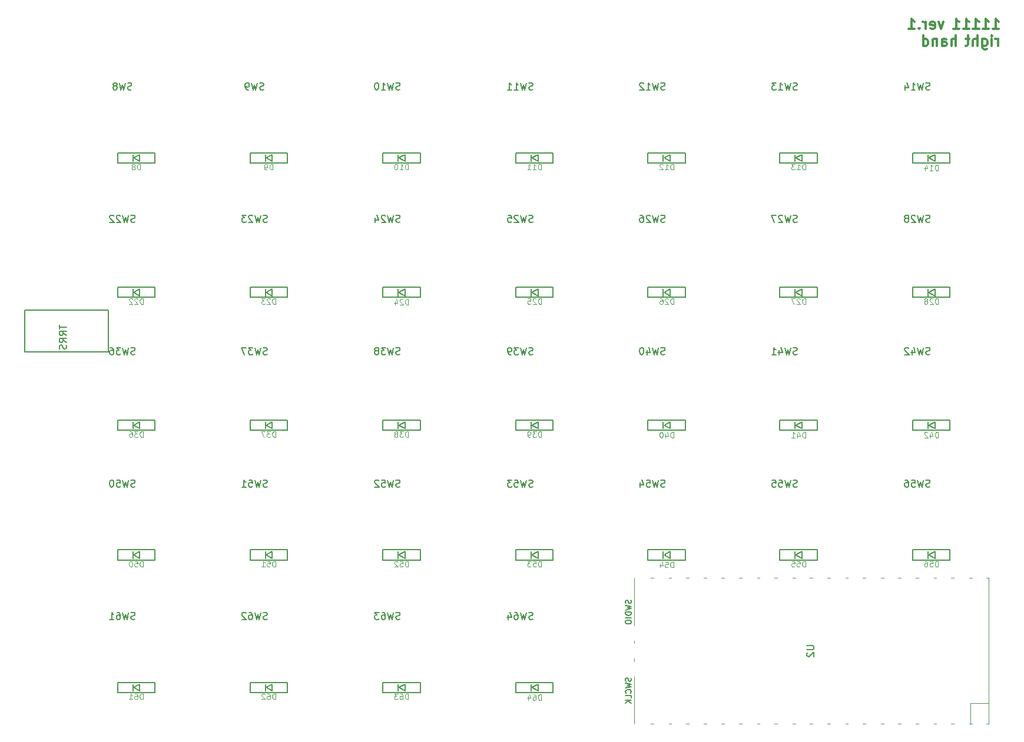
<source format=gbr>
%TF.GenerationSoftware,KiCad,Pcbnew,(7.0.0-0)*%
%TF.CreationDate,2023-03-05T23:11:48+09:00*%
%TF.ProjectId,11111_pcb,31313131-315f-4706-9362-2e6b69636164,rev?*%
%TF.SameCoordinates,Original*%
%TF.FileFunction,Legend,Bot*%
%TF.FilePolarity,Positive*%
%FSLAX46Y46*%
G04 Gerber Fmt 4.6, Leading zero omitted, Abs format (unit mm)*
G04 Created by KiCad (PCBNEW (7.0.0-0)) date 2023-03-05 23:11:48*
%MOMM*%
%LPD*%
G01*
G04 APERTURE LIST*
%ADD10C,0.300000*%
%ADD11C,0.125000*%
%ADD12C,0.150000*%
%ADD13C,0.120000*%
G04 APERTURE END LIST*
D10*
X334137142Y-27123571D02*
X334994285Y-27123571D01*
X334565714Y-27123571D02*
X334565714Y-25623571D01*
X334565714Y-25623571D02*
X334708571Y-25837857D01*
X334708571Y-25837857D02*
X334851428Y-25980714D01*
X334851428Y-25980714D02*
X334994285Y-26052142D01*
X332708571Y-27123571D02*
X333565714Y-27123571D01*
X333137143Y-27123571D02*
X333137143Y-25623571D01*
X333137143Y-25623571D02*
X333280000Y-25837857D01*
X333280000Y-25837857D02*
X333422857Y-25980714D01*
X333422857Y-25980714D02*
X333565714Y-26052142D01*
X331280000Y-27123571D02*
X332137143Y-27123571D01*
X331708572Y-27123571D02*
X331708572Y-25623571D01*
X331708572Y-25623571D02*
X331851429Y-25837857D01*
X331851429Y-25837857D02*
X331994286Y-25980714D01*
X331994286Y-25980714D02*
X332137143Y-26052142D01*
X329851429Y-27123571D02*
X330708572Y-27123571D01*
X330280001Y-27123571D02*
X330280001Y-25623571D01*
X330280001Y-25623571D02*
X330422858Y-25837857D01*
X330422858Y-25837857D02*
X330565715Y-25980714D01*
X330565715Y-25980714D02*
X330708572Y-26052142D01*
X328422858Y-27123571D02*
X329280001Y-27123571D01*
X328851430Y-27123571D02*
X328851430Y-25623571D01*
X328851430Y-25623571D02*
X328994287Y-25837857D01*
X328994287Y-25837857D02*
X329137144Y-25980714D01*
X329137144Y-25980714D02*
X329280001Y-26052142D01*
X327022859Y-26123571D02*
X326665716Y-27123571D01*
X326665716Y-27123571D02*
X326308573Y-26123571D01*
X325165716Y-27052142D02*
X325308573Y-27123571D01*
X325308573Y-27123571D02*
X325594288Y-27123571D01*
X325594288Y-27123571D02*
X325737145Y-27052142D01*
X325737145Y-27052142D02*
X325808573Y-26909285D01*
X325808573Y-26909285D02*
X325808573Y-26337857D01*
X325808573Y-26337857D02*
X325737145Y-26195000D01*
X325737145Y-26195000D02*
X325594288Y-26123571D01*
X325594288Y-26123571D02*
X325308573Y-26123571D01*
X325308573Y-26123571D02*
X325165716Y-26195000D01*
X325165716Y-26195000D02*
X325094288Y-26337857D01*
X325094288Y-26337857D02*
X325094288Y-26480714D01*
X325094288Y-26480714D02*
X325808573Y-26623571D01*
X324451431Y-27123571D02*
X324451431Y-26123571D01*
X324451431Y-26409285D02*
X324380002Y-26266428D01*
X324380002Y-26266428D02*
X324308574Y-26195000D01*
X324308574Y-26195000D02*
X324165716Y-26123571D01*
X324165716Y-26123571D02*
X324022859Y-26123571D01*
X323522860Y-26980714D02*
X323451431Y-27052142D01*
X323451431Y-27052142D02*
X323522860Y-27123571D01*
X323522860Y-27123571D02*
X323594288Y-27052142D01*
X323594288Y-27052142D02*
X323522860Y-26980714D01*
X323522860Y-26980714D02*
X323522860Y-27123571D01*
X322022859Y-27123571D02*
X322880002Y-27123571D01*
X322451431Y-27123571D02*
X322451431Y-25623571D01*
X322451431Y-25623571D02*
X322594288Y-25837857D01*
X322594288Y-25837857D02*
X322737145Y-25980714D01*
X322737145Y-25980714D02*
X322880002Y-26052142D01*
X334922857Y-29553571D02*
X334922857Y-28553571D01*
X334922857Y-28839285D02*
X334851428Y-28696428D01*
X334851428Y-28696428D02*
X334780000Y-28625000D01*
X334780000Y-28625000D02*
X334637142Y-28553571D01*
X334637142Y-28553571D02*
X334494285Y-28553571D01*
X333994286Y-29553571D02*
X333994286Y-28553571D01*
X333994286Y-28053571D02*
X334065714Y-28125000D01*
X334065714Y-28125000D02*
X333994286Y-28196428D01*
X333994286Y-28196428D02*
X333922857Y-28125000D01*
X333922857Y-28125000D02*
X333994286Y-28053571D01*
X333994286Y-28053571D02*
X333994286Y-28196428D01*
X332637143Y-28553571D02*
X332637143Y-29767857D01*
X332637143Y-29767857D02*
X332708571Y-29910714D01*
X332708571Y-29910714D02*
X332780000Y-29982142D01*
X332780000Y-29982142D02*
X332922857Y-30053571D01*
X332922857Y-30053571D02*
X333137143Y-30053571D01*
X333137143Y-30053571D02*
X333280000Y-29982142D01*
X332637143Y-29482142D02*
X332780000Y-29553571D01*
X332780000Y-29553571D02*
X333065714Y-29553571D01*
X333065714Y-29553571D02*
X333208571Y-29482142D01*
X333208571Y-29482142D02*
X333280000Y-29410714D01*
X333280000Y-29410714D02*
X333351428Y-29267857D01*
X333351428Y-29267857D02*
X333351428Y-28839285D01*
X333351428Y-28839285D02*
X333280000Y-28696428D01*
X333280000Y-28696428D02*
X333208571Y-28625000D01*
X333208571Y-28625000D02*
X333065714Y-28553571D01*
X333065714Y-28553571D02*
X332780000Y-28553571D01*
X332780000Y-28553571D02*
X332637143Y-28625000D01*
X331922857Y-29553571D02*
X331922857Y-28053571D01*
X331280000Y-29553571D02*
X331280000Y-28767857D01*
X331280000Y-28767857D02*
X331351428Y-28625000D01*
X331351428Y-28625000D02*
X331494285Y-28553571D01*
X331494285Y-28553571D02*
X331708571Y-28553571D01*
X331708571Y-28553571D02*
X331851428Y-28625000D01*
X331851428Y-28625000D02*
X331922857Y-28696428D01*
X330779999Y-28553571D02*
X330208571Y-28553571D01*
X330565714Y-28053571D02*
X330565714Y-29339285D01*
X330565714Y-29339285D02*
X330494285Y-29482142D01*
X330494285Y-29482142D02*
X330351428Y-29553571D01*
X330351428Y-29553571D02*
X330208571Y-29553571D01*
X328808571Y-29553571D02*
X328808571Y-28053571D01*
X328165714Y-29553571D02*
X328165714Y-28767857D01*
X328165714Y-28767857D02*
X328237142Y-28625000D01*
X328237142Y-28625000D02*
X328379999Y-28553571D01*
X328379999Y-28553571D02*
X328594285Y-28553571D01*
X328594285Y-28553571D02*
X328737142Y-28625000D01*
X328737142Y-28625000D02*
X328808571Y-28696428D01*
X326808571Y-29553571D02*
X326808571Y-28767857D01*
X326808571Y-28767857D02*
X326879999Y-28625000D01*
X326879999Y-28625000D02*
X327022856Y-28553571D01*
X327022856Y-28553571D02*
X327308571Y-28553571D01*
X327308571Y-28553571D02*
X327451428Y-28625000D01*
X326808571Y-29482142D02*
X326951428Y-29553571D01*
X326951428Y-29553571D02*
X327308571Y-29553571D01*
X327308571Y-29553571D02*
X327451428Y-29482142D01*
X327451428Y-29482142D02*
X327522856Y-29339285D01*
X327522856Y-29339285D02*
X327522856Y-29196428D01*
X327522856Y-29196428D02*
X327451428Y-29053571D01*
X327451428Y-29053571D02*
X327308571Y-28982142D01*
X327308571Y-28982142D02*
X326951428Y-28982142D01*
X326951428Y-28982142D02*
X326808571Y-28910714D01*
X326094285Y-28553571D02*
X326094285Y-29553571D01*
X326094285Y-28696428D02*
X326022856Y-28625000D01*
X326022856Y-28625000D02*
X325879999Y-28553571D01*
X325879999Y-28553571D02*
X325665713Y-28553571D01*
X325665713Y-28553571D02*
X325522856Y-28625000D01*
X325522856Y-28625000D02*
X325451428Y-28767857D01*
X325451428Y-28767857D02*
X325451428Y-29553571D01*
X324094285Y-29553571D02*
X324094285Y-28053571D01*
X324094285Y-29482142D02*
X324237142Y-29553571D01*
X324237142Y-29553571D02*
X324522856Y-29553571D01*
X324522856Y-29553571D02*
X324665713Y-29482142D01*
X324665713Y-29482142D02*
X324737142Y-29410714D01*
X324737142Y-29410714D02*
X324808570Y-29267857D01*
X324808570Y-29267857D02*
X324808570Y-28839285D01*
X324808570Y-28839285D02*
X324737142Y-28696428D01*
X324737142Y-28696428D02*
X324665713Y-28625000D01*
X324665713Y-28625000D02*
X324522856Y-28553571D01*
X324522856Y-28553571D02*
X324237142Y-28553571D01*
X324237142Y-28553571D02*
X324094285Y-28625000D01*
D11*
%TO.C,D52*%
X250076428Y-104503904D02*
X250076428Y-103703904D01*
X250076428Y-103703904D02*
X249885952Y-103703904D01*
X249885952Y-103703904D02*
X249771666Y-103742000D01*
X249771666Y-103742000D02*
X249695476Y-103818190D01*
X249695476Y-103818190D02*
X249657381Y-103894380D01*
X249657381Y-103894380D02*
X249619285Y-104046761D01*
X249619285Y-104046761D02*
X249619285Y-104161047D01*
X249619285Y-104161047D02*
X249657381Y-104313428D01*
X249657381Y-104313428D02*
X249695476Y-104389619D01*
X249695476Y-104389619D02*
X249771666Y-104465809D01*
X249771666Y-104465809D02*
X249885952Y-104503904D01*
X249885952Y-104503904D02*
X250076428Y-104503904D01*
X248895476Y-103703904D02*
X249276428Y-103703904D01*
X249276428Y-103703904D02*
X249314524Y-104084857D01*
X249314524Y-104084857D02*
X249276428Y-104046761D01*
X249276428Y-104046761D02*
X249200238Y-104008666D01*
X249200238Y-104008666D02*
X249009762Y-104008666D01*
X249009762Y-104008666D02*
X248933571Y-104046761D01*
X248933571Y-104046761D02*
X248895476Y-104084857D01*
X248895476Y-104084857D02*
X248857381Y-104161047D01*
X248857381Y-104161047D02*
X248857381Y-104351523D01*
X248857381Y-104351523D02*
X248895476Y-104427714D01*
X248895476Y-104427714D02*
X248933571Y-104465809D01*
X248933571Y-104465809D02*
X249009762Y-104503904D01*
X249009762Y-104503904D02*
X249200238Y-104503904D01*
X249200238Y-104503904D02*
X249276428Y-104465809D01*
X249276428Y-104465809D02*
X249314524Y-104427714D01*
X248552619Y-103780095D02*
X248514523Y-103742000D01*
X248514523Y-103742000D02*
X248438333Y-103703904D01*
X248438333Y-103703904D02*
X248247857Y-103703904D01*
X248247857Y-103703904D02*
X248171666Y-103742000D01*
X248171666Y-103742000D02*
X248133571Y-103780095D01*
X248133571Y-103780095D02*
X248095476Y-103856285D01*
X248095476Y-103856285D02*
X248095476Y-103932476D01*
X248095476Y-103932476D02*
X248133571Y-104046761D01*
X248133571Y-104046761D02*
X248590714Y-104503904D01*
X248590714Y-104503904D02*
X248095476Y-104503904D01*
D12*
%TO.C,SW13*%
X305974523Y-35819761D02*
X305831666Y-35867380D01*
X305831666Y-35867380D02*
X305593571Y-35867380D01*
X305593571Y-35867380D02*
X305498333Y-35819761D01*
X305498333Y-35819761D02*
X305450714Y-35772142D01*
X305450714Y-35772142D02*
X305403095Y-35676904D01*
X305403095Y-35676904D02*
X305403095Y-35581666D01*
X305403095Y-35581666D02*
X305450714Y-35486428D01*
X305450714Y-35486428D02*
X305498333Y-35438809D01*
X305498333Y-35438809D02*
X305593571Y-35391190D01*
X305593571Y-35391190D02*
X305784047Y-35343571D01*
X305784047Y-35343571D02*
X305879285Y-35295952D01*
X305879285Y-35295952D02*
X305926904Y-35248333D01*
X305926904Y-35248333D02*
X305974523Y-35153095D01*
X305974523Y-35153095D02*
X305974523Y-35057857D01*
X305974523Y-35057857D02*
X305926904Y-34962619D01*
X305926904Y-34962619D02*
X305879285Y-34915000D01*
X305879285Y-34915000D02*
X305784047Y-34867380D01*
X305784047Y-34867380D02*
X305545952Y-34867380D01*
X305545952Y-34867380D02*
X305403095Y-34915000D01*
X305069761Y-34867380D02*
X304831666Y-35867380D01*
X304831666Y-35867380D02*
X304641190Y-35153095D01*
X304641190Y-35153095D02*
X304450714Y-35867380D01*
X304450714Y-35867380D02*
X304212619Y-34867380D01*
X303307857Y-35867380D02*
X303879285Y-35867380D01*
X303593571Y-35867380D02*
X303593571Y-34867380D01*
X303593571Y-34867380D02*
X303688809Y-35010238D01*
X303688809Y-35010238D02*
X303784047Y-35105476D01*
X303784047Y-35105476D02*
X303879285Y-35153095D01*
X302974523Y-34867380D02*
X302355476Y-34867380D01*
X302355476Y-34867380D02*
X302688809Y-35248333D01*
X302688809Y-35248333D02*
X302545952Y-35248333D01*
X302545952Y-35248333D02*
X302450714Y-35295952D01*
X302450714Y-35295952D02*
X302403095Y-35343571D01*
X302403095Y-35343571D02*
X302355476Y-35438809D01*
X302355476Y-35438809D02*
X302355476Y-35676904D01*
X302355476Y-35676904D02*
X302403095Y-35772142D01*
X302403095Y-35772142D02*
X302450714Y-35819761D01*
X302450714Y-35819761D02*
X302545952Y-35867380D01*
X302545952Y-35867380D02*
X302831666Y-35867380D01*
X302831666Y-35867380D02*
X302926904Y-35819761D01*
X302926904Y-35819761D02*
X302974523Y-35772142D01*
D11*
%TO.C,D27*%
X307171428Y-66693904D02*
X307171428Y-65893904D01*
X307171428Y-65893904D02*
X306980952Y-65893904D01*
X306980952Y-65893904D02*
X306866666Y-65932000D01*
X306866666Y-65932000D02*
X306790476Y-66008190D01*
X306790476Y-66008190D02*
X306752381Y-66084380D01*
X306752381Y-66084380D02*
X306714285Y-66236761D01*
X306714285Y-66236761D02*
X306714285Y-66351047D01*
X306714285Y-66351047D02*
X306752381Y-66503428D01*
X306752381Y-66503428D02*
X306790476Y-66579619D01*
X306790476Y-66579619D02*
X306866666Y-66655809D01*
X306866666Y-66655809D02*
X306980952Y-66693904D01*
X306980952Y-66693904D02*
X307171428Y-66693904D01*
X306409524Y-65970095D02*
X306371428Y-65932000D01*
X306371428Y-65932000D02*
X306295238Y-65893904D01*
X306295238Y-65893904D02*
X306104762Y-65893904D01*
X306104762Y-65893904D02*
X306028571Y-65932000D01*
X306028571Y-65932000D02*
X305990476Y-65970095D01*
X305990476Y-65970095D02*
X305952381Y-66046285D01*
X305952381Y-66046285D02*
X305952381Y-66122476D01*
X305952381Y-66122476D02*
X305990476Y-66236761D01*
X305990476Y-66236761D02*
X306447619Y-66693904D01*
X306447619Y-66693904D02*
X305952381Y-66693904D01*
X305685714Y-65893904D02*
X305152380Y-65893904D01*
X305152380Y-65893904D02*
X305495238Y-66693904D01*
%TO.C,D39*%
X269191428Y-85823904D02*
X269191428Y-85023904D01*
X269191428Y-85023904D02*
X269000952Y-85023904D01*
X269000952Y-85023904D02*
X268886666Y-85062000D01*
X268886666Y-85062000D02*
X268810476Y-85138190D01*
X268810476Y-85138190D02*
X268772381Y-85214380D01*
X268772381Y-85214380D02*
X268734285Y-85366761D01*
X268734285Y-85366761D02*
X268734285Y-85481047D01*
X268734285Y-85481047D02*
X268772381Y-85633428D01*
X268772381Y-85633428D02*
X268810476Y-85709619D01*
X268810476Y-85709619D02*
X268886666Y-85785809D01*
X268886666Y-85785809D02*
X269000952Y-85823904D01*
X269000952Y-85823904D02*
X269191428Y-85823904D01*
X268467619Y-85023904D02*
X267972381Y-85023904D01*
X267972381Y-85023904D02*
X268239047Y-85328666D01*
X268239047Y-85328666D02*
X268124762Y-85328666D01*
X268124762Y-85328666D02*
X268048571Y-85366761D01*
X268048571Y-85366761D02*
X268010476Y-85404857D01*
X268010476Y-85404857D02*
X267972381Y-85481047D01*
X267972381Y-85481047D02*
X267972381Y-85671523D01*
X267972381Y-85671523D02*
X268010476Y-85747714D01*
X268010476Y-85747714D02*
X268048571Y-85785809D01*
X268048571Y-85785809D02*
X268124762Y-85823904D01*
X268124762Y-85823904D02*
X268353333Y-85823904D01*
X268353333Y-85823904D02*
X268429524Y-85785809D01*
X268429524Y-85785809D02*
X268467619Y-85747714D01*
X267591428Y-85823904D02*
X267439047Y-85823904D01*
X267439047Y-85823904D02*
X267362857Y-85785809D01*
X267362857Y-85785809D02*
X267324761Y-85747714D01*
X267324761Y-85747714D02*
X267248571Y-85633428D01*
X267248571Y-85633428D02*
X267210476Y-85481047D01*
X267210476Y-85481047D02*
X267210476Y-85176285D01*
X267210476Y-85176285D02*
X267248571Y-85100095D01*
X267248571Y-85100095D02*
X267286666Y-85062000D01*
X267286666Y-85062000D02*
X267362857Y-85023904D01*
X267362857Y-85023904D02*
X267515238Y-85023904D01*
X267515238Y-85023904D02*
X267591428Y-85062000D01*
X267591428Y-85062000D02*
X267629523Y-85100095D01*
X267629523Y-85100095D02*
X267667619Y-85176285D01*
X267667619Y-85176285D02*
X267667619Y-85366761D01*
X267667619Y-85366761D02*
X267629523Y-85442952D01*
X267629523Y-85442952D02*
X267591428Y-85481047D01*
X267591428Y-85481047D02*
X267515238Y-85519142D01*
X267515238Y-85519142D02*
X267362857Y-85519142D01*
X267362857Y-85519142D02*
X267286666Y-85481047D01*
X267286666Y-85481047D02*
X267248571Y-85442952D01*
X267248571Y-85442952D02*
X267210476Y-85366761D01*
%TO.C,D22*%
X211941428Y-66693904D02*
X211941428Y-65893904D01*
X211941428Y-65893904D02*
X211750952Y-65893904D01*
X211750952Y-65893904D02*
X211636666Y-65932000D01*
X211636666Y-65932000D02*
X211560476Y-66008190D01*
X211560476Y-66008190D02*
X211522381Y-66084380D01*
X211522381Y-66084380D02*
X211484285Y-66236761D01*
X211484285Y-66236761D02*
X211484285Y-66351047D01*
X211484285Y-66351047D02*
X211522381Y-66503428D01*
X211522381Y-66503428D02*
X211560476Y-66579619D01*
X211560476Y-66579619D02*
X211636666Y-66655809D01*
X211636666Y-66655809D02*
X211750952Y-66693904D01*
X211750952Y-66693904D02*
X211941428Y-66693904D01*
X211179524Y-65970095D02*
X211141428Y-65932000D01*
X211141428Y-65932000D02*
X211065238Y-65893904D01*
X211065238Y-65893904D02*
X210874762Y-65893904D01*
X210874762Y-65893904D02*
X210798571Y-65932000D01*
X210798571Y-65932000D02*
X210760476Y-65970095D01*
X210760476Y-65970095D02*
X210722381Y-66046285D01*
X210722381Y-66046285D02*
X210722381Y-66122476D01*
X210722381Y-66122476D02*
X210760476Y-66236761D01*
X210760476Y-66236761D02*
X211217619Y-66693904D01*
X211217619Y-66693904D02*
X210722381Y-66693904D01*
X210417619Y-65970095D02*
X210379523Y-65932000D01*
X210379523Y-65932000D02*
X210303333Y-65893904D01*
X210303333Y-65893904D02*
X210112857Y-65893904D01*
X210112857Y-65893904D02*
X210036666Y-65932000D01*
X210036666Y-65932000D02*
X209998571Y-65970095D01*
X209998571Y-65970095D02*
X209960476Y-66046285D01*
X209960476Y-66046285D02*
X209960476Y-66122476D01*
X209960476Y-66122476D02*
X209998571Y-66236761D01*
X209998571Y-66236761D02*
X210455714Y-66693904D01*
X210455714Y-66693904D02*
X209960476Y-66693904D01*
%TO.C,D28*%
X326256428Y-66693904D02*
X326256428Y-65893904D01*
X326256428Y-65893904D02*
X326065952Y-65893904D01*
X326065952Y-65893904D02*
X325951666Y-65932000D01*
X325951666Y-65932000D02*
X325875476Y-66008190D01*
X325875476Y-66008190D02*
X325837381Y-66084380D01*
X325837381Y-66084380D02*
X325799285Y-66236761D01*
X325799285Y-66236761D02*
X325799285Y-66351047D01*
X325799285Y-66351047D02*
X325837381Y-66503428D01*
X325837381Y-66503428D02*
X325875476Y-66579619D01*
X325875476Y-66579619D02*
X325951666Y-66655809D01*
X325951666Y-66655809D02*
X326065952Y-66693904D01*
X326065952Y-66693904D02*
X326256428Y-66693904D01*
X325494524Y-65970095D02*
X325456428Y-65932000D01*
X325456428Y-65932000D02*
X325380238Y-65893904D01*
X325380238Y-65893904D02*
X325189762Y-65893904D01*
X325189762Y-65893904D02*
X325113571Y-65932000D01*
X325113571Y-65932000D02*
X325075476Y-65970095D01*
X325075476Y-65970095D02*
X325037381Y-66046285D01*
X325037381Y-66046285D02*
X325037381Y-66122476D01*
X325037381Y-66122476D02*
X325075476Y-66236761D01*
X325075476Y-66236761D02*
X325532619Y-66693904D01*
X325532619Y-66693904D02*
X325037381Y-66693904D01*
X324580238Y-66236761D02*
X324656428Y-66198666D01*
X324656428Y-66198666D02*
X324694523Y-66160571D01*
X324694523Y-66160571D02*
X324732619Y-66084380D01*
X324732619Y-66084380D02*
X324732619Y-66046285D01*
X324732619Y-66046285D02*
X324694523Y-65970095D01*
X324694523Y-65970095D02*
X324656428Y-65932000D01*
X324656428Y-65932000D02*
X324580238Y-65893904D01*
X324580238Y-65893904D02*
X324427857Y-65893904D01*
X324427857Y-65893904D02*
X324351666Y-65932000D01*
X324351666Y-65932000D02*
X324313571Y-65970095D01*
X324313571Y-65970095D02*
X324275476Y-66046285D01*
X324275476Y-66046285D02*
X324275476Y-66084380D01*
X324275476Y-66084380D02*
X324313571Y-66160571D01*
X324313571Y-66160571D02*
X324351666Y-66198666D01*
X324351666Y-66198666D02*
X324427857Y-66236761D01*
X324427857Y-66236761D02*
X324580238Y-66236761D01*
X324580238Y-66236761D02*
X324656428Y-66274857D01*
X324656428Y-66274857D02*
X324694523Y-66312952D01*
X324694523Y-66312952D02*
X324732619Y-66389142D01*
X324732619Y-66389142D02*
X324732619Y-66541523D01*
X324732619Y-66541523D02*
X324694523Y-66617714D01*
X324694523Y-66617714D02*
X324656428Y-66655809D01*
X324656428Y-66655809D02*
X324580238Y-66693904D01*
X324580238Y-66693904D02*
X324427857Y-66693904D01*
X324427857Y-66693904D02*
X324351666Y-66655809D01*
X324351666Y-66655809D02*
X324313571Y-66617714D01*
X324313571Y-66617714D02*
X324275476Y-66541523D01*
X324275476Y-66541523D02*
X324275476Y-66389142D01*
X324275476Y-66389142D02*
X324313571Y-66312952D01*
X324313571Y-66312952D02*
X324351666Y-66274857D01*
X324351666Y-66274857D02*
X324427857Y-66236761D01*
%TO.C,D42*%
X326256428Y-85923904D02*
X326256428Y-85123904D01*
X326256428Y-85123904D02*
X326065952Y-85123904D01*
X326065952Y-85123904D02*
X325951666Y-85162000D01*
X325951666Y-85162000D02*
X325875476Y-85238190D01*
X325875476Y-85238190D02*
X325837381Y-85314380D01*
X325837381Y-85314380D02*
X325799285Y-85466761D01*
X325799285Y-85466761D02*
X325799285Y-85581047D01*
X325799285Y-85581047D02*
X325837381Y-85733428D01*
X325837381Y-85733428D02*
X325875476Y-85809619D01*
X325875476Y-85809619D02*
X325951666Y-85885809D01*
X325951666Y-85885809D02*
X326065952Y-85923904D01*
X326065952Y-85923904D02*
X326256428Y-85923904D01*
X325113571Y-85390571D02*
X325113571Y-85923904D01*
X325304047Y-85085809D02*
X325494524Y-85657238D01*
X325494524Y-85657238D02*
X324999285Y-85657238D01*
X324732619Y-85200095D02*
X324694523Y-85162000D01*
X324694523Y-85162000D02*
X324618333Y-85123904D01*
X324618333Y-85123904D02*
X324427857Y-85123904D01*
X324427857Y-85123904D02*
X324351666Y-85162000D01*
X324351666Y-85162000D02*
X324313571Y-85200095D01*
X324313571Y-85200095D02*
X324275476Y-85276285D01*
X324275476Y-85276285D02*
X324275476Y-85352476D01*
X324275476Y-85352476D02*
X324313571Y-85466761D01*
X324313571Y-85466761D02*
X324770714Y-85923904D01*
X324770714Y-85923904D02*
X324275476Y-85923904D01*
D12*
%TO.C,SW8*%
X210298332Y-35819761D02*
X210155475Y-35867380D01*
X210155475Y-35867380D02*
X209917380Y-35867380D01*
X209917380Y-35867380D02*
X209822142Y-35819761D01*
X209822142Y-35819761D02*
X209774523Y-35772142D01*
X209774523Y-35772142D02*
X209726904Y-35676904D01*
X209726904Y-35676904D02*
X209726904Y-35581666D01*
X209726904Y-35581666D02*
X209774523Y-35486428D01*
X209774523Y-35486428D02*
X209822142Y-35438809D01*
X209822142Y-35438809D02*
X209917380Y-35391190D01*
X209917380Y-35391190D02*
X210107856Y-35343571D01*
X210107856Y-35343571D02*
X210203094Y-35295952D01*
X210203094Y-35295952D02*
X210250713Y-35248333D01*
X210250713Y-35248333D02*
X210298332Y-35153095D01*
X210298332Y-35153095D02*
X210298332Y-35057857D01*
X210298332Y-35057857D02*
X210250713Y-34962619D01*
X210250713Y-34962619D02*
X210203094Y-34915000D01*
X210203094Y-34915000D02*
X210107856Y-34867380D01*
X210107856Y-34867380D02*
X209869761Y-34867380D01*
X209869761Y-34867380D02*
X209726904Y-34915000D01*
X209393570Y-34867380D02*
X209155475Y-35867380D01*
X209155475Y-35867380D02*
X208964999Y-35153095D01*
X208964999Y-35153095D02*
X208774523Y-35867380D01*
X208774523Y-35867380D02*
X208536428Y-34867380D01*
X208012618Y-35295952D02*
X208107856Y-35248333D01*
X208107856Y-35248333D02*
X208155475Y-35200714D01*
X208155475Y-35200714D02*
X208203094Y-35105476D01*
X208203094Y-35105476D02*
X208203094Y-35057857D01*
X208203094Y-35057857D02*
X208155475Y-34962619D01*
X208155475Y-34962619D02*
X208107856Y-34915000D01*
X208107856Y-34915000D02*
X208012618Y-34867380D01*
X208012618Y-34867380D02*
X207822142Y-34867380D01*
X207822142Y-34867380D02*
X207726904Y-34915000D01*
X207726904Y-34915000D02*
X207679285Y-34962619D01*
X207679285Y-34962619D02*
X207631666Y-35057857D01*
X207631666Y-35057857D02*
X207631666Y-35105476D01*
X207631666Y-35105476D02*
X207679285Y-35200714D01*
X207679285Y-35200714D02*
X207726904Y-35248333D01*
X207726904Y-35248333D02*
X207822142Y-35295952D01*
X207822142Y-35295952D02*
X208012618Y-35295952D01*
X208012618Y-35295952D02*
X208107856Y-35343571D01*
X208107856Y-35343571D02*
X208155475Y-35391190D01*
X208155475Y-35391190D02*
X208203094Y-35486428D01*
X208203094Y-35486428D02*
X208203094Y-35676904D01*
X208203094Y-35676904D02*
X208155475Y-35772142D01*
X208155475Y-35772142D02*
X208107856Y-35819761D01*
X208107856Y-35819761D02*
X208012618Y-35867380D01*
X208012618Y-35867380D02*
X207822142Y-35867380D01*
X207822142Y-35867380D02*
X207726904Y-35819761D01*
X207726904Y-35819761D02*
X207679285Y-35772142D01*
X207679285Y-35772142D02*
X207631666Y-35676904D01*
X207631666Y-35676904D02*
X207631666Y-35486428D01*
X207631666Y-35486428D02*
X207679285Y-35391190D01*
X207679285Y-35391190D02*
X207726904Y-35343571D01*
X207726904Y-35343571D02*
X207822142Y-35295952D01*
D11*
%TO.C,D26*%
X288216428Y-66693904D02*
X288216428Y-65893904D01*
X288216428Y-65893904D02*
X288025952Y-65893904D01*
X288025952Y-65893904D02*
X287911666Y-65932000D01*
X287911666Y-65932000D02*
X287835476Y-66008190D01*
X287835476Y-66008190D02*
X287797381Y-66084380D01*
X287797381Y-66084380D02*
X287759285Y-66236761D01*
X287759285Y-66236761D02*
X287759285Y-66351047D01*
X287759285Y-66351047D02*
X287797381Y-66503428D01*
X287797381Y-66503428D02*
X287835476Y-66579619D01*
X287835476Y-66579619D02*
X287911666Y-66655809D01*
X287911666Y-66655809D02*
X288025952Y-66693904D01*
X288025952Y-66693904D02*
X288216428Y-66693904D01*
X287454524Y-65970095D02*
X287416428Y-65932000D01*
X287416428Y-65932000D02*
X287340238Y-65893904D01*
X287340238Y-65893904D02*
X287149762Y-65893904D01*
X287149762Y-65893904D02*
X287073571Y-65932000D01*
X287073571Y-65932000D02*
X287035476Y-65970095D01*
X287035476Y-65970095D02*
X286997381Y-66046285D01*
X286997381Y-66046285D02*
X286997381Y-66122476D01*
X286997381Y-66122476D02*
X287035476Y-66236761D01*
X287035476Y-66236761D02*
X287492619Y-66693904D01*
X287492619Y-66693904D02*
X286997381Y-66693904D01*
X286311666Y-65893904D02*
X286464047Y-65893904D01*
X286464047Y-65893904D02*
X286540238Y-65932000D01*
X286540238Y-65932000D02*
X286578333Y-65970095D01*
X286578333Y-65970095D02*
X286654523Y-66084380D01*
X286654523Y-66084380D02*
X286692619Y-66236761D01*
X286692619Y-66236761D02*
X286692619Y-66541523D01*
X286692619Y-66541523D02*
X286654523Y-66617714D01*
X286654523Y-66617714D02*
X286616428Y-66655809D01*
X286616428Y-66655809D02*
X286540238Y-66693904D01*
X286540238Y-66693904D02*
X286387857Y-66693904D01*
X286387857Y-66693904D02*
X286311666Y-66655809D01*
X286311666Y-66655809D02*
X286273571Y-66617714D01*
X286273571Y-66617714D02*
X286235476Y-66541523D01*
X286235476Y-66541523D02*
X286235476Y-66351047D01*
X286235476Y-66351047D02*
X286273571Y-66274857D01*
X286273571Y-66274857D02*
X286311666Y-66236761D01*
X286311666Y-66236761D02*
X286387857Y-66198666D01*
X286387857Y-66198666D02*
X286540238Y-66198666D01*
X286540238Y-66198666D02*
X286616428Y-66236761D01*
X286616428Y-66236761D02*
X286654523Y-66274857D01*
X286654523Y-66274857D02*
X286692619Y-66351047D01*
%TO.C,D41*%
X307171428Y-85923904D02*
X307171428Y-85123904D01*
X307171428Y-85123904D02*
X306980952Y-85123904D01*
X306980952Y-85123904D02*
X306866666Y-85162000D01*
X306866666Y-85162000D02*
X306790476Y-85238190D01*
X306790476Y-85238190D02*
X306752381Y-85314380D01*
X306752381Y-85314380D02*
X306714285Y-85466761D01*
X306714285Y-85466761D02*
X306714285Y-85581047D01*
X306714285Y-85581047D02*
X306752381Y-85733428D01*
X306752381Y-85733428D02*
X306790476Y-85809619D01*
X306790476Y-85809619D02*
X306866666Y-85885809D01*
X306866666Y-85885809D02*
X306980952Y-85923904D01*
X306980952Y-85923904D02*
X307171428Y-85923904D01*
X306028571Y-85390571D02*
X306028571Y-85923904D01*
X306219047Y-85085809D02*
X306409524Y-85657238D01*
X306409524Y-85657238D02*
X305914285Y-85657238D01*
X305190476Y-85923904D02*
X305647619Y-85923904D01*
X305419047Y-85923904D02*
X305419047Y-85123904D01*
X305419047Y-85123904D02*
X305495238Y-85238190D01*
X305495238Y-85238190D02*
X305571428Y-85314380D01*
X305571428Y-85314380D02*
X305647619Y-85352476D01*
%TO.C,D14*%
X326256428Y-47473904D02*
X326256428Y-46673904D01*
X326256428Y-46673904D02*
X326065952Y-46673904D01*
X326065952Y-46673904D02*
X325951666Y-46712000D01*
X325951666Y-46712000D02*
X325875476Y-46788190D01*
X325875476Y-46788190D02*
X325837381Y-46864380D01*
X325837381Y-46864380D02*
X325799285Y-47016761D01*
X325799285Y-47016761D02*
X325799285Y-47131047D01*
X325799285Y-47131047D02*
X325837381Y-47283428D01*
X325837381Y-47283428D02*
X325875476Y-47359619D01*
X325875476Y-47359619D02*
X325951666Y-47435809D01*
X325951666Y-47435809D02*
X326065952Y-47473904D01*
X326065952Y-47473904D02*
X326256428Y-47473904D01*
X325037381Y-47473904D02*
X325494524Y-47473904D01*
X325265952Y-47473904D02*
X325265952Y-46673904D01*
X325265952Y-46673904D02*
X325342143Y-46788190D01*
X325342143Y-46788190D02*
X325418333Y-46864380D01*
X325418333Y-46864380D02*
X325494524Y-46902476D01*
X324351666Y-46940571D02*
X324351666Y-47473904D01*
X324542142Y-46635809D02*
X324732619Y-47207238D01*
X324732619Y-47207238D02*
X324237380Y-47207238D01*
D12*
%TO.C,SW54*%
X286974523Y-92969761D02*
X286831666Y-93017380D01*
X286831666Y-93017380D02*
X286593571Y-93017380D01*
X286593571Y-93017380D02*
X286498333Y-92969761D01*
X286498333Y-92969761D02*
X286450714Y-92922142D01*
X286450714Y-92922142D02*
X286403095Y-92826904D01*
X286403095Y-92826904D02*
X286403095Y-92731666D01*
X286403095Y-92731666D02*
X286450714Y-92636428D01*
X286450714Y-92636428D02*
X286498333Y-92588809D01*
X286498333Y-92588809D02*
X286593571Y-92541190D01*
X286593571Y-92541190D02*
X286784047Y-92493571D01*
X286784047Y-92493571D02*
X286879285Y-92445952D01*
X286879285Y-92445952D02*
X286926904Y-92398333D01*
X286926904Y-92398333D02*
X286974523Y-92303095D01*
X286974523Y-92303095D02*
X286974523Y-92207857D01*
X286974523Y-92207857D02*
X286926904Y-92112619D01*
X286926904Y-92112619D02*
X286879285Y-92065000D01*
X286879285Y-92065000D02*
X286784047Y-92017380D01*
X286784047Y-92017380D02*
X286545952Y-92017380D01*
X286545952Y-92017380D02*
X286403095Y-92065000D01*
X286069761Y-92017380D02*
X285831666Y-93017380D01*
X285831666Y-93017380D02*
X285641190Y-92303095D01*
X285641190Y-92303095D02*
X285450714Y-93017380D01*
X285450714Y-93017380D02*
X285212619Y-92017380D01*
X284355476Y-92017380D02*
X284831666Y-92017380D01*
X284831666Y-92017380D02*
X284879285Y-92493571D01*
X284879285Y-92493571D02*
X284831666Y-92445952D01*
X284831666Y-92445952D02*
X284736428Y-92398333D01*
X284736428Y-92398333D02*
X284498333Y-92398333D01*
X284498333Y-92398333D02*
X284403095Y-92445952D01*
X284403095Y-92445952D02*
X284355476Y-92493571D01*
X284355476Y-92493571D02*
X284307857Y-92588809D01*
X284307857Y-92588809D02*
X284307857Y-92826904D01*
X284307857Y-92826904D02*
X284355476Y-92922142D01*
X284355476Y-92922142D02*
X284403095Y-92969761D01*
X284403095Y-92969761D02*
X284498333Y-93017380D01*
X284498333Y-93017380D02*
X284736428Y-93017380D01*
X284736428Y-93017380D02*
X284831666Y-92969761D01*
X284831666Y-92969761D02*
X284879285Y-92922142D01*
X283450714Y-92350714D02*
X283450714Y-93017380D01*
X283688809Y-91969761D02*
X283926904Y-92684047D01*
X283926904Y-92684047D02*
X283307857Y-92684047D01*
%TO.C,SW61*%
X210774523Y-112019761D02*
X210631666Y-112067380D01*
X210631666Y-112067380D02*
X210393571Y-112067380D01*
X210393571Y-112067380D02*
X210298333Y-112019761D01*
X210298333Y-112019761D02*
X210250714Y-111972142D01*
X210250714Y-111972142D02*
X210203095Y-111876904D01*
X210203095Y-111876904D02*
X210203095Y-111781666D01*
X210203095Y-111781666D02*
X210250714Y-111686428D01*
X210250714Y-111686428D02*
X210298333Y-111638809D01*
X210298333Y-111638809D02*
X210393571Y-111591190D01*
X210393571Y-111591190D02*
X210584047Y-111543571D01*
X210584047Y-111543571D02*
X210679285Y-111495952D01*
X210679285Y-111495952D02*
X210726904Y-111448333D01*
X210726904Y-111448333D02*
X210774523Y-111353095D01*
X210774523Y-111353095D02*
X210774523Y-111257857D01*
X210774523Y-111257857D02*
X210726904Y-111162619D01*
X210726904Y-111162619D02*
X210679285Y-111115000D01*
X210679285Y-111115000D02*
X210584047Y-111067380D01*
X210584047Y-111067380D02*
X210345952Y-111067380D01*
X210345952Y-111067380D02*
X210203095Y-111115000D01*
X209869761Y-111067380D02*
X209631666Y-112067380D01*
X209631666Y-112067380D02*
X209441190Y-111353095D01*
X209441190Y-111353095D02*
X209250714Y-112067380D01*
X209250714Y-112067380D02*
X209012619Y-111067380D01*
X208203095Y-111067380D02*
X208393571Y-111067380D01*
X208393571Y-111067380D02*
X208488809Y-111115000D01*
X208488809Y-111115000D02*
X208536428Y-111162619D01*
X208536428Y-111162619D02*
X208631666Y-111305476D01*
X208631666Y-111305476D02*
X208679285Y-111495952D01*
X208679285Y-111495952D02*
X208679285Y-111876904D01*
X208679285Y-111876904D02*
X208631666Y-111972142D01*
X208631666Y-111972142D02*
X208584047Y-112019761D01*
X208584047Y-112019761D02*
X208488809Y-112067380D01*
X208488809Y-112067380D02*
X208298333Y-112067380D01*
X208298333Y-112067380D02*
X208203095Y-112019761D01*
X208203095Y-112019761D02*
X208155476Y-111972142D01*
X208155476Y-111972142D02*
X208107857Y-111876904D01*
X208107857Y-111876904D02*
X208107857Y-111638809D01*
X208107857Y-111638809D02*
X208155476Y-111543571D01*
X208155476Y-111543571D02*
X208203095Y-111495952D01*
X208203095Y-111495952D02*
X208298333Y-111448333D01*
X208298333Y-111448333D02*
X208488809Y-111448333D01*
X208488809Y-111448333D02*
X208584047Y-111495952D01*
X208584047Y-111495952D02*
X208631666Y-111543571D01*
X208631666Y-111543571D02*
X208679285Y-111638809D01*
X207155476Y-112067380D02*
X207726904Y-112067380D01*
X207441190Y-112067380D02*
X207441190Y-111067380D01*
X207441190Y-111067380D02*
X207536428Y-111210238D01*
X207536428Y-111210238D02*
X207631666Y-111305476D01*
X207631666Y-111305476D02*
X207726904Y-111353095D01*
%TO.C,SW26*%
X286974523Y-54869761D02*
X286831666Y-54917380D01*
X286831666Y-54917380D02*
X286593571Y-54917380D01*
X286593571Y-54917380D02*
X286498333Y-54869761D01*
X286498333Y-54869761D02*
X286450714Y-54822142D01*
X286450714Y-54822142D02*
X286403095Y-54726904D01*
X286403095Y-54726904D02*
X286403095Y-54631666D01*
X286403095Y-54631666D02*
X286450714Y-54536428D01*
X286450714Y-54536428D02*
X286498333Y-54488809D01*
X286498333Y-54488809D02*
X286593571Y-54441190D01*
X286593571Y-54441190D02*
X286784047Y-54393571D01*
X286784047Y-54393571D02*
X286879285Y-54345952D01*
X286879285Y-54345952D02*
X286926904Y-54298333D01*
X286926904Y-54298333D02*
X286974523Y-54203095D01*
X286974523Y-54203095D02*
X286974523Y-54107857D01*
X286974523Y-54107857D02*
X286926904Y-54012619D01*
X286926904Y-54012619D02*
X286879285Y-53965000D01*
X286879285Y-53965000D02*
X286784047Y-53917380D01*
X286784047Y-53917380D02*
X286545952Y-53917380D01*
X286545952Y-53917380D02*
X286403095Y-53965000D01*
X286069761Y-53917380D02*
X285831666Y-54917380D01*
X285831666Y-54917380D02*
X285641190Y-54203095D01*
X285641190Y-54203095D02*
X285450714Y-54917380D01*
X285450714Y-54917380D02*
X285212619Y-53917380D01*
X284879285Y-54012619D02*
X284831666Y-53965000D01*
X284831666Y-53965000D02*
X284736428Y-53917380D01*
X284736428Y-53917380D02*
X284498333Y-53917380D01*
X284498333Y-53917380D02*
X284403095Y-53965000D01*
X284403095Y-53965000D02*
X284355476Y-54012619D01*
X284355476Y-54012619D02*
X284307857Y-54107857D01*
X284307857Y-54107857D02*
X284307857Y-54203095D01*
X284307857Y-54203095D02*
X284355476Y-54345952D01*
X284355476Y-54345952D02*
X284926904Y-54917380D01*
X284926904Y-54917380D02*
X284307857Y-54917380D01*
X283450714Y-53917380D02*
X283641190Y-53917380D01*
X283641190Y-53917380D02*
X283736428Y-53965000D01*
X283736428Y-53965000D02*
X283784047Y-54012619D01*
X283784047Y-54012619D02*
X283879285Y-54155476D01*
X283879285Y-54155476D02*
X283926904Y-54345952D01*
X283926904Y-54345952D02*
X283926904Y-54726904D01*
X283926904Y-54726904D02*
X283879285Y-54822142D01*
X283879285Y-54822142D02*
X283831666Y-54869761D01*
X283831666Y-54869761D02*
X283736428Y-54917380D01*
X283736428Y-54917380D02*
X283545952Y-54917380D01*
X283545952Y-54917380D02*
X283450714Y-54869761D01*
X283450714Y-54869761D02*
X283403095Y-54822142D01*
X283403095Y-54822142D02*
X283355476Y-54726904D01*
X283355476Y-54726904D02*
X283355476Y-54488809D01*
X283355476Y-54488809D02*
X283403095Y-54393571D01*
X283403095Y-54393571D02*
X283450714Y-54345952D01*
X283450714Y-54345952D02*
X283545952Y-54298333D01*
X283545952Y-54298333D02*
X283736428Y-54298333D01*
X283736428Y-54298333D02*
X283831666Y-54345952D01*
X283831666Y-54345952D02*
X283879285Y-54393571D01*
X283879285Y-54393571D02*
X283926904Y-54488809D01*
%TO.C,SW22*%
X210774523Y-54869761D02*
X210631666Y-54917380D01*
X210631666Y-54917380D02*
X210393571Y-54917380D01*
X210393571Y-54917380D02*
X210298333Y-54869761D01*
X210298333Y-54869761D02*
X210250714Y-54822142D01*
X210250714Y-54822142D02*
X210203095Y-54726904D01*
X210203095Y-54726904D02*
X210203095Y-54631666D01*
X210203095Y-54631666D02*
X210250714Y-54536428D01*
X210250714Y-54536428D02*
X210298333Y-54488809D01*
X210298333Y-54488809D02*
X210393571Y-54441190D01*
X210393571Y-54441190D02*
X210584047Y-54393571D01*
X210584047Y-54393571D02*
X210679285Y-54345952D01*
X210679285Y-54345952D02*
X210726904Y-54298333D01*
X210726904Y-54298333D02*
X210774523Y-54203095D01*
X210774523Y-54203095D02*
X210774523Y-54107857D01*
X210774523Y-54107857D02*
X210726904Y-54012619D01*
X210726904Y-54012619D02*
X210679285Y-53965000D01*
X210679285Y-53965000D02*
X210584047Y-53917380D01*
X210584047Y-53917380D02*
X210345952Y-53917380D01*
X210345952Y-53917380D02*
X210203095Y-53965000D01*
X209869761Y-53917380D02*
X209631666Y-54917380D01*
X209631666Y-54917380D02*
X209441190Y-54203095D01*
X209441190Y-54203095D02*
X209250714Y-54917380D01*
X209250714Y-54917380D02*
X209012619Y-53917380D01*
X208679285Y-54012619D02*
X208631666Y-53965000D01*
X208631666Y-53965000D02*
X208536428Y-53917380D01*
X208536428Y-53917380D02*
X208298333Y-53917380D01*
X208298333Y-53917380D02*
X208203095Y-53965000D01*
X208203095Y-53965000D02*
X208155476Y-54012619D01*
X208155476Y-54012619D02*
X208107857Y-54107857D01*
X208107857Y-54107857D02*
X208107857Y-54203095D01*
X208107857Y-54203095D02*
X208155476Y-54345952D01*
X208155476Y-54345952D02*
X208726904Y-54917380D01*
X208726904Y-54917380D02*
X208107857Y-54917380D01*
X207726904Y-54012619D02*
X207679285Y-53965000D01*
X207679285Y-53965000D02*
X207584047Y-53917380D01*
X207584047Y-53917380D02*
X207345952Y-53917380D01*
X207345952Y-53917380D02*
X207250714Y-53965000D01*
X207250714Y-53965000D02*
X207203095Y-54012619D01*
X207203095Y-54012619D02*
X207155476Y-54107857D01*
X207155476Y-54107857D02*
X207155476Y-54203095D01*
X207155476Y-54203095D02*
X207203095Y-54345952D01*
X207203095Y-54345952D02*
X207774523Y-54917380D01*
X207774523Y-54917380D02*
X207155476Y-54917380D01*
D11*
%TO.C,D40*%
X288216428Y-85923904D02*
X288216428Y-85123904D01*
X288216428Y-85123904D02*
X288025952Y-85123904D01*
X288025952Y-85123904D02*
X287911666Y-85162000D01*
X287911666Y-85162000D02*
X287835476Y-85238190D01*
X287835476Y-85238190D02*
X287797381Y-85314380D01*
X287797381Y-85314380D02*
X287759285Y-85466761D01*
X287759285Y-85466761D02*
X287759285Y-85581047D01*
X287759285Y-85581047D02*
X287797381Y-85733428D01*
X287797381Y-85733428D02*
X287835476Y-85809619D01*
X287835476Y-85809619D02*
X287911666Y-85885809D01*
X287911666Y-85885809D02*
X288025952Y-85923904D01*
X288025952Y-85923904D02*
X288216428Y-85923904D01*
X287073571Y-85390571D02*
X287073571Y-85923904D01*
X287264047Y-85085809D02*
X287454524Y-85657238D01*
X287454524Y-85657238D02*
X286959285Y-85657238D01*
X286502142Y-85123904D02*
X286425952Y-85123904D01*
X286425952Y-85123904D02*
X286349761Y-85162000D01*
X286349761Y-85162000D02*
X286311666Y-85200095D01*
X286311666Y-85200095D02*
X286273571Y-85276285D01*
X286273571Y-85276285D02*
X286235476Y-85428666D01*
X286235476Y-85428666D02*
X286235476Y-85619142D01*
X286235476Y-85619142D02*
X286273571Y-85771523D01*
X286273571Y-85771523D02*
X286311666Y-85847714D01*
X286311666Y-85847714D02*
X286349761Y-85885809D01*
X286349761Y-85885809D02*
X286425952Y-85923904D01*
X286425952Y-85923904D02*
X286502142Y-85923904D01*
X286502142Y-85923904D02*
X286578333Y-85885809D01*
X286578333Y-85885809D02*
X286616428Y-85847714D01*
X286616428Y-85847714D02*
X286654523Y-85771523D01*
X286654523Y-85771523D02*
X286692619Y-85619142D01*
X286692619Y-85619142D02*
X286692619Y-85428666D01*
X286692619Y-85428666D02*
X286654523Y-85276285D01*
X286654523Y-85276285D02*
X286616428Y-85200095D01*
X286616428Y-85200095D02*
X286578333Y-85162000D01*
X286578333Y-85162000D02*
X286502142Y-85123904D01*
%TO.C,D56*%
X326256428Y-104503904D02*
X326256428Y-103703904D01*
X326256428Y-103703904D02*
X326065952Y-103703904D01*
X326065952Y-103703904D02*
X325951666Y-103742000D01*
X325951666Y-103742000D02*
X325875476Y-103818190D01*
X325875476Y-103818190D02*
X325837381Y-103894380D01*
X325837381Y-103894380D02*
X325799285Y-104046761D01*
X325799285Y-104046761D02*
X325799285Y-104161047D01*
X325799285Y-104161047D02*
X325837381Y-104313428D01*
X325837381Y-104313428D02*
X325875476Y-104389619D01*
X325875476Y-104389619D02*
X325951666Y-104465809D01*
X325951666Y-104465809D02*
X326065952Y-104503904D01*
X326065952Y-104503904D02*
X326256428Y-104503904D01*
X325075476Y-103703904D02*
X325456428Y-103703904D01*
X325456428Y-103703904D02*
X325494524Y-104084857D01*
X325494524Y-104084857D02*
X325456428Y-104046761D01*
X325456428Y-104046761D02*
X325380238Y-104008666D01*
X325380238Y-104008666D02*
X325189762Y-104008666D01*
X325189762Y-104008666D02*
X325113571Y-104046761D01*
X325113571Y-104046761D02*
X325075476Y-104084857D01*
X325075476Y-104084857D02*
X325037381Y-104161047D01*
X325037381Y-104161047D02*
X325037381Y-104351523D01*
X325037381Y-104351523D02*
X325075476Y-104427714D01*
X325075476Y-104427714D02*
X325113571Y-104465809D01*
X325113571Y-104465809D02*
X325189762Y-104503904D01*
X325189762Y-104503904D02*
X325380238Y-104503904D01*
X325380238Y-104503904D02*
X325456428Y-104465809D01*
X325456428Y-104465809D02*
X325494524Y-104427714D01*
X324351666Y-103703904D02*
X324504047Y-103703904D01*
X324504047Y-103703904D02*
X324580238Y-103742000D01*
X324580238Y-103742000D02*
X324618333Y-103780095D01*
X324618333Y-103780095D02*
X324694523Y-103894380D01*
X324694523Y-103894380D02*
X324732619Y-104046761D01*
X324732619Y-104046761D02*
X324732619Y-104351523D01*
X324732619Y-104351523D02*
X324694523Y-104427714D01*
X324694523Y-104427714D02*
X324656428Y-104465809D01*
X324656428Y-104465809D02*
X324580238Y-104503904D01*
X324580238Y-104503904D02*
X324427857Y-104503904D01*
X324427857Y-104503904D02*
X324351666Y-104465809D01*
X324351666Y-104465809D02*
X324313571Y-104427714D01*
X324313571Y-104427714D02*
X324275476Y-104351523D01*
X324275476Y-104351523D02*
X324275476Y-104161047D01*
X324275476Y-104161047D02*
X324313571Y-104084857D01*
X324313571Y-104084857D02*
X324351666Y-104046761D01*
X324351666Y-104046761D02*
X324427857Y-104008666D01*
X324427857Y-104008666D02*
X324580238Y-104008666D01*
X324580238Y-104008666D02*
X324656428Y-104046761D01*
X324656428Y-104046761D02*
X324694523Y-104084857D01*
X324694523Y-104084857D02*
X324732619Y-104161047D01*
%TO.C,D38*%
X250076428Y-85823904D02*
X250076428Y-85023904D01*
X250076428Y-85023904D02*
X249885952Y-85023904D01*
X249885952Y-85023904D02*
X249771666Y-85062000D01*
X249771666Y-85062000D02*
X249695476Y-85138190D01*
X249695476Y-85138190D02*
X249657381Y-85214380D01*
X249657381Y-85214380D02*
X249619285Y-85366761D01*
X249619285Y-85366761D02*
X249619285Y-85481047D01*
X249619285Y-85481047D02*
X249657381Y-85633428D01*
X249657381Y-85633428D02*
X249695476Y-85709619D01*
X249695476Y-85709619D02*
X249771666Y-85785809D01*
X249771666Y-85785809D02*
X249885952Y-85823904D01*
X249885952Y-85823904D02*
X250076428Y-85823904D01*
X249352619Y-85023904D02*
X248857381Y-85023904D01*
X248857381Y-85023904D02*
X249124047Y-85328666D01*
X249124047Y-85328666D02*
X249009762Y-85328666D01*
X249009762Y-85328666D02*
X248933571Y-85366761D01*
X248933571Y-85366761D02*
X248895476Y-85404857D01*
X248895476Y-85404857D02*
X248857381Y-85481047D01*
X248857381Y-85481047D02*
X248857381Y-85671523D01*
X248857381Y-85671523D02*
X248895476Y-85747714D01*
X248895476Y-85747714D02*
X248933571Y-85785809D01*
X248933571Y-85785809D02*
X249009762Y-85823904D01*
X249009762Y-85823904D02*
X249238333Y-85823904D01*
X249238333Y-85823904D02*
X249314524Y-85785809D01*
X249314524Y-85785809D02*
X249352619Y-85747714D01*
X248400238Y-85366761D02*
X248476428Y-85328666D01*
X248476428Y-85328666D02*
X248514523Y-85290571D01*
X248514523Y-85290571D02*
X248552619Y-85214380D01*
X248552619Y-85214380D02*
X248552619Y-85176285D01*
X248552619Y-85176285D02*
X248514523Y-85100095D01*
X248514523Y-85100095D02*
X248476428Y-85062000D01*
X248476428Y-85062000D02*
X248400238Y-85023904D01*
X248400238Y-85023904D02*
X248247857Y-85023904D01*
X248247857Y-85023904D02*
X248171666Y-85062000D01*
X248171666Y-85062000D02*
X248133571Y-85100095D01*
X248133571Y-85100095D02*
X248095476Y-85176285D01*
X248095476Y-85176285D02*
X248095476Y-85214380D01*
X248095476Y-85214380D02*
X248133571Y-85290571D01*
X248133571Y-85290571D02*
X248171666Y-85328666D01*
X248171666Y-85328666D02*
X248247857Y-85366761D01*
X248247857Y-85366761D02*
X248400238Y-85366761D01*
X248400238Y-85366761D02*
X248476428Y-85404857D01*
X248476428Y-85404857D02*
X248514523Y-85442952D01*
X248514523Y-85442952D02*
X248552619Y-85519142D01*
X248552619Y-85519142D02*
X248552619Y-85671523D01*
X248552619Y-85671523D02*
X248514523Y-85747714D01*
X248514523Y-85747714D02*
X248476428Y-85785809D01*
X248476428Y-85785809D02*
X248400238Y-85823904D01*
X248400238Y-85823904D02*
X248247857Y-85823904D01*
X248247857Y-85823904D02*
X248171666Y-85785809D01*
X248171666Y-85785809D02*
X248133571Y-85747714D01*
X248133571Y-85747714D02*
X248095476Y-85671523D01*
X248095476Y-85671523D02*
X248095476Y-85519142D01*
X248095476Y-85519142D02*
X248133571Y-85442952D01*
X248133571Y-85442952D02*
X248171666Y-85404857D01*
X248171666Y-85404857D02*
X248247857Y-85366761D01*
D12*
%TO.C,SW62*%
X229774523Y-112019761D02*
X229631666Y-112067380D01*
X229631666Y-112067380D02*
X229393571Y-112067380D01*
X229393571Y-112067380D02*
X229298333Y-112019761D01*
X229298333Y-112019761D02*
X229250714Y-111972142D01*
X229250714Y-111972142D02*
X229203095Y-111876904D01*
X229203095Y-111876904D02*
X229203095Y-111781666D01*
X229203095Y-111781666D02*
X229250714Y-111686428D01*
X229250714Y-111686428D02*
X229298333Y-111638809D01*
X229298333Y-111638809D02*
X229393571Y-111591190D01*
X229393571Y-111591190D02*
X229584047Y-111543571D01*
X229584047Y-111543571D02*
X229679285Y-111495952D01*
X229679285Y-111495952D02*
X229726904Y-111448333D01*
X229726904Y-111448333D02*
X229774523Y-111353095D01*
X229774523Y-111353095D02*
X229774523Y-111257857D01*
X229774523Y-111257857D02*
X229726904Y-111162619D01*
X229726904Y-111162619D02*
X229679285Y-111115000D01*
X229679285Y-111115000D02*
X229584047Y-111067380D01*
X229584047Y-111067380D02*
X229345952Y-111067380D01*
X229345952Y-111067380D02*
X229203095Y-111115000D01*
X228869761Y-111067380D02*
X228631666Y-112067380D01*
X228631666Y-112067380D02*
X228441190Y-111353095D01*
X228441190Y-111353095D02*
X228250714Y-112067380D01*
X228250714Y-112067380D02*
X228012619Y-111067380D01*
X227203095Y-111067380D02*
X227393571Y-111067380D01*
X227393571Y-111067380D02*
X227488809Y-111115000D01*
X227488809Y-111115000D02*
X227536428Y-111162619D01*
X227536428Y-111162619D02*
X227631666Y-111305476D01*
X227631666Y-111305476D02*
X227679285Y-111495952D01*
X227679285Y-111495952D02*
X227679285Y-111876904D01*
X227679285Y-111876904D02*
X227631666Y-111972142D01*
X227631666Y-111972142D02*
X227584047Y-112019761D01*
X227584047Y-112019761D02*
X227488809Y-112067380D01*
X227488809Y-112067380D02*
X227298333Y-112067380D01*
X227298333Y-112067380D02*
X227203095Y-112019761D01*
X227203095Y-112019761D02*
X227155476Y-111972142D01*
X227155476Y-111972142D02*
X227107857Y-111876904D01*
X227107857Y-111876904D02*
X227107857Y-111638809D01*
X227107857Y-111638809D02*
X227155476Y-111543571D01*
X227155476Y-111543571D02*
X227203095Y-111495952D01*
X227203095Y-111495952D02*
X227298333Y-111448333D01*
X227298333Y-111448333D02*
X227488809Y-111448333D01*
X227488809Y-111448333D02*
X227584047Y-111495952D01*
X227584047Y-111495952D02*
X227631666Y-111543571D01*
X227631666Y-111543571D02*
X227679285Y-111638809D01*
X226726904Y-111162619D02*
X226679285Y-111115000D01*
X226679285Y-111115000D02*
X226584047Y-111067380D01*
X226584047Y-111067380D02*
X226345952Y-111067380D01*
X226345952Y-111067380D02*
X226250714Y-111115000D01*
X226250714Y-111115000D02*
X226203095Y-111162619D01*
X226203095Y-111162619D02*
X226155476Y-111257857D01*
X226155476Y-111257857D02*
X226155476Y-111353095D01*
X226155476Y-111353095D02*
X226203095Y-111495952D01*
X226203095Y-111495952D02*
X226774523Y-112067380D01*
X226774523Y-112067380D02*
X226155476Y-112067380D01*
%TO.C,SW23*%
X229774523Y-54869761D02*
X229631666Y-54917380D01*
X229631666Y-54917380D02*
X229393571Y-54917380D01*
X229393571Y-54917380D02*
X229298333Y-54869761D01*
X229298333Y-54869761D02*
X229250714Y-54822142D01*
X229250714Y-54822142D02*
X229203095Y-54726904D01*
X229203095Y-54726904D02*
X229203095Y-54631666D01*
X229203095Y-54631666D02*
X229250714Y-54536428D01*
X229250714Y-54536428D02*
X229298333Y-54488809D01*
X229298333Y-54488809D02*
X229393571Y-54441190D01*
X229393571Y-54441190D02*
X229584047Y-54393571D01*
X229584047Y-54393571D02*
X229679285Y-54345952D01*
X229679285Y-54345952D02*
X229726904Y-54298333D01*
X229726904Y-54298333D02*
X229774523Y-54203095D01*
X229774523Y-54203095D02*
X229774523Y-54107857D01*
X229774523Y-54107857D02*
X229726904Y-54012619D01*
X229726904Y-54012619D02*
X229679285Y-53965000D01*
X229679285Y-53965000D02*
X229584047Y-53917380D01*
X229584047Y-53917380D02*
X229345952Y-53917380D01*
X229345952Y-53917380D02*
X229203095Y-53965000D01*
X228869761Y-53917380D02*
X228631666Y-54917380D01*
X228631666Y-54917380D02*
X228441190Y-54203095D01*
X228441190Y-54203095D02*
X228250714Y-54917380D01*
X228250714Y-54917380D02*
X228012619Y-53917380D01*
X227679285Y-54012619D02*
X227631666Y-53965000D01*
X227631666Y-53965000D02*
X227536428Y-53917380D01*
X227536428Y-53917380D02*
X227298333Y-53917380D01*
X227298333Y-53917380D02*
X227203095Y-53965000D01*
X227203095Y-53965000D02*
X227155476Y-54012619D01*
X227155476Y-54012619D02*
X227107857Y-54107857D01*
X227107857Y-54107857D02*
X227107857Y-54203095D01*
X227107857Y-54203095D02*
X227155476Y-54345952D01*
X227155476Y-54345952D02*
X227726904Y-54917380D01*
X227726904Y-54917380D02*
X227107857Y-54917380D01*
X226774523Y-53917380D02*
X226155476Y-53917380D01*
X226155476Y-53917380D02*
X226488809Y-54298333D01*
X226488809Y-54298333D02*
X226345952Y-54298333D01*
X226345952Y-54298333D02*
X226250714Y-54345952D01*
X226250714Y-54345952D02*
X226203095Y-54393571D01*
X226203095Y-54393571D02*
X226155476Y-54488809D01*
X226155476Y-54488809D02*
X226155476Y-54726904D01*
X226155476Y-54726904D02*
X226203095Y-54822142D01*
X226203095Y-54822142D02*
X226250714Y-54869761D01*
X226250714Y-54869761D02*
X226345952Y-54917380D01*
X226345952Y-54917380D02*
X226631666Y-54917380D01*
X226631666Y-54917380D02*
X226726904Y-54869761D01*
X226726904Y-54869761D02*
X226774523Y-54822142D01*
D11*
%TO.C,D53*%
X269191428Y-104503904D02*
X269191428Y-103703904D01*
X269191428Y-103703904D02*
X269000952Y-103703904D01*
X269000952Y-103703904D02*
X268886666Y-103742000D01*
X268886666Y-103742000D02*
X268810476Y-103818190D01*
X268810476Y-103818190D02*
X268772381Y-103894380D01*
X268772381Y-103894380D02*
X268734285Y-104046761D01*
X268734285Y-104046761D02*
X268734285Y-104161047D01*
X268734285Y-104161047D02*
X268772381Y-104313428D01*
X268772381Y-104313428D02*
X268810476Y-104389619D01*
X268810476Y-104389619D02*
X268886666Y-104465809D01*
X268886666Y-104465809D02*
X269000952Y-104503904D01*
X269000952Y-104503904D02*
X269191428Y-104503904D01*
X268010476Y-103703904D02*
X268391428Y-103703904D01*
X268391428Y-103703904D02*
X268429524Y-104084857D01*
X268429524Y-104084857D02*
X268391428Y-104046761D01*
X268391428Y-104046761D02*
X268315238Y-104008666D01*
X268315238Y-104008666D02*
X268124762Y-104008666D01*
X268124762Y-104008666D02*
X268048571Y-104046761D01*
X268048571Y-104046761D02*
X268010476Y-104084857D01*
X268010476Y-104084857D02*
X267972381Y-104161047D01*
X267972381Y-104161047D02*
X267972381Y-104351523D01*
X267972381Y-104351523D02*
X268010476Y-104427714D01*
X268010476Y-104427714D02*
X268048571Y-104465809D01*
X268048571Y-104465809D02*
X268124762Y-104503904D01*
X268124762Y-104503904D02*
X268315238Y-104503904D01*
X268315238Y-104503904D02*
X268391428Y-104465809D01*
X268391428Y-104465809D02*
X268429524Y-104427714D01*
X267705714Y-103703904D02*
X267210476Y-103703904D01*
X267210476Y-103703904D02*
X267477142Y-104008666D01*
X267477142Y-104008666D02*
X267362857Y-104008666D01*
X267362857Y-104008666D02*
X267286666Y-104046761D01*
X267286666Y-104046761D02*
X267248571Y-104084857D01*
X267248571Y-104084857D02*
X267210476Y-104161047D01*
X267210476Y-104161047D02*
X267210476Y-104351523D01*
X267210476Y-104351523D02*
X267248571Y-104427714D01*
X267248571Y-104427714D02*
X267286666Y-104465809D01*
X267286666Y-104465809D02*
X267362857Y-104503904D01*
X267362857Y-104503904D02*
X267591428Y-104503904D01*
X267591428Y-104503904D02*
X267667619Y-104465809D01*
X267667619Y-104465809D02*
X267705714Y-104427714D01*
%TO.C,D9*%
X230610475Y-47373904D02*
X230610475Y-46573904D01*
X230610475Y-46573904D02*
X230419999Y-46573904D01*
X230419999Y-46573904D02*
X230305713Y-46612000D01*
X230305713Y-46612000D02*
X230229523Y-46688190D01*
X230229523Y-46688190D02*
X230191428Y-46764380D01*
X230191428Y-46764380D02*
X230153332Y-46916761D01*
X230153332Y-46916761D02*
X230153332Y-47031047D01*
X230153332Y-47031047D02*
X230191428Y-47183428D01*
X230191428Y-47183428D02*
X230229523Y-47259619D01*
X230229523Y-47259619D02*
X230305713Y-47335809D01*
X230305713Y-47335809D02*
X230419999Y-47373904D01*
X230419999Y-47373904D02*
X230610475Y-47373904D01*
X229772380Y-47373904D02*
X229619999Y-47373904D01*
X229619999Y-47373904D02*
X229543809Y-47335809D01*
X229543809Y-47335809D02*
X229505713Y-47297714D01*
X229505713Y-47297714D02*
X229429523Y-47183428D01*
X229429523Y-47183428D02*
X229391428Y-47031047D01*
X229391428Y-47031047D02*
X229391428Y-46726285D01*
X229391428Y-46726285D02*
X229429523Y-46650095D01*
X229429523Y-46650095D02*
X229467618Y-46612000D01*
X229467618Y-46612000D02*
X229543809Y-46573904D01*
X229543809Y-46573904D02*
X229696190Y-46573904D01*
X229696190Y-46573904D02*
X229772380Y-46612000D01*
X229772380Y-46612000D02*
X229810475Y-46650095D01*
X229810475Y-46650095D02*
X229848571Y-46726285D01*
X229848571Y-46726285D02*
X229848571Y-46916761D01*
X229848571Y-46916761D02*
X229810475Y-46992952D01*
X229810475Y-46992952D02*
X229772380Y-47031047D01*
X229772380Y-47031047D02*
X229696190Y-47069142D01*
X229696190Y-47069142D02*
X229543809Y-47069142D01*
X229543809Y-47069142D02*
X229467618Y-47031047D01*
X229467618Y-47031047D02*
X229429523Y-46992952D01*
X229429523Y-46992952D02*
X229391428Y-46916761D01*
D12*
%TO.C,SW12*%
X286974523Y-35819761D02*
X286831666Y-35867380D01*
X286831666Y-35867380D02*
X286593571Y-35867380D01*
X286593571Y-35867380D02*
X286498333Y-35819761D01*
X286498333Y-35819761D02*
X286450714Y-35772142D01*
X286450714Y-35772142D02*
X286403095Y-35676904D01*
X286403095Y-35676904D02*
X286403095Y-35581666D01*
X286403095Y-35581666D02*
X286450714Y-35486428D01*
X286450714Y-35486428D02*
X286498333Y-35438809D01*
X286498333Y-35438809D02*
X286593571Y-35391190D01*
X286593571Y-35391190D02*
X286784047Y-35343571D01*
X286784047Y-35343571D02*
X286879285Y-35295952D01*
X286879285Y-35295952D02*
X286926904Y-35248333D01*
X286926904Y-35248333D02*
X286974523Y-35153095D01*
X286974523Y-35153095D02*
X286974523Y-35057857D01*
X286974523Y-35057857D02*
X286926904Y-34962619D01*
X286926904Y-34962619D02*
X286879285Y-34915000D01*
X286879285Y-34915000D02*
X286784047Y-34867380D01*
X286784047Y-34867380D02*
X286545952Y-34867380D01*
X286545952Y-34867380D02*
X286403095Y-34915000D01*
X286069761Y-34867380D02*
X285831666Y-35867380D01*
X285831666Y-35867380D02*
X285641190Y-35153095D01*
X285641190Y-35153095D02*
X285450714Y-35867380D01*
X285450714Y-35867380D02*
X285212619Y-34867380D01*
X284307857Y-35867380D02*
X284879285Y-35867380D01*
X284593571Y-35867380D02*
X284593571Y-34867380D01*
X284593571Y-34867380D02*
X284688809Y-35010238D01*
X284688809Y-35010238D02*
X284784047Y-35105476D01*
X284784047Y-35105476D02*
X284879285Y-35153095D01*
X283926904Y-34962619D02*
X283879285Y-34915000D01*
X283879285Y-34915000D02*
X283784047Y-34867380D01*
X283784047Y-34867380D02*
X283545952Y-34867380D01*
X283545952Y-34867380D02*
X283450714Y-34915000D01*
X283450714Y-34915000D02*
X283403095Y-34962619D01*
X283403095Y-34962619D02*
X283355476Y-35057857D01*
X283355476Y-35057857D02*
X283355476Y-35153095D01*
X283355476Y-35153095D02*
X283403095Y-35295952D01*
X283403095Y-35295952D02*
X283974523Y-35867380D01*
X283974523Y-35867380D02*
X283355476Y-35867380D01*
%TO.C,SW40*%
X286974523Y-73919761D02*
X286831666Y-73967380D01*
X286831666Y-73967380D02*
X286593571Y-73967380D01*
X286593571Y-73967380D02*
X286498333Y-73919761D01*
X286498333Y-73919761D02*
X286450714Y-73872142D01*
X286450714Y-73872142D02*
X286403095Y-73776904D01*
X286403095Y-73776904D02*
X286403095Y-73681666D01*
X286403095Y-73681666D02*
X286450714Y-73586428D01*
X286450714Y-73586428D02*
X286498333Y-73538809D01*
X286498333Y-73538809D02*
X286593571Y-73491190D01*
X286593571Y-73491190D02*
X286784047Y-73443571D01*
X286784047Y-73443571D02*
X286879285Y-73395952D01*
X286879285Y-73395952D02*
X286926904Y-73348333D01*
X286926904Y-73348333D02*
X286974523Y-73253095D01*
X286974523Y-73253095D02*
X286974523Y-73157857D01*
X286974523Y-73157857D02*
X286926904Y-73062619D01*
X286926904Y-73062619D02*
X286879285Y-73015000D01*
X286879285Y-73015000D02*
X286784047Y-72967380D01*
X286784047Y-72967380D02*
X286545952Y-72967380D01*
X286545952Y-72967380D02*
X286403095Y-73015000D01*
X286069761Y-72967380D02*
X285831666Y-73967380D01*
X285831666Y-73967380D02*
X285641190Y-73253095D01*
X285641190Y-73253095D02*
X285450714Y-73967380D01*
X285450714Y-73967380D02*
X285212619Y-72967380D01*
X284403095Y-73300714D02*
X284403095Y-73967380D01*
X284641190Y-72919761D02*
X284879285Y-73634047D01*
X284879285Y-73634047D02*
X284260238Y-73634047D01*
X283688809Y-72967380D02*
X283593571Y-72967380D01*
X283593571Y-72967380D02*
X283498333Y-73015000D01*
X283498333Y-73015000D02*
X283450714Y-73062619D01*
X283450714Y-73062619D02*
X283403095Y-73157857D01*
X283403095Y-73157857D02*
X283355476Y-73348333D01*
X283355476Y-73348333D02*
X283355476Y-73586428D01*
X283355476Y-73586428D02*
X283403095Y-73776904D01*
X283403095Y-73776904D02*
X283450714Y-73872142D01*
X283450714Y-73872142D02*
X283498333Y-73919761D01*
X283498333Y-73919761D02*
X283593571Y-73967380D01*
X283593571Y-73967380D02*
X283688809Y-73967380D01*
X283688809Y-73967380D02*
X283784047Y-73919761D01*
X283784047Y-73919761D02*
X283831666Y-73872142D01*
X283831666Y-73872142D02*
X283879285Y-73776904D01*
X283879285Y-73776904D02*
X283926904Y-73586428D01*
X283926904Y-73586428D02*
X283926904Y-73348333D01*
X283926904Y-73348333D02*
X283879285Y-73157857D01*
X283879285Y-73157857D02*
X283831666Y-73062619D01*
X283831666Y-73062619D02*
X283784047Y-73015000D01*
X283784047Y-73015000D02*
X283688809Y-72967380D01*
D11*
%TO.C,D55*%
X307171428Y-104503904D02*
X307171428Y-103703904D01*
X307171428Y-103703904D02*
X306980952Y-103703904D01*
X306980952Y-103703904D02*
X306866666Y-103742000D01*
X306866666Y-103742000D02*
X306790476Y-103818190D01*
X306790476Y-103818190D02*
X306752381Y-103894380D01*
X306752381Y-103894380D02*
X306714285Y-104046761D01*
X306714285Y-104046761D02*
X306714285Y-104161047D01*
X306714285Y-104161047D02*
X306752381Y-104313428D01*
X306752381Y-104313428D02*
X306790476Y-104389619D01*
X306790476Y-104389619D02*
X306866666Y-104465809D01*
X306866666Y-104465809D02*
X306980952Y-104503904D01*
X306980952Y-104503904D02*
X307171428Y-104503904D01*
X305990476Y-103703904D02*
X306371428Y-103703904D01*
X306371428Y-103703904D02*
X306409524Y-104084857D01*
X306409524Y-104084857D02*
X306371428Y-104046761D01*
X306371428Y-104046761D02*
X306295238Y-104008666D01*
X306295238Y-104008666D02*
X306104762Y-104008666D01*
X306104762Y-104008666D02*
X306028571Y-104046761D01*
X306028571Y-104046761D02*
X305990476Y-104084857D01*
X305990476Y-104084857D02*
X305952381Y-104161047D01*
X305952381Y-104161047D02*
X305952381Y-104351523D01*
X305952381Y-104351523D02*
X305990476Y-104427714D01*
X305990476Y-104427714D02*
X306028571Y-104465809D01*
X306028571Y-104465809D02*
X306104762Y-104503904D01*
X306104762Y-104503904D02*
X306295238Y-104503904D01*
X306295238Y-104503904D02*
X306371428Y-104465809D01*
X306371428Y-104465809D02*
X306409524Y-104427714D01*
X305228571Y-103703904D02*
X305609523Y-103703904D01*
X305609523Y-103703904D02*
X305647619Y-104084857D01*
X305647619Y-104084857D02*
X305609523Y-104046761D01*
X305609523Y-104046761D02*
X305533333Y-104008666D01*
X305533333Y-104008666D02*
X305342857Y-104008666D01*
X305342857Y-104008666D02*
X305266666Y-104046761D01*
X305266666Y-104046761D02*
X305228571Y-104084857D01*
X305228571Y-104084857D02*
X305190476Y-104161047D01*
X305190476Y-104161047D02*
X305190476Y-104351523D01*
X305190476Y-104351523D02*
X305228571Y-104427714D01*
X305228571Y-104427714D02*
X305266666Y-104465809D01*
X305266666Y-104465809D02*
X305342857Y-104503904D01*
X305342857Y-104503904D02*
X305533333Y-104503904D01*
X305533333Y-104503904D02*
X305609523Y-104465809D01*
X305609523Y-104465809D02*
X305647619Y-104427714D01*
%TO.C,D36*%
X211941428Y-85823904D02*
X211941428Y-85023904D01*
X211941428Y-85023904D02*
X211750952Y-85023904D01*
X211750952Y-85023904D02*
X211636666Y-85062000D01*
X211636666Y-85062000D02*
X211560476Y-85138190D01*
X211560476Y-85138190D02*
X211522381Y-85214380D01*
X211522381Y-85214380D02*
X211484285Y-85366761D01*
X211484285Y-85366761D02*
X211484285Y-85481047D01*
X211484285Y-85481047D02*
X211522381Y-85633428D01*
X211522381Y-85633428D02*
X211560476Y-85709619D01*
X211560476Y-85709619D02*
X211636666Y-85785809D01*
X211636666Y-85785809D02*
X211750952Y-85823904D01*
X211750952Y-85823904D02*
X211941428Y-85823904D01*
X211217619Y-85023904D02*
X210722381Y-85023904D01*
X210722381Y-85023904D02*
X210989047Y-85328666D01*
X210989047Y-85328666D02*
X210874762Y-85328666D01*
X210874762Y-85328666D02*
X210798571Y-85366761D01*
X210798571Y-85366761D02*
X210760476Y-85404857D01*
X210760476Y-85404857D02*
X210722381Y-85481047D01*
X210722381Y-85481047D02*
X210722381Y-85671523D01*
X210722381Y-85671523D02*
X210760476Y-85747714D01*
X210760476Y-85747714D02*
X210798571Y-85785809D01*
X210798571Y-85785809D02*
X210874762Y-85823904D01*
X210874762Y-85823904D02*
X211103333Y-85823904D01*
X211103333Y-85823904D02*
X211179524Y-85785809D01*
X211179524Y-85785809D02*
X211217619Y-85747714D01*
X210036666Y-85023904D02*
X210189047Y-85023904D01*
X210189047Y-85023904D02*
X210265238Y-85062000D01*
X210265238Y-85062000D02*
X210303333Y-85100095D01*
X210303333Y-85100095D02*
X210379523Y-85214380D01*
X210379523Y-85214380D02*
X210417619Y-85366761D01*
X210417619Y-85366761D02*
X210417619Y-85671523D01*
X210417619Y-85671523D02*
X210379523Y-85747714D01*
X210379523Y-85747714D02*
X210341428Y-85785809D01*
X210341428Y-85785809D02*
X210265238Y-85823904D01*
X210265238Y-85823904D02*
X210112857Y-85823904D01*
X210112857Y-85823904D02*
X210036666Y-85785809D01*
X210036666Y-85785809D02*
X209998571Y-85747714D01*
X209998571Y-85747714D02*
X209960476Y-85671523D01*
X209960476Y-85671523D02*
X209960476Y-85481047D01*
X209960476Y-85481047D02*
X209998571Y-85404857D01*
X209998571Y-85404857D02*
X210036666Y-85366761D01*
X210036666Y-85366761D02*
X210112857Y-85328666D01*
X210112857Y-85328666D02*
X210265238Y-85328666D01*
X210265238Y-85328666D02*
X210341428Y-85366761D01*
X210341428Y-85366761D02*
X210379523Y-85404857D01*
X210379523Y-85404857D02*
X210417619Y-85481047D01*
%TO.C,D62*%
X230991428Y-123573904D02*
X230991428Y-122773904D01*
X230991428Y-122773904D02*
X230800952Y-122773904D01*
X230800952Y-122773904D02*
X230686666Y-122812000D01*
X230686666Y-122812000D02*
X230610476Y-122888190D01*
X230610476Y-122888190D02*
X230572381Y-122964380D01*
X230572381Y-122964380D02*
X230534285Y-123116761D01*
X230534285Y-123116761D02*
X230534285Y-123231047D01*
X230534285Y-123231047D02*
X230572381Y-123383428D01*
X230572381Y-123383428D02*
X230610476Y-123459619D01*
X230610476Y-123459619D02*
X230686666Y-123535809D01*
X230686666Y-123535809D02*
X230800952Y-123573904D01*
X230800952Y-123573904D02*
X230991428Y-123573904D01*
X229848571Y-122773904D02*
X230000952Y-122773904D01*
X230000952Y-122773904D02*
X230077143Y-122812000D01*
X230077143Y-122812000D02*
X230115238Y-122850095D01*
X230115238Y-122850095D02*
X230191428Y-122964380D01*
X230191428Y-122964380D02*
X230229524Y-123116761D01*
X230229524Y-123116761D02*
X230229524Y-123421523D01*
X230229524Y-123421523D02*
X230191428Y-123497714D01*
X230191428Y-123497714D02*
X230153333Y-123535809D01*
X230153333Y-123535809D02*
X230077143Y-123573904D01*
X230077143Y-123573904D02*
X229924762Y-123573904D01*
X229924762Y-123573904D02*
X229848571Y-123535809D01*
X229848571Y-123535809D02*
X229810476Y-123497714D01*
X229810476Y-123497714D02*
X229772381Y-123421523D01*
X229772381Y-123421523D02*
X229772381Y-123231047D01*
X229772381Y-123231047D02*
X229810476Y-123154857D01*
X229810476Y-123154857D02*
X229848571Y-123116761D01*
X229848571Y-123116761D02*
X229924762Y-123078666D01*
X229924762Y-123078666D02*
X230077143Y-123078666D01*
X230077143Y-123078666D02*
X230153333Y-123116761D01*
X230153333Y-123116761D02*
X230191428Y-123154857D01*
X230191428Y-123154857D02*
X230229524Y-123231047D01*
X229467619Y-122850095D02*
X229429523Y-122812000D01*
X229429523Y-122812000D02*
X229353333Y-122773904D01*
X229353333Y-122773904D02*
X229162857Y-122773904D01*
X229162857Y-122773904D02*
X229086666Y-122812000D01*
X229086666Y-122812000D02*
X229048571Y-122850095D01*
X229048571Y-122850095D02*
X229010476Y-122926285D01*
X229010476Y-122926285D02*
X229010476Y-123002476D01*
X229010476Y-123002476D02*
X229048571Y-123116761D01*
X229048571Y-123116761D02*
X229505714Y-123573904D01*
X229505714Y-123573904D02*
X229010476Y-123573904D01*
%TO.C,D13*%
X307171428Y-47373904D02*
X307171428Y-46573904D01*
X307171428Y-46573904D02*
X306980952Y-46573904D01*
X306980952Y-46573904D02*
X306866666Y-46612000D01*
X306866666Y-46612000D02*
X306790476Y-46688190D01*
X306790476Y-46688190D02*
X306752381Y-46764380D01*
X306752381Y-46764380D02*
X306714285Y-46916761D01*
X306714285Y-46916761D02*
X306714285Y-47031047D01*
X306714285Y-47031047D02*
X306752381Y-47183428D01*
X306752381Y-47183428D02*
X306790476Y-47259619D01*
X306790476Y-47259619D02*
X306866666Y-47335809D01*
X306866666Y-47335809D02*
X306980952Y-47373904D01*
X306980952Y-47373904D02*
X307171428Y-47373904D01*
X305952381Y-47373904D02*
X306409524Y-47373904D01*
X306180952Y-47373904D02*
X306180952Y-46573904D01*
X306180952Y-46573904D02*
X306257143Y-46688190D01*
X306257143Y-46688190D02*
X306333333Y-46764380D01*
X306333333Y-46764380D02*
X306409524Y-46802476D01*
X305685714Y-46573904D02*
X305190476Y-46573904D01*
X305190476Y-46573904D02*
X305457142Y-46878666D01*
X305457142Y-46878666D02*
X305342857Y-46878666D01*
X305342857Y-46878666D02*
X305266666Y-46916761D01*
X305266666Y-46916761D02*
X305228571Y-46954857D01*
X305228571Y-46954857D02*
X305190476Y-47031047D01*
X305190476Y-47031047D02*
X305190476Y-47221523D01*
X305190476Y-47221523D02*
X305228571Y-47297714D01*
X305228571Y-47297714D02*
X305266666Y-47335809D01*
X305266666Y-47335809D02*
X305342857Y-47373904D01*
X305342857Y-47373904D02*
X305571428Y-47373904D01*
X305571428Y-47373904D02*
X305647619Y-47335809D01*
X305647619Y-47335809D02*
X305685714Y-47297714D01*
D12*
%TO.C,SW53*%
X267974523Y-92969761D02*
X267831666Y-93017380D01*
X267831666Y-93017380D02*
X267593571Y-93017380D01*
X267593571Y-93017380D02*
X267498333Y-92969761D01*
X267498333Y-92969761D02*
X267450714Y-92922142D01*
X267450714Y-92922142D02*
X267403095Y-92826904D01*
X267403095Y-92826904D02*
X267403095Y-92731666D01*
X267403095Y-92731666D02*
X267450714Y-92636428D01*
X267450714Y-92636428D02*
X267498333Y-92588809D01*
X267498333Y-92588809D02*
X267593571Y-92541190D01*
X267593571Y-92541190D02*
X267784047Y-92493571D01*
X267784047Y-92493571D02*
X267879285Y-92445952D01*
X267879285Y-92445952D02*
X267926904Y-92398333D01*
X267926904Y-92398333D02*
X267974523Y-92303095D01*
X267974523Y-92303095D02*
X267974523Y-92207857D01*
X267974523Y-92207857D02*
X267926904Y-92112619D01*
X267926904Y-92112619D02*
X267879285Y-92065000D01*
X267879285Y-92065000D02*
X267784047Y-92017380D01*
X267784047Y-92017380D02*
X267545952Y-92017380D01*
X267545952Y-92017380D02*
X267403095Y-92065000D01*
X267069761Y-92017380D02*
X266831666Y-93017380D01*
X266831666Y-93017380D02*
X266641190Y-92303095D01*
X266641190Y-92303095D02*
X266450714Y-93017380D01*
X266450714Y-93017380D02*
X266212619Y-92017380D01*
X265355476Y-92017380D02*
X265831666Y-92017380D01*
X265831666Y-92017380D02*
X265879285Y-92493571D01*
X265879285Y-92493571D02*
X265831666Y-92445952D01*
X265831666Y-92445952D02*
X265736428Y-92398333D01*
X265736428Y-92398333D02*
X265498333Y-92398333D01*
X265498333Y-92398333D02*
X265403095Y-92445952D01*
X265403095Y-92445952D02*
X265355476Y-92493571D01*
X265355476Y-92493571D02*
X265307857Y-92588809D01*
X265307857Y-92588809D02*
X265307857Y-92826904D01*
X265307857Y-92826904D02*
X265355476Y-92922142D01*
X265355476Y-92922142D02*
X265403095Y-92969761D01*
X265403095Y-92969761D02*
X265498333Y-93017380D01*
X265498333Y-93017380D02*
X265736428Y-93017380D01*
X265736428Y-93017380D02*
X265831666Y-92969761D01*
X265831666Y-92969761D02*
X265879285Y-92922142D01*
X264974523Y-92017380D02*
X264355476Y-92017380D01*
X264355476Y-92017380D02*
X264688809Y-92398333D01*
X264688809Y-92398333D02*
X264545952Y-92398333D01*
X264545952Y-92398333D02*
X264450714Y-92445952D01*
X264450714Y-92445952D02*
X264403095Y-92493571D01*
X264403095Y-92493571D02*
X264355476Y-92588809D01*
X264355476Y-92588809D02*
X264355476Y-92826904D01*
X264355476Y-92826904D02*
X264403095Y-92922142D01*
X264403095Y-92922142D02*
X264450714Y-92969761D01*
X264450714Y-92969761D02*
X264545952Y-93017380D01*
X264545952Y-93017380D02*
X264831666Y-93017380D01*
X264831666Y-93017380D02*
X264926904Y-92969761D01*
X264926904Y-92969761D02*
X264974523Y-92922142D01*
D11*
%TO.C,D54*%
X288216428Y-104603904D02*
X288216428Y-103803904D01*
X288216428Y-103803904D02*
X288025952Y-103803904D01*
X288025952Y-103803904D02*
X287911666Y-103842000D01*
X287911666Y-103842000D02*
X287835476Y-103918190D01*
X287835476Y-103918190D02*
X287797381Y-103994380D01*
X287797381Y-103994380D02*
X287759285Y-104146761D01*
X287759285Y-104146761D02*
X287759285Y-104261047D01*
X287759285Y-104261047D02*
X287797381Y-104413428D01*
X287797381Y-104413428D02*
X287835476Y-104489619D01*
X287835476Y-104489619D02*
X287911666Y-104565809D01*
X287911666Y-104565809D02*
X288025952Y-104603904D01*
X288025952Y-104603904D02*
X288216428Y-104603904D01*
X287035476Y-103803904D02*
X287416428Y-103803904D01*
X287416428Y-103803904D02*
X287454524Y-104184857D01*
X287454524Y-104184857D02*
X287416428Y-104146761D01*
X287416428Y-104146761D02*
X287340238Y-104108666D01*
X287340238Y-104108666D02*
X287149762Y-104108666D01*
X287149762Y-104108666D02*
X287073571Y-104146761D01*
X287073571Y-104146761D02*
X287035476Y-104184857D01*
X287035476Y-104184857D02*
X286997381Y-104261047D01*
X286997381Y-104261047D02*
X286997381Y-104451523D01*
X286997381Y-104451523D02*
X287035476Y-104527714D01*
X287035476Y-104527714D02*
X287073571Y-104565809D01*
X287073571Y-104565809D02*
X287149762Y-104603904D01*
X287149762Y-104603904D02*
X287340238Y-104603904D01*
X287340238Y-104603904D02*
X287416428Y-104565809D01*
X287416428Y-104565809D02*
X287454524Y-104527714D01*
X286311666Y-104070571D02*
X286311666Y-104603904D01*
X286502142Y-103765809D02*
X286692619Y-104337238D01*
X286692619Y-104337238D02*
X286197380Y-104337238D01*
%TO.C,D64*%
X269191428Y-123673904D02*
X269191428Y-122873904D01*
X269191428Y-122873904D02*
X269000952Y-122873904D01*
X269000952Y-122873904D02*
X268886666Y-122912000D01*
X268886666Y-122912000D02*
X268810476Y-122988190D01*
X268810476Y-122988190D02*
X268772381Y-123064380D01*
X268772381Y-123064380D02*
X268734285Y-123216761D01*
X268734285Y-123216761D02*
X268734285Y-123331047D01*
X268734285Y-123331047D02*
X268772381Y-123483428D01*
X268772381Y-123483428D02*
X268810476Y-123559619D01*
X268810476Y-123559619D02*
X268886666Y-123635809D01*
X268886666Y-123635809D02*
X269000952Y-123673904D01*
X269000952Y-123673904D02*
X269191428Y-123673904D01*
X268048571Y-122873904D02*
X268200952Y-122873904D01*
X268200952Y-122873904D02*
X268277143Y-122912000D01*
X268277143Y-122912000D02*
X268315238Y-122950095D01*
X268315238Y-122950095D02*
X268391428Y-123064380D01*
X268391428Y-123064380D02*
X268429524Y-123216761D01*
X268429524Y-123216761D02*
X268429524Y-123521523D01*
X268429524Y-123521523D02*
X268391428Y-123597714D01*
X268391428Y-123597714D02*
X268353333Y-123635809D01*
X268353333Y-123635809D02*
X268277143Y-123673904D01*
X268277143Y-123673904D02*
X268124762Y-123673904D01*
X268124762Y-123673904D02*
X268048571Y-123635809D01*
X268048571Y-123635809D02*
X268010476Y-123597714D01*
X268010476Y-123597714D02*
X267972381Y-123521523D01*
X267972381Y-123521523D02*
X267972381Y-123331047D01*
X267972381Y-123331047D02*
X268010476Y-123254857D01*
X268010476Y-123254857D02*
X268048571Y-123216761D01*
X268048571Y-123216761D02*
X268124762Y-123178666D01*
X268124762Y-123178666D02*
X268277143Y-123178666D01*
X268277143Y-123178666D02*
X268353333Y-123216761D01*
X268353333Y-123216761D02*
X268391428Y-123254857D01*
X268391428Y-123254857D02*
X268429524Y-123331047D01*
X267286666Y-123140571D02*
X267286666Y-123673904D01*
X267477142Y-122835809D02*
X267667619Y-123407238D01*
X267667619Y-123407238D02*
X267172380Y-123407238D01*
D12*
%TO.C,SW28*%
X325074523Y-54869761D02*
X324931666Y-54917380D01*
X324931666Y-54917380D02*
X324693571Y-54917380D01*
X324693571Y-54917380D02*
X324598333Y-54869761D01*
X324598333Y-54869761D02*
X324550714Y-54822142D01*
X324550714Y-54822142D02*
X324503095Y-54726904D01*
X324503095Y-54726904D02*
X324503095Y-54631666D01*
X324503095Y-54631666D02*
X324550714Y-54536428D01*
X324550714Y-54536428D02*
X324598333Y-54488809D01*
X324598333Y-54488809D02*
X324693571Y-54441190D01*
X324693571Y-54441190D02*
X324884047Y-54393571D01*
X324884047Y-54393571D02*
X324979285Y-54345952D01*
X324979285Y-54345952D02*
X325026904Y-54298333D01*
X325026904Y-54298333D02*
X325074523Y-54203095D01*
X325074523Y-54203095D02*
X325074523Y-54107857D01*
X325074523Y-54107857D02*
X325026904Y-54012619D01*
X325026904Y-54012619D02*
X324979285Y-53965000D01*
X324979285Y-53965000D02*
X324884047Y-53917380D01*
X324884047Y-53917380D02*
X324645952Y-53917380D01*
X324645952Y-53917380D02*
X324503095Y-53965000D01*
X324169761Y-53917380D02*
X323931666Y-54917380D01*
X323931666Y-54917380D02*
X323741190Y-54203095D01*
X323741190Y-54203095D02*
X323550714Y-54917380D01*
X323550714Y-54917380D02*
X323312619Y-53917380D01*
X322979285Y-54012619D02*
X322931666Y-53965000D01*
X322931666Y-53965000D02*
X322836428Y-53917380D01*
X322836428Y-53917380D02*
X322598333Y-53917380D01*
X322598333Y-53917380D02*
X322503095Y-53965000D01*
X322503095Y-53965000D02*
X322455476Y-54012619D01*
X322455476Y-54012619D02*
X322407857Y-54107857D01*
X322407857Y-54107857D02*
X322407857Y-54203095D01*
X322407857Y-54203095D02*
X322455476Y-54345952D01*
X322455476Y-54345952D02*
X323026904Y-54917380D01*
X323026904Y-54917380D02*
X322407857Y-54917380D01*
X321836428Y-54345952D02*
X321931666Y-54298333D01*
X321931666Y-54298333D02*
X321979285Y-54250714D01*
X321979285Y-54250714D02*
X322026904Y-54155476D01*
X322026904Y-54155476D02*
X322026904Y-54107857D01*
X322026904Y-54107857D02*
X321979285Y-54012619D01*
X321979285Y-54012619D02*
X321931666Y-53965000D01*
X321931666Y-53965000D02*
X321836428Y-53917380D01*
X321836428Y-53917380D02*
X321645952Y-53917380D01*
X321645952Y-53917380D02*
X321550714Y-53965000D01*
X321550714Y-53965000D02*
X321503095Y-54012619D01*
X321503095Y-54012619D02*
X321455476Y-54107857D01*
X321455476Y-54107857D02*
X321455476Y-54155476D01*
X321455476Y-54155476D02*
X321503095Y-54250714D01*
X321503095Y-54250714D02*
X321550714Y-54298333D01*
X321550714Y-54298333D02*
X321645952Y-54345952D01*
X321645952Y-54345952D02*
X321836428Y-54345952D01*
X321836428Y-54345952D02*
X321931666Y-54393571D01*
X321931666Y-54393571D02*
X321979285Y-54441190D01*
X321979285Y-54441190D02*
X322026904Y-54536428D01*
X322026904Y-54536428D02*
X322026904Y-54726904D01*
X322026904Y-54726904D02*
X321979285Y-54822142D01*
X321979285Y-54822142D02*
X321931666Y-54869761D01*
X321931666Y-54869761D02*
X321836428Y-54917380D01*
X321836428Y-54917380D02*
X321645952Y-54917380D01*
X321645952Y-54917380D02*
X321550714Y-54869761D01*
X321550714Y-54869761D02*
X321503095Y-54822142D01*
X321503095Y-54822142D02*
X321455476Y-54726904D01*
X321455476Y-54726904D02*
X321455476Y-54536428D01*
X321455476Y-54536428D02*
X321503095Y-54441190D01*
X321503095Y-54441190D02*
X321550714Y-54393571D01*
X321550714Y-54393571D02*
X321645952Y-54345952D01*
%TO.C,SW51*%
X229774523Y-92969761D02*
X229631666Y-93017380D01*
X229631666Y-93017380D02*
X229393571Y-93017380D01*
X229393571Y-93017380D02*
X229298333Y-92969761D01*
X229298333Y-92969761D02*
X229250714Y-92922142D01*
X229250714Y-92922142D02*
X229203095Y-92826904D01*
X229203095Y-92826904D02*
X229203095Y-92731666D01*
X229203095Y-92731666D02*
X229250714Y-92636428D01*
X229250714Y-92636428D02*
X229298333Y-92588809D01*
X229298333Y-92588809D02*
X229393571Y-92541190D01*
X229393571Y-92541190D02*
X229584047Y-92493571D01*
X229584047Y-92493571D02*
X229679285Y-92445952D01*
X229679285Y-92445952D02*
X229726904Y-92398333D01*
X229726904Y-92398333D02*
X229774523Y-92303095D01*
X229774523Y-92303095D02*
X229774523Y-92207857D01*
X229774523Y-92207857D02*
X229726904Y-92112619D01*
X229726904Y-92112619D02*
X229679285Y-92065000D01*
X229679285Y-92065000D02*
X229584047Y-92017380D01*
X229584047Y-92017380D02*
X229345952Y-92017380D01*
X229345952Y-92017380D02*
X229203095Y-92065000D01*
X228869761Y-92017380D02*
X228631666Y-93017380D01*
X228631666Y-93017380D02*
X228441190Y-92303095D01*
X228441190Y-92303095D02*
X228250714Y-93017380D01*
X228250714Y-93017380D02*
X228012619Y-92017380D01*
X227155476Y-92017380D02*
X227631666Y-92017380D01*
X227631666Y-92017380D02*
X227679285Y-92493571D01*
X227679285Y-92493571D02*
X227631666Y-92445952D01*
X227631666Y-92445952D02*
X227536428Y-92398333D01*
X227536428Y-92398333D02*
X227298333Y-92398333D01*
X227298333Y-92398333D02*
X227203095Y-92445952D01*
X227203095Y-92445952D02*
X227155476Y-92493571D01*
X227155476Y-92493571D02*
X227107857Y-92588809D01*
X227107857Y-92588809D02*
X227107857Y-92826904D01*
X227107857Y-92826904D02*
X227155476Y-92922142D01*
X227155476Y-92922142D02*
X227203095Y-92969761D01*
X227203095Y-92969761D02*
X227298333Y-93017380D01*
X227298333Y-93017380D02*
X227536428Y-93017380D01*
X227536428Y-93017380D02*
X227631666Y-92969761D01*
X227631666Y-92969761D02*
X227679285Y-92922142D01*
X226155476Y-93017380D02*
X226726904Y-93017380D01*
X226441190Y-93017380D02*
X226441190Y-92017380D01*
X226441190Y-92017380D02*
X226536428Y-92160238D01*
X226536428Y-92160238D02*
X226631666Y-92255476D01*
X226631666Y-92255476D02*
X226726904Y-92303095D01*
D11*
%TO.C,D23*%
X230991428Y-66693904D02*
X230991428Y-65893904D01*
X230991428Y-65893904D02*
X230800952Y-65893904D01*
X230800952Y-65893904D02*
X230686666Y-65932000D01*
X230686666Y-65932000D02*
X230610476Y-66008190D01*
X230610476Y-66008190D02*
X230572381Y-66084380D01*
X230572381Y-66084380D02*
X230534285Y-66236761D01*
X230534285Y-66236761D02*
X230534285Y-66351047D01*
X230534285Y-66351047D02*
X230572381Y-66503428D01*
X230572381Y-66503428D02*
X230610476Y-66579619D01*
X230610476Y-66579619D02*
X230686666Y-66655809D01*
X230686666Y-66655809D02*
X230800952Y-66693904D01*
X230800952Y-66693904D02*
X230991428Y-66693904D01*
X230229524Y-65970095D02*
X230191428Y-65932000D01*
X230191428Y-65932000D02*
X230115238Y-65893904D01*
X230115238Y-65893904D02*
X229924762Y-65893904D01*
X229924762Y-65893904D02*
X229848571Y-65932000D01*
X229848571Y-65932000D02*
X229810476Y-65970095D01*
X229810476Y-65970095D02*
X229772381Y-66046285D01*
X229772381Y-66046285D02*
X229772381Y-66122476D01*
X229772381Y-66122476D02*
X229810476Y-66236761D01*
X229810476Y-66236761D02*
X230267619Y-66693904D01*
X230267619Y-66693904D02*
X229772381Y-66693904D01*
X229505714Y-65893904D02*
X229010476Y-65893904D01*
X229010476Y-65893904D02*
X229277142Y-66198666D01*
X229277142Y-66198666D02*
X229162857Y-66198666D01*
X229162857Y-66198666D02*
X229086666Y-66236761D01*
X229086666Y-66236761D02*
X229048571Y-66274857D01*
X229048571Y-66274857D02*
X229010476Y-66351047D01*
X229010476Y-66351047D02*
X229010476Y-66541523D01*
X229010476Y-66541523D02*
X229048571Y-66617714D01*
X229048571Y-66617714D02*
X229086666Y-66655809D01*
X229086666Y-66655809D02*
X229162857Y-66693904D01*
X229162857Y-66693904D02*
X229391428Y-66693904D01*
X229391428Y-66693904D02*
X229467619Y-66655809D01*
X229467619Y-66655809D02*
X229505714Y-66617714D01*
D12*
%TO.C,SW37*%
X229774523Y-73919761D02*
X229631666Y-73967380D01*
X229631666Y-73967380D02*
X229393571Y-73967380D01*
X229393571Y-73967380D02*
X229298333Y-73919761D01*
X229298333Y-73919761D02*
X229250714Y-73872142D01*
X229250714Y-73872142D02*
X229203095Y-73776904D01*
X229203095Y-73776904D02*
X229203095Y-73681666D01*
X229203095Y-73681666D02*
X229250714Y-73586428D01*
X229250714Y-73586428D02*
X229298333Y-73538809D01*
X229298333Y-73538809D02*
X229393571Y-73491190D01*
X229393571Y-73491190D02*
X229584047Y-73443571D01*
X229584047Y-73443571D02*
X229679285Y-73395952D01*
X229679285Y-73395952D02*
X229726904Y-73348333D01*
X229726904Y-73348333D02*
X229774523Y-73253095D01*
X229774523Y-73253095D02*
X229774523Y-73157857D01*
X229774523Y-73157857D02*
X229726904Y-73062619D01*
X229726904Y-73062619D02*
X229679285Y-73015000D01*
X229679285Y-73015000D02*
X229584047Y-72967380D01*
X229584047Y-72967380D02*
X229345952Y-72967380D01*
X229345952Y-72967380D02*
X229203095Y-73015000D01*
X228869761Y-72967380D02*
X228631666Y-73967380D01*
X228631666Y-73967380D02*
X228441190Y-73253095D01*
X228441190Y-73253095D02*
X228250714Y-73967380D01*
X228250714Y-73967380D02*
X228012619Y-72967380D01*
X227726904Y-72967380D02*
X227107857Y-72967380D01*
X227107857Y-72967380D02*
X227441190Y-73348333D01*
X227441190Y-73348333D02*
X227298333Y-73348333D01*
X227298333Y-73348333D02*
X227203095Y-73395952D01*
X227203095Y-73395952D02*
X227155476Y-73443571D01*
X227155476Y-73443571D02*
X227107857Y-73538809D01*
X227107857Y-73538809D02*
X227107857Y-73776904D01*
X227107857Y-73776904D02*
X227155476Y-73872142D01*
X227155476Y-73872142D02*
X227203095Y-73919761D01*
X227203095Y-73919761D02*
X227298333Y-73967380D01*
X227298333Y-73967380D02*
X227584047Y-73967380D01*
X227584047Y-73967380D02*
X227679285Y-73919761D01*
X227679285Y-73919761D02*
X227726904Y-73872142D01*
X226774523Y-72967380D02*
X226107857Y-72967380D01*
X226107857Y-72967380D02*
X226536428Y-73967380D01*
%TO.C,SW56*%
X325074523Y-92969761D02*
X324931666Y-93017380D01*
X324931666Y-93017380D02*
X324693571Y-93017380D01*
X324693571Y-93017380D02*
X324598333Y-92969761D01*
X324598333Y-92969761D02*
X324550714Y-92922142D01*
X324550714Y-92922142D02*
X324503095Y-92826904D01*
X324503095Y-92826904D02*
X324503095Y-92731666D01*
X324503095Y-92731666D02*
X324550714Y-92636428D01*
X324550714Y-92636428D02*
X324598333Y-92588809D01*
X324598333Y-92588809D02*
X324693571Y-92541190D01*
X324693571Y-92541190D02*
X324884047Y-92493571D01*
X324884047Y-92493571D02*
X324979285Y-92445952D01*
X324979285Y-92445952D02*
X325026904Y-92398333D01*
X325026904Y-92398333D02*
X325074523Y-92303095D01*
X325074523Y-92303095D02*
X325074523Y-92207857D01*
X325074523Y-92207857D02*
X325026904Y-92112619D01*
X325026904Y-92112619D02*
X324979285Y-92065000D01*
X324979285Y-92065000D02*
X324884047Y-92017380D01*
X324884047Y-92017380D02*
X324645952Y-92017380D01*
X324645952Y-92017380D02*
X324503095Y-92065000D01*
X324169761Y-92017380D02*
X323931666Y-93017380D01*
X323931666Y-93017380D02*
X323741190Y-92303095D01*
X323741190Y-92303095D02*
X323550714Y-93017380D01*
X323550714Y-93017380D02*
X323312619Y-92017380D01*
X322455476Y-92017380D02*
X322931666Y-92017380D01*
X322931666Y-92017380D02*
X322979285Y-92493571D01*
X322979285Y-92493571D02*
X322931666Y-92445952D01*
X322931666Y-92445952D02*
X322836428Y-92398333D01*
X322836428Y-92398333D02*
X322598333Y-92398333D01*
X322598333Y-92398333D02*
X322503095Y-92445952D01*
X322503095Y-92445952D02*
X322455476Y-92493571D01*
X322455476Y-92493571D02*
X322407857Y-92588809D01*
X322407857Y-92588809D02*
X322407857Y-92826904D01*
X322407857Y-92826904D02*
X322455476Y-92922142D01*
X322455476Y-92922142D02*
X322503095Y-92969761D01*
X322503095Y-92969761D02*
X322598333Y-93017380D01*
X322598333Y-93017380D02*
X322836428Y-93017380D01*
X322836428Y-93017380D02*
X322931666Y-92969761D01*
X322931666Y-92969761D02*
X322979285Y-92922142D01*
X321550714Y-92017380D02*
X321741190Y-92017380D01*
X321741190Y-92017380D02*
X321836428Y-92065000D01*
X321836428Y-92065000D02*
X321884047Y-92112619D01*
X321884047Y-92112619D02*
X321979285Y-92255476D01*
X321979285Y-92255476D02*
X322026904Y-92445952D01*
X322026904Y-92445952D02*
X322026904Y-92826904D01*
X322026904Y-92826904D02*
X321979285Y-92922142D01*
X321979285Y-92922142D02*
X321931666Y-92969761D01*
X321931666Y-92969761D02*
X321836428Y-93017380D01*
X321836428Y-93017380D02*
X321645952Y-93017380D01*
X321645952Y-93017380D02*
X321550714Y-92969761D01*
X321550714Y-92969761D02*
X321503095Y-92922142D01*
X321503095Y-92922142D02*
X321455476Y-92826904D01*
X321455476Y-92826904D02*
X321455476Y-92588809D01*
X321455476Y-92588809D02*
X321503095Y-92493571D01*
X321503095Y-92493571D02*
X321550714Y-92445952D01*
X321550714Y-92445952D02*
X321645952Y-92398333D01*
X321645952Y-92398333D02*
X321836428Y-92398333D01*
X321836428Y-92398333D02*
X321931666Y-92445952D01*
X321931666Y-92445952D02*
X321979285Y-92493571D01*
X321979285Y-92493571D02*
X322026904Y-92588809D01*
D11*
%TO.C,D63*%
X250076428Y-123573904D02*
X250076428Y-122773904D01*
X250076428Y-122773904D02*
X249885952Y-122773904D01*
X249885952Y-122773904D02*
X249771666Y-122812000D01*
X249771666Y-122812000D02*
X249695476Y-122888190D01*
X249695476Y-122888190D02*
X249657381Y-122964380D01*
X249657381Y-122964380D02*
X249619285Y-123116761D01*
X249619285Y-123116761D02*
X249619285Y-123231047D01*
X249619285Y-123231047D02*
X249657381Y-123383428D01*
X249657381Y-123383428D02*
X249695476Y-123459619D01*
X249695476Y-123459619D02*
X249771666Y-123535809D01*
X249771666Y-123535809D02*
X249885952Y-123573904D01*
X249885952Y-123573904D02*
X250076428Y-123573904D01*
X248933571Y-122773904D02*
X249085952Y-122773904D01*
X249085952Y-122773904D02*
X249162143Y-122812000D01*
X249162143Y-122812000D02*
X249200238Y-122850095D01*
X249200238Y-122850095D02*
X249276428Y-122964380D01*
X249276428Y-122964380D02*
X249314524Y-123116761D01*
X249314524Y-123116761D02*
X249314524Y-123421523D01*
X249314524Y-123421523D02*
X249276428Y-123497714D01*
X249276428Y-123497714D02*
X249238333Y-123535809D01*
X249238333Y-123535809D02*
X249162143Y-123573904D01*
X249162143Y-123573904D02*
X249009762Y-123573904D01*
X249009762Y-123573904D02*
X248933571Y-123535809D01*
X248933571Y-123535809D02*
X248895476Y-123497714D01*
X248895476Y-123497714D02*
X248857381Y-123421523D01*
X248857381Y-123421523D02*
X248857381Y-123231047D01*
X248857381Y-123231047D02*
X248895476Y-123154857D01*
X248895476Y-123154857D02*
X248933571Y-123116761D01*
X248933571Y-123116761D02*
X249009762Y-123078666D01*
X249009762Y-123078666D02*
X249162143Y-123078666D01*
X249162143Y-123078666D02*
X249238333Y-123116761D01*
X249238333Y-123116761D02*
X249276428Y-123154857D01*
X249276428Y-123154857D02*
X249314524Y-123231047D01*
X248590714Y-122773904D02*
X248095476Y-122773904D01*
X248095476Y-122773904D02*
X248362142Y-123078666D01*
X248362142Y-123078666D02*
X248247857Y-123078666D01*
X248247857Y-123078666D02*
X248171666Y-123116761D01*
X248171666Y-123116761D02*
X248133571Y-123154857D01*
X248133571Y-123154857D02*
X248095476Y-123231047D01*
X248095476Y-123231047D02*
X248095476Y-123421523D01*
X248095476Y-123421523D02*
X248133571Y-123497714D01*
X248133571Y-123497714D02*
X248171666Y-123535809D01*
X248171666Y-123535809D02*
X248247857Y-123573904D01*
X248247857Y-123573904D02*
X248476428Y-123573904D01*
X248476428Y-123573904D02*
X248552619Y-123535809D01*
X248552619Y-123535809D02*
X248590714Y-123497714D01*
D12*
%TO.C,SW9*%
X229298332Y-35819761D02*
X229155475Y-35867380D01*
X229155475Y-35867380D02*
X228917380Y-35867380D01*
X228917380Y-35867380D02*
X228822142Y-35819761D01*
X228822142Y-35819761D02*
X228774523Y-35772142D01*
X228774523Y-35772142D02*
X228726904Y-35676904D01*
X228726904Y-35676904D02*
X228726904Y-35581666D01*
X228726904Y-35581666D02*
X228774523Y-35486428D01*
X228774523Y-35486428D02*
X228822142Y-35438809D01*
X228822142Y-35438809D02*
X228917380Y-35391190D01*
X228917380Y-35391190D02*
X229107856Y-35343571D01*
X229107856Y-35343571D02*
X229203094Y-35295952D01*
X229203094Y-35295952D02*
X229250713Y-35248333D01*
X229250713Y-35248333D02*
X229298332Y-35153095D01*
X229298332Y-35153095D02*
X229298332Y-35057857D01*
X229298332Y-35057857D02*
X229250713Y-34962619D01*
X229250713Y-34962619D02*
X229203094Y-34915000D01*
X229203094Y-34915000D02*
X229107856Y-34867380D01*
X229107856Y-34867380D02*
X228869761Y-34867380D01*
X228869761Y-34867380D02*
X228726904Y-34915000D01*
X228393570Y-34867380D02*
X228155475Y-35867380D01*
X228155475Y-35867380D02*
X227964999Y-35153095D01*
X227964999Y-35153095D02*
X227774523Y-35867380D01*
X227774523Y-35867380D02*
X227536428Y-34867380D01*
X227107856Y-35867380D02*
X226917380Y-35867380D01*
X226917380Y-35867380D02*
X226822142Y-35819761D01*
X226822142Y-35819761D02*
X226774523Y-35772142D01*
X226774523Y-35772142D02*
X226679285Y-35629285D01*
X226679285Y-35629285D02*
X226631666Y-35438809D01*
X226631666Y-35438809D02*
X226631666Y-35057857D01*
X226631666Y-35057857D02*
X226679285Y-34962619D01*
X226679285Y-34962619D02*
X226726904Y-34915000D01*
X226726904Y-34915000D02*
X226822142Y-34867380D01*
X226822142Y-34867380D02*
X227012618Y-34867380D01*
X227012618Y-34867380D02*
X227107856Y-34915000D01*
X227107856Y-34915000D02*
X227155475Y-34962619D01*
X227155475Y-34962619D02*
X227203094Y-35057857D01*
X227203094Y-35057857D02*
X227203094Y-35295952D01*
X227203094Y-35295952D02*
X227155475Y-35391190D01*
X227155475Y-35391190D02*
X227107856Y-35438809D01*
X227107856Y-35438809D02*
X227012618Y-35486428D01*
X227012618Y-35486428D02*
X226822142Y-35486428D01*
X226822142Y-35486428D02*
X226726904Y-35438809D01*
X226726904Y-35438809D02*
X226679285Y-35391190D01*
X226679285Y-35391190D02*
X226631666Y-35295952D01*
%TO.C,SW27*%
X305974523Y-54869761D02*
X305831666Y-54917380D01*
X305831666Y-54917380D02*
X305593571Y-54917380D01*
X305593571Y-54917380D02*
X305498333Y-54869761D01*
X305498333Y-54869761D02*
X305450714Y-54822142D01*
X305450714Y-54822142D02*
X305403095Y-54726904D01*
X305403095Y-54726904D02*
X305403095Y-54631666D01*
X305403095Y-54631666D02*
X305450714Y-54536428D01*
X305450714Y-54536428D02*
X305498333Y-54488809D01*
X305498333Y-54488809D02*
X305593571Y-54441190D01*
X305593571Y-54441190D02*
X305784047Y-54393571D01*
X305784047Y-54393571D02*
X305879285Y-54345952D01*
X305879285Y-54345952D02*
X305926904Y-54298333D01*
X305926904Y-54298333D02*
X305974523Y-54203095D01*
X305974523Y-54203095D02*
X305974523Y-54107857D01*
X305974523Y-54107857D02*
X305926904Y-54012619D01*
X305926904Y-54012619D02*
X305879285Y-53965000D01*
X305879285Y-53965000D02*
X305784047Y-53917380D01*
X305784047Y-53917380D02*
X305545952Y-53917380D01*
X305545952Y-53917380D02*
X305403095Y-53965000D01*
X305069761Y-53917380D02*
X304831666Y-54917380D01*
X304831666Y-54917380D02*
X304641190Y-54203095D01*
X304641190Y-54203095D02*
X304450714Y-54917380D01*
X304450714Y-54917380D02*
X304212619Y-53917380D01*
X303879285Y-54012619D02*
X303831666Y-53965000D01*
X303831666Y-53965000D02*
X303736428Y-53917380D01*
X303736428Y-53917380D02*
X303498333Y-53917380D01*
X303498333Y-53917380D02*
X303403095Y-53965000D01*
X303403095Y-53965000D02*
X303355476Y-54012619D01*
X303355476Y-54012619D02*
X303307857Y-54107857D01*
X303307857Y-54107857D02*
X303307857Y-54203095D01*
X303307857Y-54203095D02*
X303355476Y-54345952D01*
X303355476Y-54345952D02*
X303926904Y-54917380D01*
X303926904Y-54917380D02*
X303307857Y-54917380D01*
X302974523Y-53917380D02*
X302307857Y-53917380D01*
X302307857Y-53917380D02*
X302736428Y-54917380D01*
%TO.C,SW14*%
X325074523Y-35819761D02*
X324931666Y-35867380D01*
X324931666Y-35867380D02*
X324693571Y-35867380D01*
X324693571Y-35867380D02*
X324598333Y-35819761D01*
X324598333Y-35819761D02*
X324550714Y-35772142D01*
X324550714Y-35772142D02*
X324503095Y-35676904D01*
X324503095Y-35676904D02*
X324503095Y-35581666D01*
X324503095Y-35581666D02*
X324550714Y-35486428D01*
X324550714Y-35486428D02*
X324598333Y-35438809D01*
X324598333Y-35438809D02*
X324693571Y-35391190D01*
X324693571Y-35391190D02*
X324884047Y-35343571D01*
X324884047Y-35343571D02*
X324979285Y-35295952D01*
X324979285Y-35295952D02*
X325026904Y-35248333D01*
X325026904Y-35248333D02*
X325074523Y-35153095D01*
X325074523Y-35153095D02*
X325074523Y-35057857D01*
X325074523Y-35057857D02*
X325026904Y-34962619D01*
X325026904Y-34962619D02*
X324979285Y-34915000D01*
X324979285Y-34915000D02*
X324884047Y-34867380D01*
X324884047Y-34867380D02*
X324645952Y-34867380D01*
X324645952Y-34867380D02*
X324503095Y-34915000D01*
X324169761Y-34867380D02*
X323931666Y-35867380D01*
X323931666Y-35867380D02*
X323741190Y-35153095D01*
X323741190Y-35153095D02*
X323550714Y-35867380D01*
X323550714Y-35867380D02*
X323312619Y-34867380D01*
X322407857Y-35867380D02*
X322979285Y-35867380D01*
X322693571Y-35867380D02*
X322693571Y-34867380D01*
X322693571Y-34867380D02*
X322788809Y-35010238D01*
X322788809Y-35010238D02*
X322884047Y-35105476D01*
X322884047Y-35105476D02*
X322979285Y-35153095D01*
X321550714Y-35200714D02*
X321550714Y-35867380D01*
X321788809Y-34819761D02*
X322026904Y-35534047D01*
X322026904Y-35534047D02*
X321407857Y-35534047D01*
%TO.C,SW50*%
X210774523Y-92969761D02*
X210631666Y-93017380D01*
X210631666Y-93017380D02*
X210393571Y-93017380D01*
X210393571Y-93017380D02*
X210298333Y-92969761D01*
X210298333Y-92969761D02*
X210250714Y-92922142D01*
X210250714Y-92922142D02*
X210203095Y-92826904D01*
X210203095Y-92826904D02*
X210203095Y-92731666D01*
X210203095Y-92731666D02*
X210250714Y-92636428D01*
X210250714Y-92636428D02*
X210298333Y-92588809D01*
X210298333Y-92588809D02*
X210393571Y-92541190D01*
X210393571Y-92541190D02*
X210584047Y-92493571D01*
X210584047Y-92493571D02*
X210679285Y-92445952D01*
X210679285Y-92445952D02*
X210726904Y-92398333D01*
X210726904Y-92398333D02*
X210774523Y-92303095D01*
X210774523Y-92303095D02*
X210774523Y-92207857D01*
X210774523Y-92207857D02*
X210726904Y-92112619D01*
X210726904Y-92112619D02*
X210679285Y-92065000D01*
X210679285Y-92065000D02*
X210584047Y-92017380D01*
X210584047Y-92017380D02*
X210345952Y-92017380D01*
X210345952Y-92017380D02*
X210203095Y-92065000D01*
X209869761Y-92017380D02*
X209631666Y-93017380D01*
X209631666Y-93017380D02*
X209441190Y-92303095D01*
X209441190Y-92303095D02*
X209250714Y-93017380D01*
X209250714Y-93017380D02*
X209012619Y-92017380D01*
X208155476Y-92017380D02*
X208631666Y-92017380D01*
X208631666Y-92017380D02*
X208679285Y-92493571D01*
X208679285Y-92493571D02*
X208631666Y-92445952D01*
X208631666Y-92445952D02*
X208536428Y-92398333D01*
X208536428Y-92398333D02*
X208298333Y-92398333D01*
X208298333Y-92398333D02*
X208203095Y-92445952D01*
X208203095Y-92445952D02*
X208155476Y-92493571D01*
X208155476Y-92493571D02*
X208107857Y-92588809D01*
X208107857Y-92588809D02*
X208107857Y-92826904D01*
X208107857Y-92826904D02*
X208155476Y-92922142D01*
X208155476Y-92922142D02*
X208203095Y-92969761D01*
X208203095Y-92969761D02*
X208298333Y-93017380D01*
X208298333Y-93017380D02*
X208536428Y-93017380D01*
X208536428Y-93017380D02*
X208631666Y-92969761D01*
X208631666Y-92969761D02*
X208679285Y-92922142D01*
X207488809Y-92017380D02*
X207393571Y-92017380D01*
X207393571Y-92017380D02*
X207298333Y-92065000D01*
X207298333Y-92065000D02*
X207250714Y-92112619D01*
X207250714Y-92112619D02*
X207203095Y-92207857D01*
X207203095Y-92207857D02*
X207155476Y-92398333D01*
X207155476Y-92398333D02*
X207155476Y-92636428D01*
X207155476Y-92636428D02*
X207203095Y-92826904D01*
X207203095Y-92826904D02*
X207250714Y-92922142D01*
X207250714Y-92922142D02*
X207298333Y-92969761D01*
X207298333Y-92969761D02*
X207393571Y-93017380D01*
X207393571Y-93017380D02*
X207488809Y-93017380D01*
X207488809Y-93017380D02*
X207584047Y-92969761D01*
X207584047Y-92969761D02*
X207631666Y-92922142D01*
X207631666Y-92922142D02*
X207679285Y-92826904D01*
X207679285Y-92826904D02*
X207726904Y-92636428D01*
X207726904Y-92636428D02*
X207726904Y-92398333D01*
X207726904Y-92398333D02*
X207679285Y-92207857D01*
X207679285Y-92207857D02*
X207631666Y-92112619D01*
X207631666Y-92112619D02*
X207584047Y-92065000D01*
X207584047Y-92065000D02*
X207488809Y-92017380D01*
%TO.C,SW38*%
X248874523Y-73919761D02*
X248731666Y-73967380D01*
X248731666Y-73967380D02*
X248493571Y-73967380D01*
X248493571Y-73967380D02*
X248398333Y-73919761D01*
X248398333Y-73919761D02*
X248350714Y-73872142D01*
X248350714Y-73872142D02*
X248303095Y-73776904D01*
X248303095Y-73776904D02*
X248303095Y-73681666D01*
X248303095Y-73681666D02*
X248350714Y-73586428D01*
X248350714Y-73586428D02*
X248398333Y-73538809D01*
X248398333Y-73538809D02*
X248493571Y-73491190D01*
X248493571Y-73491190D02*
X248684047Y-73443571D01*
X248684047Y-73443571D02*
X248779285Y-73395952D01*
X248779285Y-73395952D02*
X248826904Y-73348333D01*
X248826904Y-73348333D02*
X248874523Y-73253095D01*
X248874523Y-73253095D02*
X248874523Y-73157857D01*
X248874523Y-73157857D02*
X248826904Y-73062619D01*
X248826904Y-73062619D02*
X248779285Y-73015000D01*
X248779285Y-73015000D02*
X248684047Y-72967380D01*
X248684047Y-72967380D02*
X248445952Y-72967380D01*
X248445952Y-72967380D02*
X248303095Y-73015000D01*
X247969761Y-72967380D02*
X247731666Y-73967380D01*
X247731666Y-73967380D02*
X247541190Y-73253095D01*
X247541190Y-73253095D02*
X247350714Y-73967380D01*
X247350714Y-73967380D02*
X247112619Y-72967380D01*
X246826904Y-72967380D02*
X246207857Y-72967380D01*
X246207857Y-72967380D02*
X246541190Y-73348333D01*
X246541190Y-73348333D02*
X246398333Y-73348333D01*
X246398333Y-73348333D02*
X246303095Y-73395952D01*
X246303095Y-73395952D02*
X246255476Y-73443571D01*
X246255476Y-73443571D02*
X246207857Y-73538809D01*
X246207857Y-73538809D02*
X246207857Y-73776904D01*
X246207857Y-73776904D02*
X246255476Y-73872142D01*
X246255476Y-73872142D02*
X246303095Y-73919761D01*
X246303095Y-73919761D02*
X246398333Y-73967380D01*
X246398333Y-73967380D02*
X246684047Y-73967380D01*
X246684047Y-73967380D02*
X246779285Y-73919761D01*
X246779285Y-73919761D02*
X246826904Y-73872142D01*
X245636428Y-73395952D02*
X245731666Y-73348333D01*
X245731666Y-73348333D02*
X245779285Y-73300714D01*
X245779285Y-73300714D02*
X245826904Y-73205476D01*
X245826904Y-73205476D02*
X245826904Y-73157857D01*
X245826904Y-73157857D02*
X245779285Y-73062619D01*
X245779285Y-73062619D02*
X245731666Y-73015000D01*
X245731666Y-73015000D02*
X245636428Y-72967380D01*
X245636428Y-72967380D02*
X245445952Y-72967380D01*
X245445952Y-72967380D02*
X245350714Y-73015000D01*
X245350714Y-73015000D02*
X245303095Y-73062619D01*
X245303095Y-73062619D02*
X245255476Y-73157857D01*
X245255476Y-73157857D02*
X245255476Y-73205476D01*
X245255476Y-73205476D02*
X245303095Y-73300714D01*
X245303095Y-73300714D02*
X245350714Y-73348333D01*
X245350714Y-73348333D02*
X245445952Y-73395952D01*
X245445952Y-73395952D02*
X245636428Y-73395952D01*
X245636428Y-73395952D02*
X245731666Y-73443571D01*
X245731666Y-73443571D02*
X245779285Y-73491190D01*
X245779285Y-73491190D02*
X245826904Y-73586428D01*
X245826904Y-73586428D02*
X245826904Y-73776904D01*
X245826904Y-73776904D02*
X245779285Y-73872142D01*
X245779285Y-73872142D02*
X245731666Y-73919761D01*
X245731666Y-73919761D02*
X245636428Y-73967380D01*
X245636428Y-73967380D02*
X245445952Y-73967380D01*
X245445952Y-73967380D02*
X245350714Y-73919761D01*
X245350714Y-73919761D02*
X245303095Y-73872142D01*
X245303095Y-73872142D02*
X245255476Y-73776904D01*
X245255476Y-73776904D02*
X245255476Y-73586428D01*
X245255476Y-73586428D02*
X245303095Y-73491190D01*
X245303095Y-73491190D02*
X245350714Y-73443571D01*
X245350714Y-73443571D02*
X245445952Y-73395952D01*
%TO.C,SW11*%
X267974523Y-35819761D02*
X267831666Y-35867380D01*
X267831666Y-35867380D02*
X267593571Y-35867380D01*
X267593571Y-35867380D02*
X267498333Y-35819761D01*
X267498333Y-35819761D02*
X267450714Y-35772142D01*
X267450714Y-35772142D02*
X267403095Y-35676904D01*
X267403095Y-35676904D02*
X267403095Y-35581666D01*
X267403095Y-35581666D02*
X267450714Y-35486428D01*
X267450714Y-35486428D02*
X267498333Y-35438809D01*
X267498333Y-35438809D02*
X267593571Y-35391190D01*
X267593571Y-35391190D02*
X267784047Y-35343571D01*
X267784047Y-35343571D02*
X267879285Y-35295952D01*
X267879285Y-35295952D02*
X267926904Y-35248333D01*
X267926904Y-35248333D02*
X267974523Y-35153095D01*
X267974523Y-35153095D02*
X267974523Y-35057857D01*
X267974523Y-35057857D02*
X267926904Y-34962619D01*
X267926904Y-34962619D02*
X267879285Y-34915000D01*
X267879285Y-34915000D02*
X267784047Y-34867380D01*
X267784047Y-34867380D02*
X267545952Y-34867380D01*
X267545952Y-34867380D02*
X267403095Y-34915000D01*
X267069761Y-34867380D02*
X266831666Y-35867380D01*
X266831666Y-35867380D02*
X266641190Y-35153095D01*
X266641190Y-35153095D02*
X266450714Y-35867380D01*
X266450714Y-35867380D02*
X266212619Y-34867380D01*
X265307857Y-35867380D02*
X265879285Y-35867380D01*
X265593571Y-35867380D02*
X265593571Y-34867380D01*
X265593571Y-34867380D02*
X265688809Y-35010238D01*
X265688809Y-35010238D02*
X265784047Y-35105476D01*
X265784047Y-35105476D02*
X265879285Y-35153095D01*
X264355476Y-35867380D02*
X264926904Y-35867380D01*
X264641190Y-35867380D02*
X264641190Y-34867380D01*
X264641190Y-34867380D02*
X264736428Y-35010238D01*
X264736428Y-35010238D02*
X264831666Y-35105476D01*
X264831666Y-35105476D02*
X264926904Y-35153095D01*
D11*
%TO.C,D50*%
X211941428Y-104503904D02*
X211941428Y-103703904D01*
X211941428Y-103703904D02*
X211750952Y-103703904D01*
X211750952Y-103703904D02*
X211636666Y-103742000D01*
X211636666Y-103742000D02*
X211560476Y-103818190D01*
X211560476Y-103818190D02*
X211522381Y-103894380D01*
X211522381Y-103894380D02*
X211484285Y-104046761D01*
X211484285Y-104046761D02*
X211484285Y-104161047D01*
X211484285Y-104161047D02*
X211522381Y-104313428D01*
X211522381Y-104313428D02*
X211560476Y-104389619D01*
X211560476Y-104389619D02*
X211636666Y-104465809D01*
X211636666Y-104465809D02*
X211750952Y-104503904D01*
X211750952Y-104503904D02*
X211941428Y-104503904D01*
X210760476Y-103703904D02*
X211141428Y-103703904D01*
X211141428Y-103703904D02*
X211179524Y-104084857D01*
X211179524Y-104084857D02*
X211141428Y-104046761D01*
X211141428Y-104046761D02*
X211065238Y-104008666D01*
X211065238Y-104008666D02*
X210874762Y-104008666D01*
X210874762Y-104008666D02*
X210798571Y-104046761D01*
X210798571Y-104046761D02*
X210760476Y-104084857D01*
X210760476Y-104084857D02*
X210722381Y-104161047D01*
X210722381Y-104161047D02*
X210722381Y-104351523D01*
X210722381Y-104351523D02*
X210760476Y-104427714D01*
X210760476Y-104427714D02*
X210798571Y-104465809D01*
X210798571Y-104465809D02*
X210874762Y-104503904D01*
X210874762Y-104503904D02*
X211065238Y-104503904D01*
X211065238Y-104503904D02*
X211141428Y-104465809D01*
X211141428Y-104465809D02*
X211179524Y-104427714D01*
X210227142Y-103703904D02*
X210150952Y-103703904D01*
X210150952Y-103703904D02*
X210074761Y-103742000D01*
X210074761Y-103742000D02*
X210036666Y-103780095D01*
X210036666Y-103780095D02*
X209998571Y-103856285D01*
X209998571Y-103856285D02*
X209960476Y-104008666D01*
X209960476Y-104008666D02*
X209960476Y-104199142D01*
X209960476Y-104199142D02*
X209998571Y-104351523D01*
X209998571Y-104351523D02*
X210036666Y-104427714D01*
X210036666Y-104427714D02*
X210074761Y-104465809D01*
X210074761Y-104465809D02*
X210150952Y-104503904D01*
X210150952Y-104503904D02*
X210227142Y-104503904D01*
X210227142Y-104503904D02*
X210303333Y-104465809D01*
X210303333Y-104465809D02*
X210341428Y-104427714D01*
X210341428Y-104427714D02*
X210379523Y-104351523D01*
X210379523Y-104351523D02*
X210417619Y-104199142D01*
X210417619Y-104199142D02*
X210417619Y-104008666D01*
X210417619Y-104008666D02*
X210379523Y-103856285D01*
X210379523Y-103856285D02*
X210341428Y-103780095D01*
X210341428Y-103780095D02*
X210303333Y-103742000D01*
X210303333Y-103742000D02*
X210227142Y-103703904D01*
D12*
%TO.C,SW52*%
X248874523Y-92969761D02*
X248731666Y-93017380D01*
X248731666Y-93017380D02*
X248493571Y-93017380D01*
X248493571Y-93017380D02*
X248398333Y-92969761D01*
X248398333Y-92969761D02*
X248350714Y-92922142D01*
X248350714Y-92922142D02*
X248303095Y-92826904D01*
X248303095Y-92826904D02*
X248303095Y-92731666D01*
X248303095Y-92731666D02*
X248350714Y-92636428D01*
X248350714Y-92636428D02*
X248398333Y-92588809D01*
X248398333Y-92588809D02*
X248493571Y-92541190D01*
X248493571Y-92541190D02*
X248684047Y-92493571D01*
X248684047Y-92493571D02*
X248779285Y-92445952D01*
X248779285Y-92445952D02*
X248826904Y-92398333D01*
X248826904Y-92398333D02*
X248874523Y-92303095D01*
X248874523Y-92303095D02*
X248874523Y-92207857D01*
X248874523Y-92207857D02*
X248826904Y-92112619D01*
X248826904Y-92112619D02*
X248779285Y-92065000D01*
X248779285Y-92065000D02*
X248684047Y-92017380D01*
X248684047Y-92017380D02*
X248445952Y-92017380D01*
X248445952Y-92017380D02*
X248303095Y-92065000D01*
X247969761Y-92017380D02*
X247731666Y-93017380D01*
X247731666Y-93017380D02*
X247541190Y-92303095D01*
X247541190Y-92303095D02*
X247350714Y-93017380D01*
X247350714Y-93017380D02*
X247112619Y-92017380D01*
X246255476Y-92017380D02*
X246731666Y-92017380D01*
X246731666Y-92017380D02*
X246779285Y-92493571D01*
X246779285Y-92493571D02*
X246731666Y-92445952D01*
X246731666Y-92445952D02*
X246636428Y-92398333D01*
X246636428Y-92398333D02*
X246398333Y-92398333D01*
X246398333Y-92398333D02*
X246303095Y-92445952D01*
X246303095Y-92445952D02*
X246255476Y-92493571D01*
X246255476Y-92493571D02*
X246207857Y-92588809D01*
X246207857Y-92588809D02*
X246207857Y-92826904D01*
X246207857Y-92826904D02*
X246255476Y-92922142D01*
X246255476Y-92922142D02*
X246303095Y-92969761D01*
X246303095Y-92969761D02*
X246398333Y-93017380D01*
X246398333Y-93017380D02*
X246636428Y-93017380D01*
X246636428Y-93017380D02*
X246731666Y-92969761D01*
X246731666Y-92969761D02*
X246779285Y-92922142D01*
X245826904Y-92112619D02*
X245779285Y-92065000D01*
X245779285Y-92065000D02*
X245684047Y-92017380D01*
X245684047Y-92017380D02*
X245445952Y-92017380D01*
X245445952Y-92017380D02*
X245350714Y-92065000D01*
X245350714Y-92065000D02*
X245303095Y-92112619D01*
X245303095Y-92112619D02*
X245255476Y-92207857D01*
X245255476Y-92207857D02*
X245255476Y-92303095D01*
X245255476Y-92303095D02*
X245303095Y-92445952D01*
X245303095Y-92445952D02*
X245874523Y-93017380D01*
X245874523Y-93017380D02*
X245255476Y-93017380D01*
D11*
%TO.C,D10*%
X250076428Y-47373904D02*
X250076428Y-46573904D01*
X250076428Y-46573904D02*
X249885952Y-46573904D01*
X249885952Y-46573904D02*
X249771666Y-46612000D01*
X249771666Y-46612000D02*
X249695476Y-46688190D01*
X249695476Y-46688190D02*
X249657381Y-46764380D01*
X249657381Y-46764380D02*
X249619285Y-46916761D01*
X249619285Y-46916761D02*
X249619285Y-47031047D01*
X249619285Y-47031047D02*
X249657381Y-47183428D01*
X249657381Y-47183428D02*
X249695476Y-47259619D01*
X249695476Y-47259619D02*
X249771666Y-47335809D01*
X249771666Y-47335809D02*
X249885952Y-47373904D01*
X249885952Y-47373904D02*
X250076428Y-47373904D01*
X248857381Y-47373904D02*
X249314524Y-47373904D01*
X249085952Y-47373904D02*
X249085952Y-46573904D01*
X249085952Y-46573904D02*
X249162143Y-46688190D01*
X249162143Y-46688190D02*
X249238333Y-46764380D01*
X249238333Y-46764380D02*
X249314524Y-46802476D01*
X248362142Y-46573904D02*
X248285952Y-46573904D01*
X248285952Y-46573904D02*
X248209761Y-46612000D01*
X248209761Y-46612000D02*
X248171666Y-46650095D01*
X248171666Y-46650095D02*
X248133571Y-46726285D01*
X248133571Y-46726285D02*
X248095476Y-46878666D01*
X248095476Y-46878666D02*
X248095476Y-47069142D01*
X248095476Y-47069142D02*
X248133571Y-47221523D01*
X248133571Y-47221523D02*
X248171666Y-47297714D01*
X248171666Y-47297714D02*
X248209761Y-47335809D01*
X248209761Y-47335809D02*
X248285952Y-47373904D01*
X248285952Y-47373904D02*
X248362142Y-47373904D01*
X248362142Y-47373904D02*
X248438333Y-47335809D01*
X248438333Y-47335809D02*
X248476428Y-47297714D01*
X248476428Y-47297714D02*
X248514523Y-47221523D01*
X248514523Y-47221523D02*
X248552619Y-47069142D01*
X248552619Y-47069142D02*
X248552619Y-46878666D01*
X248552619Y-46878666D02*
X248514523Y-46726285D01*
X248514523Y-46726285D02*
X248476428Y-46650095D01*
X248476428Y-46650095D02*
X248438333Y-46612000D01*
X248438333Y-46612000D02*
X248362142Y-46573904D01*
D12*
%TO.C,SW39*%
X267974523Y-73919761D02*
X267831666Y-73967380D01*
X267831666Y-73967380D02*
X267593571Y-73967380D01*
X267593571Y-73967380D02*
X267498333Y-73919761D01*
X267498333Y-73919761D02*
X267450714Y-73872142D01*
X267450714Y-73872142D02*
X267403095Y-73776904D01*
X267403095Y-73776904D02*
X267403095Y-73681666D01*
X267403095Y-73681666D02*
X267450714Y-73586428D01*
X267450714Y-73586428D02*
X267498333Y-73538809D01*
X267498333Y-73538809D02*
X267593571Y-73491190D01*
X267593571Y-73491190D02*
X267784047Y-73443571D01*
X267784047Y-73443571D02*
X267879285Y-73395952D01*
X267879285Y-73395952D02*
X267926904Y-73348333D01*
X267926904Y-73348333D02*
X267974523Y-73253095D01*
X267974523Y-73253095D02*
X267974523Y-73157857D01*
X267974523Y-73157857D02*
X267926904Y-73062619D01*
X267926904Y-73062619D02*
X267879285Y-73015000D01*
X267879285Y-73015000D02*
X267784047Y-72967380D01*
X267784047Y-72967380D02*
X267545952Y-72967380D01*
X267545952Y-72967380D02*
X267403095Y-73015000D01*
X267069761Y-72967380D02*
X266831666Y-73967380D01*
X266831666Y-73967380D02*
X266641190Y-73253095D01*
X266641190Y-73253095D02*
X266450714Y-73967380D01*
X266450714Y-73967380D02*
X266212619Y-72967380D01*
X265926904Y-72967380D02*
X265307857Y-72967380D01*
X265307857Y-72967380D02*
X265641190Y-73348333D01*
X265641190Y-73348333D02*
X265498333Y-73348333D01*
X265498333Y-73348333D02*
X265403095Y-73395952D01*
X265403095Y-73395952D02*
X265355476Y-73443571D01*
X265355476Y-73443571D02*
X265307857Y-73538809D01*
X265307857Y-73538809D02*
X265307857Y-73776904D01*
X265307857Y-73776904D02*
X265355476Y-73872142D01*
X265355476Y-73872142D02*
X265403095Y-73919761D01*
X265403095Y-73919761D02*
X265498333Y-73967380D01*
X265498333Y-73967380D02*
X265784047Y-73967380D01*
X265784047Y-73967380D02*
X265879285Y-73919761D01*
X265879285Y-73919761D02*
X265926904Y-73872142D01*
X264831666Y-73967380D02*
X264641190Y-73967380D01*
X264641190Y-73967380D02*
X264545952Y-73919761D01*
X264545952Y-73919761D02*
X264498333Y-73872142D01*
X264498333Y-73872142D02*
X264403095Y-73729285D01*
X264403095Y-73729285D02*
X264355476Y-73538809D01*
X264355476Y-73538809D02*
X264355476Y-73157857D01*
X264355476Y-73157857D02*
X264403095Y-73062619D01*
X264403095Y-73062619D02*
X264450714Y-73015000D01*
X264450714Y-73015000D02*
X264545952Y-72967380D01*
X264545952Y-72967380D02*
X264736428Y-72967380D01*
X264736428Y-72967380D02*
X264831666Y-73015000D01*
X264831666Y-73015000D02*
X264879285Y-73062619D01*
X264879285Y-73062619D02*
X264926904Y-73157857D01*
X264926904Y-73157857D02*
X264926904Y-73395952D01*
X264926904Y-73395952D02*
X264879285Y-73491190D01*
X264879285Y-73491190D02*
X264831666Y-73538809D01*
X264831666Y-73538809D02*
X264736428Y-73586428D01*
X264736428Y-73586428D02*
X264545952Y-73586428D01*
X264545952Y-73586428D02*
X264450714Y-73538809D01*
X264450714Y-73538809D02*
X264403095Y-73491190D01*
X264403095Y-73491190D02*
X264355476Y-73395952D01*
D11*
%TO.C,D61*%
X211941428Y-123573904D02*
X211941428Y-122773904D01*
X211941428Y-122773904D02*
X211750952Y-122773904D01*
X211750952Y-122773904D02*
X211636666Y-122812000D01*
X211636666Y-122812000D02*
X211560476Y-122888190D01*
X211560476Y-122888190D02*
X211522381Y-122964380D01*
X211522381Y-122964380D02*
X211484285Y-123116761D01*
X211484285Y-123116761D02*
X211484285Y-123231047D01*
X211484285Y-123231047D02*
X211522381Y-123383428D01*
X211522381Y-123383428D02*
X211560476Y-123459619D01*
X211560476Y-123459619D02*
X211636666Y-123535809D01*
X211636666Y-123535809D02*
X211750952Y-123573904D01*
X211750952Y-123573904D02*
X211941428Y-123573904D01*
X210798571Y-122773904D02*
X210950952Y-122773904D01*
X210950952Y-122773904D02*
X211027143Y-122812000D01*
X211027143Y-122812000D02*
X211065238Y-122850095D01*
X211065238Y-122850095D02*
X211141428Y-122964380D01*
X211141428Y-122964380D02*
X211179524Y-123116761D01*
X211179524Y-123116761D02*
X211179524Y-123421523D01*
X211179524Y-123421523D02*
X211141428Y-123497714D01*
X211141428Y-123497714D02*
X211103333Y-123535809D01*
X211103333Y-123535809D02*
X211027143Y-123573904D01*
X211027143Y-123573904D02*
X210874762Y-123573904D01*
X210874762Y-123573904D02*
X210798571Y-123535809D01*
X210798571Y-123535809D02*
X210760476Y-123497714D01*
X210760476Y-123497714D02*
X210722381Y-123421523D01*
X210722381Y-123421523D02*
X210722381Y-123231047D01*
X210722381Y-123231047D02*
X210760476Y-123154857D01*
X210760476Y-123154857D02*
X210798571Y-123116761D01*
X210798571Y-123116761D02*
X210874762Y-123078666D01*
X210874762Y-123078666D02*
X211027143Y-123078666D01*
X211027143Y-123078666D02*
X211103333Y-123116761D01*
X211103333Y-123116761D02*
X211141428Y-123154857D01*
X211141428Y-123154857D02*
X211179524Y-123231047D01*
X209960476Y-123573904D02*
X210417619Y-123573904D01*
X210189047Y-123573904D02*
X210189047Y-122773904D01*
X210189047Y-122773904D02*
X210265238Y-122888190D01*
X210265238Y-122888190D02*
X210341428Y-122964380D01*
X210341428Y-122964380D02*
X210417619Y-123002476D01*
D12*
%TO.C,SW55*%
X305974523Y-92969761D02*
X305831666Y-93017380D01*
X305831666Y-93017380D02*
X305593571Y-93017380D01*
X305593571Y-93017380D02*
X305498333Y-92969761D01*
X305498333Y-92969761D02*
X305450714Y-92922142D01*
X305450714Y-92922142D02*
X305403095Y-92826904D01*
X305403095Y-92826904D02*
X305403095Y-92731666D01*
X305403095Y-92731666D02*
X305450714Y-92636428D01*
X305450714Y-92636428D02*
X305498333Y-92588809D01*
X305498333Y-92588809D02*
X305593571Y-92541190D01*
X305593571Y-92541190D02*
X305784047Y-92493571D01*
X305784047Y-92493571D02*
X305879285Y-92445952D01*
X305879285Y-92445952D02*
X305926904Y-92398333D01*
X305926904Y-92398333D02*
X305974523Y-92303095D01*
X305974523Y-92303095D02*
X305974523Y-92207857D01*
X305974523Y-92207857D02*
X305926904Y-92112619D01*
X305926904Y-92112619D02*
X305879285Y-92065000D01*
X305879285Y-92065000D02*
X305784047Y-92017380D01*
X305784047Y-92017380D02*
X305545952Y-92017380D01*
X305545952Y-92017380D02*
X305403095Y-92065000D01*
X305069761Y-92017380D02*
X304831666Y-93017380D01*
X304831666Y-93017380D02*
X304641190Y-92303095D01*
X304641190Y-92303095D02*
X304450714Y-93017380D01*
X304450714Y-93017380D02*
X304212619Y-92017380D01*
X303355476Y-92017380D02*
X303831666Y-92017380D01*
X303831666Y-92017380D02*
X303879285Y-92493571D01*
X303879285Y-92493571D02*
X303831666Y-92445952D01*
X303831666Y-92445952D02*
X303736428Y-92398333D01*
X303736428Y-92398333D02*
X303498333Y-92398333D01*
X303498333Y-92398333D02*
X303403095Y-92445952D01*
X303403095Y-92445952D02*
X303355476Y-92493571D01*
X303355476Y-92493571D02*
X303307857Y-92588809D01*
X303307857Y-92588809D02*
X303307857Y-92826904D01*
X303307857Y-92826904D02*
X303355476Y-92922142D01*
X303355476Y-92922142D02*
X303403095Y-92969761D01*
X303403095Y-92969761D02*
X303498333Y-93017380D01*
X303498333Y-93017380D02*
X303736428Y-93017380D01*
X303736428Y-93017380D02*
X303831666Y-92969761D01*
X303831666Y-92969761D02*
X303879285Y-92922142D01*
X302403095Y-92017380D02*
X302879285Y-92017380D01*
X302879285Y-92017380D02*
X302926904Y-92493571D01*
X302926904Y-92493571D02*
X302879285Y-92445952D01*
X302879285Y-92445952D02*
X302784047Y-92398333D01*
X302784047Y-92398333D02*
X302545952Y-92398333D01*
X302545952Y-92398333D02*
X302450714Y-92445952D01*
X302450714Y-92445952D02*
X302403095Y-92493571D01*
X302403095Y-92493571D02*
X302355476Y-92588809D01*
X302355476Y-92588809D02*
X302355476Y-92826904D01*
X302355476Y-92826904D02*
X302403095Y-92922142D01*
X302403095Y-92922142D02*
X302450714Y-92969761D01*
X302450714Y-92969761D02*
X302545952Y-93017380D01*
X302545952Y-93017380D02*
X302784047Y-93017380D01*
X302784047Y-93017380D02*
X302879285Y-92969761D01*
X302879285Y-92969761D02*
X302926904Y-92922142D01*
%TO.C,SW24*%
X248874523Y-54869761D02*
X248731666Y-54917380D01*
X248731666Y-54917380D02*
X248493571Y-54917380D01*
X248493571Y-54917380D02*
X248398333Y-54869761D01*
X248398333Y-54869761D02*
X248350714Y-54822142D01*
X248350714Y-54822142D02*
X248303095Y-54726904D01*
X248303095Y-54726904D02*
X248303095Y-54631666D01*
X248303095Y-54631666D02*
X248350714Y-54536428D01*
X248350714Y-54536428D02*
X248398333Y-54488809D01*
X248398333Y-54488809D02*
X248493571Y-54441190D01*
X248493571Y-54441190D02*
X248684047Y-54393571D01*
X248684047Y-54393571D02*
X248779285Y-54345952D01*
X248779285Y-54345952D02*
X248826904Y-54298333D01*
X248826904Y-54298333D02*
X248874523Y-54203095D01*
X248874523Y-54203095D02*
X248874523Y-54107857D01*
X248874523Y-54107857D02*
X248826904Y-54012619D01*
X248826904Y-54012619D02*
X248779285Y-53965000D01*
X248779285Y-53965000D02*
X248684047Y-53917380D01*
X248684047Y-53917380D02*
X248445952Y-53917380D01*
X248445952Y-53917380D02*
X248303095Y-53965000D01*
X247969761Y-53917380D02*
X247731666Y-54917380D01*
X247731666Y-54917380D02*
X247541190Y-54203095D01*
X247541190Y-54203095D02*
X247350714Y-54917380D01*
X247350714Y-54917380D02*
X247112619Y-53917380D01*
X246779285Y-54012619D02*
X246731666Y-53965000D01*
X246731666Y-53965000D02*
X246636428Y-53917380D01*
X246636428Y-53917380D02*
X246398333Y-53917380D01*
X246398333Y-53917380D02*
X246303095Y-53965000D01*
X246303095Y-53965000D02*
X246255476Y-54012619D01*
X246255476Y-54012619D02*
X246207857Y-54107857D01*
X246207857Y-54107857D02*
X246207857Y-54203095D01*
X246207857Y-54203095D02*
X246255476Y-54345952D01*
X246255476Y-54345952D02*
X246826904Y-54917380D01*
X246826904Y-54917380D02*
X246207857Y-54917380D01*
X245350714Y-54250714D02*
X245350714Y-54917380D01*
X245588809Y-53869761D02*
X245826904Y-54584047D01*
X245826904Y-54584047D02*
X245207857Y-54584047D01*
D11*
%TO.C,D51*%
X230991428Y-104503904D02*
X230991428Y-103703904D01*
X230991428Y-103703904D02*
X230800952Y-103703904D01*
X230800952Y-103703904D02*
X230686666Y-103742000D01*
X230686666Y-103742000D02*
X230610476Y-103818190D01*
X230610476Y-103818190D02*
X230572381Y-103894380D01*
X230572381Y-103894380D02*
X230534285Y-104046761D01*
X230534285Y-104046761D02*
X230534285Y-104161047D01*
X230534285Y-104161047D02*
X230572381Y-104313428D01*
X230572381Y-104313428D02*
X230610476Y-104389619D01*
X230610476Y-104389619D02*
X230686666Y-104465809D01*
X230686666Y-104465809D02*
X230800952Y-104503904D01*
X230800952Y-104503904D02*
X230991428Y-104503904D01*
X229810476Y-103703904D02*
X230191428Y-103703904D01*
X230191428Y-103703904D02*
X230229524Y-104084857D01*
X230229524Y-104084857D02*
X230191428Y-104046761D01*
X230191428Y-104046761D02*
X230115238Y-104008666D01*
X230115238Y-104008666D02*
X229924762Y-104008666D01*
X229924762Y-104008666D02*
X229848571Y-104046761D01*
X229848571Y-104046761D02*
X229810476Y-104084857D01*
X229810476Y-104084857D02*
X229772381Y-104161047D01*
X229772381Y-104161047D02*
X229772381Y-104351523D01*
X229772381Y-104351523D02*
X229810476Y-104427714D01*
X229810476Y-104427714D02*
X229848571Y-104465809D01*
X229848571Y-104465809D02*
X229924762Y-104503904D01*
X229924762Y-104503904D02*
X230115238Y-104503904D01*
X230115238Y-104503904D02*
X230191428Y-104465809D01*
X230191428Y-104465809D02*
X230229524Y-104427714D01*
X229010476Y-104503904D02*
X229467619Y-104503904D01*
X229239047Y-104503904D02*
X229239047Y-103703904D01*
X229239047Y-103703904D02*
X229315238Y-103818190D01*
X229315238Y-103818190D02*
X229391428Y-103894380D01*
X229391428Y-103894380D02*
X229467619Y-103932476D01*
D12*
%TO.C,SW25*%
X267974523Y-54869761D02*
X267831666Y-54917380D01*
X267831666Y-54917380D02*
X267593571Y-54917380D01*
X267593571Y-54917380D02*
X267498333Y-54869761D01*
X267498333Y-54869761D02*
X267450714Y-54822142D01*
X267450714Y-54822142D02*
X267403095Y-54726904D01*
X267403095Y-54726904D02*
X267403095Y-54631666D01*
X267403095Y-54631666D02*
X267450714Y-54536428D01*
X267450714Y-54536428D02*
X267498333Y-54488809D01*
X267498333Y-54488809D02*
X267593571Y-54441190D01*
X267593571Y-54441190D02*
X267784047Y-54393571D01*
X267784047Y-54393571D02*
X267879285Y-54345952D01*
X267879285Y-54345952D02*
X267926904Y-54298333D01*
X267926904Y-54298333D02*
X267974523Y-54203095D01*
X267974523Y-54203095D02*
X267974523Y-54107857D01*
X267974523Y-54107857D02*
X267926904Y-54012619D01*
X267926904Y-54012619D02*
X267879285Y-53965000D01*
X267879285Y-53965000D02*
X267784047Y-53917380D01*
X267784047Y-53917380D02*
X267545952Y-53917380D01*
X267545952Y-53917380D02*
X267403095Y-53965000D01*
X267069761Y-53917380D02*
X266831666Y-54917380D01*
X266831666Y-54917380D02*
X266641190Y-54203095D01*
X266641190Y-54203095D02*
X266450714Y-54917380D01*
X266450714Y-54917380D02*
X266212619Y-53917380D01*
X265879285Y-54012619D02*
X265831666Y-53965000D01*
X265831666Y-53965000D02*
X265736428Y-53917380D01*
X265736428Y-53917380D02*
X265498333Y-53917380D01*
X265498333Y-53917380D02*
X265403095Y-53965000D01*
X265403095Y-53965000D02*
X265355476Y-54012619D01*
X265355476Y-54012619D02*
X265307857Y-54107857D01*
X265307857Y-54107857D02*
X265307857Y-54203095D01*
X265307857Y-54203095D02*
X265355476Y-54345952D01*
X265355476Y-54345952D02*
X265926904Y-54917380D01*
X265926904Y-54917380D02*
X265307857Y-54917380D01*
X264403095Y-53917380D02*
X264879285Y-53917380D01*
X264879285Y-53917380D02*
X264926904Y-54393571D01*
X264926904Y-54393571D02*
X264879285Y-54345952D01*
X264879285Y-54345952D02*
X264784047Y-54298333D01*
X264784047Y-54298333D02*
X264545952Y-54298333D01*
X264545952Y-54298333D02*
X264450714Y-54345952D01*
X264450714Y-54345952D02*
X264403095Y-54393571D01*
X264403095Y-54393571D02*
X264355476Y-54488809D01*
X264355476Y-54488809D02*
X264355476Y-54726904D01*
X264355476Y-54726904D02*
X264403095Y-54822142D01*
X264403095Y-54822142D02*
X264450714Y-54869761D01*
X264450714Y-54869761D02*
X264545952Y-54917380D01*
X264545952Y-54917380D02*
X264784047Y-54917380D01*
X264784047Y-54917380D02*
X264879285Y-54869761D01*
X264879285Y-54869761D02*
X264926904Y-54822142D01*
%TO.C,J2*%
X199912380Y-69723845D02*
X199912380Y-70295273D01*
X200912380Y-70009559D02*
X199912380Y-70009559D01*
X200912380Y-71200035D02*
X200436190Y-70866702D01*
X200912380Y-70628607D02*
X199912380Y-70628607D01*
X199912380Y-70628607D02*
X199912380Y-71009559D01*
X199912380Y-71009559D02*
X199960000Y-71104797D01*
X199960000Y-71104797D02*
X200007619Y-71152416D01*
X200007619Y-71152416D02*
X200102857Y-71200035D01*
X200102857Y-71200035D02*
X200245714Y-71200035D01*
X200245714Y-71200035D02*
X200340952Y-71152416D01*
X200340952Y-71152416D02*
X200388571Y-71104797D01*
X200388571Y-71104797D02*
X200436190Y-71009559D01*
X200436190Y-71009559D02*
X200436190Y-70628607D01*
X200912380Y-72200035D02*
X200436190Y-71866702D01*
X200912380Y-71628607D02*
X199912380Y-71628607D01*
X199912380Y-71628607D02*
X199912380Y-72009559D01*
X199912380Y-72009559D02*
X199960000Y-72104797D01*
X199960000Y-72104797D02*
X200007619Y-72152416D01*
X200007619Y-72152416D02*
X200102857Y-72200035D01*
X200102857Y-72200035D02*
X200245714Y-72200035D01*
X200245714Y-72200035D02*
X200340952Y-72152416D01*
X200340952Y-72152416D02*
X200388571Y-72104797D01*
X200388571Y-72104797D02*
X200436190Y-72009559D01*
X200436190Y-72009559D02*
X200436190Y-71628607D01*
X200864761Y-72580988D02*
X200912380Y-72723845D01*
X200912380Y-72723845D02*
X200912380Y-72961940D01*
X200912380Y-72961940D02*
X200864761Y-73057178D01*
X200864761Y-73057178D02*
X200817142Y-73104797D01*
X200817142Y-73104797D02*
X200721904Y-73152416D01*
X200721904Y-73152416D02*
X200626666Y-73152416D01*
X200626666Y-73152416D02*
X200531428Y-73104797D01*
X200531428Y-73104797D02*
X200483809Y-73057178D01*
X200483809Y-73057178D02*
X200436190Y-72961940D01*
X200436190Y-72961940D02*
X200388571Y-72771464D01*
X200388571Y-72771464D02*
X200340952Y-72676226D01*
X200340952Y-72676226D02*
X200293333Y-72628607D01*
X200293333Y-72628607D02*
X200198095Y-72580988D01*
X200198095Y-72580988D02*
X200102857Y-72580988D01*
X200102857Y-72580988D02*
X200007619Y-72628607D01*
X200007619Y-72628607D02*
X199960000Y-72676226D01*
X199960000Y-72676226D02*
X199912380Y-72771464D01*
X199912380Y-72771464D02*
X199912380Y-73009559D01*
X199912380Y-73009559D02*
X199960000Y-73152416D01*
D11*
%TO.C,D24*%
X250076428Y-66793904D02*
X250076428Y-65993904D01*
X250076428Y-65993904D02*
X249885952Y-65993904D01*
X249885952Y-65993904D02*
X249771666Y-66032000D01*
X249771666Y-66032000D02*
X249695476Y-66108190D01*
X249695476Y-66108190D02*
X249657381Y-66184380D01*
X249657381Y-66184380D02*
X249619285Y-66336761D01*
X249619285Y-66336761D02*
X249619285Y-66451047D01*
X249619285Y-66451047D02*
X249657381Y-66603428D01*
X249657381Y-66603428D02*
X249695476Y-66679619D01*
X249695476Y-66679619D02*
X249771666Y-66755809D01*
X249771666Y-66755809D02*
X249885952Y-66793904D01*
X249885952Y-66793904D02*
X250076428Y-66793904D01*
X249314524Y-66070095D02*
X249276428Y-66032000D01*
X249276428Y-66032000D02*
X249200238Y-65993904D01*
X249200238Y-65993904D02*
X249009762Y-65993904D01*
X249009762Y-65993904D02*
X248933571Y-66032000D01*
X248933571Y-66032000D02*
X248895476Y-66070095D01*
X248895476Y-66070095D02*
X248857381Y-66146285D01*
X248857381Y-66146285D02*
X248857381Y-66222476D01*
X248857381Y-66222476D02*
X248895476Y-66336761D01*
X248895476Y-66336761D02*
X249352619Y-66793904D01*
X249352619Y-66793904D02*
X248857381Y-66793904D01*
X248171666Y-66260571D02*
X248171666Y-66793904D01*
X248362142Y-65955809D02*
X248552619Y-66527238D01*
X248552619Y-66527238D02*
X248057380Y-66527238D01*
%TO.C,D25*%
X269191428Y-66693904D02*
X269191428Y-65893904D01*
X269191428Y-65893904D02*
X269000952Y-65893904D01*
X269000952Y-65893904D02*
X268886666Y-65932000D01*
X268886666Y-65932000D02*
X268810476Y-66008190D01*
X268810476Y-66008190D02*
X268772381Y-66084380D01*
X268772381Y-66084380D02*
X268734285Y-66236761D01*
X268734285Y-66236761D02*
X268734285Y-66351047D01*
X268734285Y-66351047D02*
X268772381Y-66503428D01*
X268772381Y-66503428D02*
X268810476Y-66579619D01*
X268810476Y-66579619D02*
X268886666Y-66655809D01*
X268886666Y-66655809D02*
X269000952Y-66693904D01*
X269000952Y-66693904D02*
X269191428Y-66693904D01*
X268429524Y-65970095D02*
X268391428Y-65932000D01*
X268391428Y-65932000D02*
X268315238Y-65893904D01*
X268315238Y-65893904D02*
X268124762Y-65893904D01*
X268124762Y-65893904D02*
X268048571Y-65932000D01*
X268048571Y-65932000D02*
X268010476Y-65970095D01*
X268010476Y-65970095D02*
X267972381Y-66046285D01*
X267972381Y-66046285D02*
X267972381Y-66122476D01*
X267972381Y-66122476D02*
X268010476Y-66236761D01*
X268010476Y-66236761D02*
X268467619Y-66693904D01*
X268467619Y-66693904D02*
X267972381Y-66693904D01*
X267248571Y-65893904D02*
X267629523Y-65893904D01*
X267629523Y-65893904D02*
X267667619Y-66274857D01*
X267667619Y-66274857D02*
X267629523Y-66236761D01*
X267629523Y-66236761D02*
X267553333Y-66198666D01*
X267553333Y-66198666D02*
X267362857Y-66198666D01*
X267362857Y-66198666D02*
X267286666Y-66236761D01*
X267286666Y-66236761D02*
X267248571Y-66274857D01*
X267248571Y-66274857D02*
X267210476Y-66351047D01*
X267210476Y-66351047D02*
X267210476Y-66541523D01*
X267210476Y-66541523D02*
X267248571Y-66617714D01*
X267248571Y-66617714D02*
X267286666Y-66655809D01*
X267286666Y-66655809D02*
X267362857Y-66693904D01*
X267362857Y-66693904D02*
X267553333Y-66693904D01*
X267553333Y-66693904D02*
X267629523Y-66655809D01*
X267629523Y-66655809D02*
X267667619Y-66617714D01*
D12*
%TO.C,SW10*%
X248874523Y-35819761D02*
X248731666Y-35867380D01*
X248731666Y-35867380D02*
X248493571Y-35867380D01*
X248493571Y-35867380D02*
X248398333Y-35819761D01*
X248398333Y-35819761D02*
X248350714Y-35772142D01*
X248350714Y-35772142D02*
X248303095Y-35676904D01*
X248303095Y-35676904D02*
X248303095Y-35581666D01*
X248303095Y-35581666D02*
X248350714Y-35486428D01*
X248350714Y-35486428D02*
X248398333Y-35438809D01*
X248398333Y-35438809D02*
X248493571Y-35391190D01*
X248493571Y-35391190D02*
X248684047Y-35343571D01*
X248684047Y-35343571D02*
X248779285Y-35295952D01*
X248779285Y-35295952D02*
X248826904Y-35248333D01*
X248826904Y-35248333D02*
X248874523Y-35153095D01*
X248874523Y-35153095D02*
X248874523Y-35057857D01*
X248874523Y-35057857D02*
X248826904Y-34962619D01*
X248826904Y-34962619D02*
X248779285Y-34915000D01*
X248779285Y-34915000D02*
X248684047Y-34867380D01*
X248684047Y-34867380D02*
X248445952Y-34867380D01*
X248445952Y-34867380D02*
X248303095Y-34915000D01*
X247969761Y-34867380D02*
X247731666Y-35867380D01*
X247731666Y-35867380D02*
X247541190Y-35153095D01*
X247541190Y-35153095D02*
X247350714Y-35867380D01*
X247350714Y-35867380D02*
X247112619Y-34867380D01*
X246207857Y-35867380D02*
X246779285Y-35867380D01*
X246493571Y-35867380D02*
X246493571Y-34867380D01*
X246493571Y-34867380D02*
X246588809Y-35010238D01*
X246588809Y-35010238D02*
X246684047Y-35105476D01*
X246684047Y-35105476D02*
X246779285Y-35153095D01*
X245588809Y-34867380D02*
X245493571Y-34867380D01*
X245493571Y-34867380D02*
X245398333Y-34915000D01*
X245398333Y-34915000D02*
X245350714Y-34962619D01*
X245350714Y-34962619D02*
X245303095Y-35057857D01*
X245303095Y-35057857D02*
X245255476Y-35248333D01*
X245255476Y-35248333D02*
X245255476Y-35486428D01*
X245255476Y-35486428D02*
X245303095Y-35676904D01*
X245303095Y-35676904D02*
X245350714Y-35772142D01*
X245350714Y-35772142D02*
X245398333Y-35819761D01*
X245398333Y-35819761D02*
X245493571Y-35867380D01*
X245493571Y-35867380D02*
X245588809Y-35867380D01*
X245588809Y-35867380D02*
X245684047Y-35819761D01*
X245684047Y-35819761D02*
X245731666Y-35772142D01*
X245731666Y-35772142D02*
X245779285Y-35676904D01*
X245779285Y-35676904D02*
X245826904Y-35486428D01*
X245826904Y-35486428D02*
X245826904Y-35248333D01*
X245826904Y-35248333D02*
X245779285Y-35057857D01*
X245779285Y-35057857D02*
X245731666Y-34962619D01*
X245731666Y-34962619D02*
X245684047Y-34915000D01*
X245684047Y-34915000D02*
X245588809Y-34867380D01*
D11*
%TO.C,D8*%
X211560475Y-47373904D02*
X211560475Y-46573904D01*
X211560475Y-46573904D02*
X211369999Y-46573904D01*
X211369999Y-46573904D02*
X211255713Y-46612000D01*
X211255713Y-46612000D02*
X211179523Y-46688190D01*
X211179523Y-46688190D02*
X211141428Y-46764380D01*
X211141428Y-46764380D02*
X211103332Y-46916761D01*
X211103332Y-46916761D02*
X211103332Y-47031047D01*
X211103332Y-47031047D02*
X211141428Y-47183428D01*
X211141428Y-47183428D02*
X211179523Y-47259619D01*
X211179523Y-47259619D02*
X211255713Y-47335809D01*
X211255713Y-47335809D02*
X211369999Y-47373904D01*
X211369999Y-47373904D02*
X211560475Y-47373904D01*
X210646190Y-46916761D02*
X210722380Y-46878666D01*
X210722380Y-46878666D02*
X210760475Y-46840571D01*
X210760475Y-46840571D02*
X210798571Y-46764380D01*
X210798571Y-46764380D02*
X210798571Y-46726285D01*
X210798571Y-46726285D02*
X210760475Y-46650095D01*
X210760475Y-46650095D02*
X210722380Y-46612000D01*
X210722380Y-46612000D02*
X210646190Y-46573904D01*
X210646190Y-46573904D02*
X210493809Y-46573904D01*
X210493809Y-46573904D02*
X210417618Y-46612000D01*
X210417618Y-46612000D02*
X210379523Y-46650095D01*
X210379523Y-46650095D02*
X210341428Y-46726285D01*
X210341428Y-46726285D02*
X210341428Y-46764380D01*
X210341428Y-46764380D02*
X210379523Y-46840571D01*
X210379523Y-46840571D02*
X210417618Y-46878666D01*
X210417618Y-46878666D02*
X210493809Y-46916761D01*
X210493809Y-46916761D02*
X210646190Y-46916761D01*
X210646190Y-46916761D02*
X210722380Y-46954857D01*
X210722380Y-46954857D02*
X210760475Y-46992952D01*
X210760475Y-46992952D02*
X210798571Y-47069142D01*
X210798571Y-47069142D02*
X210798571Y-47221523D01*
X210798571Y-47221523D02*
X210760475Y-47297714D01*
X210760475Y-47297714D02*
X210722380Y-47335809D01*
X210722380Y-47335809D02*
X210646190Y-47373904D01*
X210646190Y-47373904D02*
X210493809Y-47373904D01*
X210493809Y-47373904D02*
X210417618Y-47335809D01*
X210417618Y-47335809D02*
X210379523Y-47297714D01*
X210379523Y-47297714D02*
X210341428Y-47221523D01*
X210341428Y-47221523D02*
X210341428Y-47069142D01*
X210341428Y-47069142D02*
X210379523Y-46992952D01*
X210379523Y-46992952D02*
X210417618Y-46954857D01*
X210417618Y-46954857D02*
X210493809Y-46916761D01*
D12*
%TO.C,SW64*%
X267974523Y-112019761D02*
X267831666Y-112067380D01*
X267831666Y-112067380D02*
X267593571Y-112067380D01*
X267593571Y-112067380D02*
X267498333Y-112019761D01*
X267498333Y-112019761D02*
X267450714Y-111972142D01*
X267450714Y-111972142D02*
X267403095Y-111876904D01*
X267403095Y-111876904D02*
X267403095Y-111781666D01*
X267403095Y-111781666D02*
X267450714Y-111686428D01*
X267450714Y-111686428D02*
X267498333Y-111638809D01*
X267498333Y-111638809D02*
X267593571Y-111591190D01*
X267593571Y-111591190D02*
X267784047Y-111543571D01*
X267784047Y-111543571D02*
X267879285Y-111495952D01*
X267879285Y-111495952D02*
X267926904Y-111448333D01*
X267926904Y-111448333D02*
X267974523Y-111353095D01*
X267974523Y-111353095D02*
X267974523Y-111257857D01*
X267974523Y-111257857D02*
X267926904Y-111162619D01*
X267926904Y-111162619D02*
X267879285Y-111115000D01*
X267879285Y-111115000D02*
X267784047Y-111067380D01*
X267784047Y-111067380D02*
X267545952Y-111067380D01*
X267545952Y-111067380D02*
X267403095Y-111115000D01*
X267069761Y-111067380D02*
X266831666Y-112067380D01*
X266831666Y-112067380D02*
X266641190Y-111353095D01*
X266641190Y-111353095D02*
X266450714Y-112067380D01*
X266450714Y-112067380D02*
X266212619Y-111067380D01*
X265403095Y-111067380D02*
X265593571Y-111067380D01*
X265593571Y-111067380D02*
X265688809Y-111115000D01*
X265688809Y-111115000D02*
X265736428Y-111162619D01*
X265736428Y-111162619D02*
X265831666Y-111305476D01*
X265831666Y-111305476D02*
X265879285Y-111495952D01*
X265879285Y-111495952D02*
X265879285Y-111876904D01*
X265879285Y-111876904D02*
X265831666Y-111972142D01*
X265831666Y-111972142D02*
X265784047Y-112019761D01*
X265784047Y-112019761D02*
X265688809Y-112067380D01*
X265688809Y-112067380D02*
X265498333Y-112067380D01*
X265498333Y-112067380D02*
X265403095Y-112019761D01*
X265403095Y-112019761D02*
X265355476Y-111972142D01*
X265355476Y-111972142D02*
X265307857Y-111876904D01*
X265307857Y-111876904D02*
X265307857Y-111638809D01*
X265307857Y-111638809D02*
X265355476Y-111543571D01*
X265355476Y-111543571D02*
X265403095Y-111495952D01*
X265403095Y-111495952D02*
X265498333Y-111448333D01*
X265498333Y-111448333D02*
X265688809Y-111448333D01*
X265688809Y-111448333D02*
X265784047Y-111495952D01*
X265784047Y-111495952D02*
X265831666Y-111543571D01*
X265831666Y-111543571D02*
X265879285Y-111638809D01*
X264450714Y-111400714D02*
X264450714Y-112067380D01*
X264688809Y-111019761D02*
X264926904Y-111734047D01*
X264926904Y-111734047D02*
X264307857Y-111734047D01*
D11*
%TO.C,D37*%
X230991428Y-85823904D02*
X230991428Y-85023904D01*
X230991428Y-85023904D02*
X230800952Y-85023904D01*
X230800952Y-85023904D02*
X230686666Y-85062000D01*
X230686666Y-85062000D02*
X230610476Y-85138190D01*
X230610476Y-85138190D02*
X230572381Y-85214380D01*
X230572381Y-85214380D02*
X230534285Y-85366761D01*
X230534285Y-85366761D02*
X230534285Y-85481047D01*
X230534285Y-85481047D02*
X230572381Y-85633428D01*
X230572381Y-85633428D02*
X230610476Y-85709619D01*
X230610476Y-85709619D02*
X230686666Y-85785809D01*
X230686666Y-85785809D02*
X230800952Y-85823904D01*
X230800952Y-85823904D02*
X230991428Y-85823904D01*
X230267619Y-85023904D02*
X229772381Y-85023904D01*
X229772381Y-85023904D02*
X230039047Y-85328666D01*
X230039047Y-85328666D02*
X229924762Y-85328666D01*
X229924762Y-85328666D02*
X229848571Y-85366761D01*
X229848571Y-85366761D02*
X229810476Y-85404857D01*
X229810476Y-85404857D02*
X229772381Y-85481047D01*
X229772381Y-85481047D02*
X229772381Y-85671523D01*
X229772381Y-85671523D02*
X229810476Y-85747714D01*
X229810476Y-85747714D02*
X229848571Y-85785809D01*
X229848571Y-85785809D02*
X229924762Y-85823904D01*
X229924762Y-85823904D02*
X230153333Y-85823904D01*
X230153333Y-85823904D02*
X230229524Y-85785809D01*
X230229524Y-85785809D02*
X230267619Y-85747714D01*
X229505714Y-85023904D02*
X228972380Y-85023904D01*
X228972380Y-85023904D02*
X229315238Y-85823904D01*
%TO.C,D12*%
X288216428Y-47373904D02*
X288216428Y-46573904D01*
X288216428Y-46573904D02*
X288025952Y-46573904D01*
X288025952Y-46573904D02*
X287911666Y-46612000D01*
X287911666Y-46612000D02*
X287835476Y-46688190D01*
X287835476Y-46688190D02*
X287797381Y-46764380D01*
X287797381Y-46764380D02*
X287759285Y-46916761D01*
X287759285Y-46916761D02*
X287759285Y-47031047D01*
X287759285Y-47031047D02*
X287797381Y-47183428D01*
X287797381Y-47183428D02*
X287835476Y-47259619D01*
X287835476Y-47259619D02*
X287911666Y-47335809D01*
X287911666Y-47335809D02*
X288025952Y-47373904D01*
X288025952Y-47373904D02*
X288216428Y-47373904D01*
X286997381Y-47373904D02*
X287454524Y-47373904D01*
X287225952Y-47373904D02*
X287225952Y-46573904D01*
X287225952Y-46573904D02*
X287302143Y-46688190D01*
X287302143Y-46688190D02*
X287378333Y-46764380D01*
X287378333Y-46764380D02*
X287454524Y-46802476D01*
X286692619Y-46650095D02*
X286654523Y-46612000D01*
X286654523Y-46612000D02*
X286578333Y-46573904D01*
X286578333Y-46573904D02*
X286387857Y-46573904D01*
X286387857Y-46573904D02*
X286311666Y-46612000D01*
X286311666Y-46612000D02*
X286273571Y-46650095D01*
X286273571Y-46650095D02*
X286235476Y-46726285D01*
X286235476Y-46726285D02*
X286235476Y-46802476D01*
X286235476Y-46802476D02*
X286273571Y-46916761D01*
X286273571Y-46916761D02*
X286730714Y-47373904D01*
X286730714Y-47373904D02*
X286235476Y-47373904D01*
D12*
%TO.C,SW41*%
X305974523Y-73919761D02*
X305831666Y-73967380D01*
X305831666Y-73967380D02*
X305593571Y-73967380D01*
X305593571Y-73967380D02*
X305498333Y-73919761D01*
X305498333Y-73919761D02*
X305450714Y-73872142D01*
X305450714Y-73872142D02*
X305403095Y-73776904D01*
X305403095Y-73776904D02*
X305403095Y-73681666D01*
X305403095Y-73681666D02*
X305450714Y-73586428D01*
X305450714Y-73586428D02*
X305498333Y-73538809D01*
X305498333Y-73538809D02*
X305593571Y-73491190D01*
X305593571Y-73491190D02*
X305784047Y-73443571D01*
X305784047Y-73443571D02*
X305879285Y-73395952D01*
X305879285Y-73395952D02*
X305926904Y-73348333D01*
X305926904Y-73348333D02*
X305974523Y-73253095D01*
X305974523Y-73253095D02*
X305974523Y-73157857D01*
X305974523Y-73157857D02*
X305926904Y-73062619D01*
X305926904Y-73062619D02*
X305879285Y-73015000D01*
X305879285Y-73015000D02*
X305784047Y-72967380D01*
X305784047Y-72967380D02*
X305545952Y-72967380D01*
X305545952Y-72967380D02*
X305403095Y-73015000D01*
X305069761Y-72967380D02*
X304831666Y-73967380D01*
X304831666Y-73967380D02*
X304641190Y-73253095D01*
X304641190Y-73253095D02*
X304450714Y-73967380D01*
X304450714Y-73967380D02*
X304212619Y-72967380D01*
X303403095Y-73300714D02*
X303403095Y-73967380D01*
X303641190Y-72919761D02*
X303879285Y-73634047D01*
X303879285Y-73634047D02*
X303260238Y-73634047D01*
X302355476Y-73967380D02*
X302926904Y-73967380D01*
X302641190Y-73967380D02*
X302641190Y-72967380D01*
X302641190Y-72967380D02*
X302736428Y-73110238D01*
X302736428Y-73110238D02*
X302831666Y-73205476D01*
X302831666Y-73205476D02*
X302926904Y-73253095D01*
%TO.C,SW42*%
X325074523Y-73919761D02*
X324931666Y-73967380D01*
X324931666Y-73967380D02*
X324693571Y-73967380D01*
X324693571Y-73967380D02*
X324598333Y-73919761D01*
X324598333Y-73919761D02*
X324550714Y-73872142D01*
X324550714Y-73872142D02*
X324503095Y-73776904D01*
X324503095Y-73776904D02*
X324503095Y-73681666D01*
X324503095Y-73681666D02*
X324550714Y-73586428D01*
X324550714Y-73586428D02*
X324598333Y-73538809D01*
X324598333Y-73538809D02*
X324693571Y-73491190D01*
X324693571Y-73491190D02*
X324884047Y-73443571D01*
X324884047Y-73443571D02*
X324979285Y-73395952D01*
X324979285Y-73395952D02*
X325026904Y-73348333D01*
X325026904Y-73348333D02*
X325074523Y-73253095D01*
X325074523Y-73253095D02*
X325074523Y-73157857D01*
X325074523Y-73157857D02*
X325026904Y-73062619D01*
X325026904Y-73062619D02*
X324979285Y-73015000D01*
X324979285Y-73015000D02*
X324884047Y-72967380D01*
X324884047Y-72967380D02*
X324645952Y-72967380D01*
X324645952Y-72967380D02*
X324503095Y-73015000D01*
X324169761Y-72967380D02*
X323931666Y-73967380D01*
X323931666Y-73967380D02*
X323741190Y-73253095D01*
X323741190Y-73253095D02*
X323550714Y-73967380D01*
X323550714Y-73967380D02*
X323312619Y-72967380D01*
X322503095Y-73300714D02*
X322503095Y-73967380D01*
X322741190Y-72919761D02*
X322979285Y-73634047D01*
X322979285Y-73634047D02*
X322360238Y-73634047D01*
X322026904Y-73062619D02*
X321979285Y-73015000D01*
X321979285Y-73015000D02*
X321884047Y-72967380D01*
X321884047Y-72967380D02*
X321645952Y-72967380D01*
X321645952Y-72967380D02*
X321550714Y-73015000D01*
X321550714Y-73015000D02*
X321503095Y-73062619D01*
X321503095Y-73062619D02*
X321455476Y-73157857D01*
X321455476Y-73157857D02*
X321455476Y-73253095D01*
X321455476Y-73253095D02*
X321503095Y-73395952D01*
X321503095Y-73395952D02*
X322074523Y-73967380D01*
X322074523Y-73967380D02*
X321455476Y-73967380D01*
D11*
%TO.C,D11*%
X269191428Y-47373904D02*
X269191428Y-46573904D01*
X269191428Y-46573904D02*
X269000952Y-46573904D01*
X269000952Y-46573904D02*
X268886666Y-46612000D01*
X268886666Y-46612000D02*
X268810476Y-46688190D01*
X268810476Y-46688190D02*
X268772381Y-46764380D01*
X268772381Y-46764380D02*
X268734285Y-46916761D01*
X268734285Y-46916761D02*
X268734285Y-47031047D01*
X268734285Y-47031047D02*
X268772381Y-47183428D01*
X268772381Y-47183428D02*
X268810476Y-47259619D01*
X268810476Y-47259619D02*
X268886666Y-47335809D01*
X268886666Y-47335809D02*
X269000952Y-47373904D01*
X269000952Y-47373904D02*
X269191428Y-47373904D01*
X267972381Y-47373904D02*
X268429524Y-47373904D01*
X268200952Y-47373904D02*
X268200952Y-46573904D01*
X268200952Y-46573904D02*
X268277143Y-46688190D01*
X268277143Y-46688190D02*
X268353333Y-46764380D01*
X268353333Y-46764380D02*
X268429524Y-46802476D01*
X267210476Y-47373904D02*
X267667619Y-47373904D01*
X267439047Y-47373904D02*
X267439047Y-46573904D01*
X267439047Y-46573904D02*
X267515238Y-46688190D01*
X267515238Y-46688190D02*
X267591428Y-46764380D01*
X267591428Y-46764380D02*
X267667619Y-46802476D01*
D12*
%TO.C,SW36*%
X210774523Y-73919761D02*
X210631666Y-73967380D01*
X210631666Y-73967380D02*
X210393571Y-73967380D01*
X210393571Y-73967380D02*
X210298333Y-73919761D01*
X210298333Y-73919761D02*
X210250714Y-73872142D01*
X210250714Y-73872142D02*
X210203095Y-73776904D01*
X210203095Y-73776904D02*
X210203095Y-73681666D01*
X210203095Y-73681666D02*
X210250714Y-73586428D01*
X210250714Y-73586428D02*
X210298333Y-73538809D01*
X210298333Y-73538809D02*
X210393571Y-73491190D01*
X210393571Y-73491190D02*
X210584047Y-73443571D01*
X210584047Y-73443571D02*
X210679285Y-73395952D01*
X210679285Y-73395952D02*
X210726904Y-73348333D01*
X210726904Y-73348333D02*
X210774523Y-73253095D01*
X210774523Y-73253095D02*
X210774523Y-73157857D01*
X210774523Y-73157857D02*
X210726904Y-73062619D01*
X210726904Y-73062619D02*
X210679285Y-73015000D01*
X210679285Y-73015000D02*
X210584047Y-72967380D01*
X210584047Y-72967380D02*
X210345952Y-72967380D01*
X210345952Y-72967380D02*
X210203095Y-73015000D01*
X209869761Y-72967380D02*
X209631666Y-73967380D01*
X209631666Y-73967380D02*
X209441190Y-73253095D01*
X209441190Y-73253095D02*
X209250714Y-73967380D01*
X209250714Y-73967380D02*
X209012619Y-72967380D01*
X208726904Y-72967380D02*
X208107857Y-72967380D01*
X208107857Y-72967380D02*
X208441190Y-73348333D01*
X208441190Y-73348333D02*
X208298333Y-73348333D01*
X208298333Y-73348333D02*
X208203095Y-73395952D01*
X208203095Y-73395952D02*
X208155476Y-73443571D01*
X208155476Y-73443571D02*
X208107857Y-73538809D01*
X208107857Y-73538809D02*
X208107857Y-73776904D01*
X208107857Y-73776904D02*
X208155476Y-73872142D01*
X208155476Y-73872142D02*
X208203095Y-73919761D01*
X208203095Y-73919761D02*
X208298333Y-73967380D01*
X208298333Y-73967380D02*
X208584047Y-73967380D01*
X208584047Y-73967380D02*
X208679285Y-73919761D01*
X208679285Y-73919761D02*
X208726904Y-73872142D01*
X207250714Y-72967380D02*
X207441190Y-72967380D01*
X207441190Y-72967380D02*
X207536428Y-73015000D01*
X207536428Y-73015000D02*
X207584047Y-73062619D01*
X207584047Y-73062619D02*
X207679285Y-73205476D01*
X207679285Y-73205476D02*
X207726904Y-73395952D01*
X207726904Y-73395952D02*
X207726904Y-73776904D01*
X207726904Y-73776904D02*
X207679285Y-73872142D01*
X207679285Y-73872142D02*
X207631666Y-73919761D01*
X207631666Y-73919761D02*
X207536428Y-73967380D01*
X207536428Y-73967380D02*
X207345952Y-73967380D01*
X207345952Y-73967380D02*
X207250714Y-73919761D01*
X207250714Y-73919761D02*
X207203095Y-73872142D01*
X207203095Y-73872142D02*
X207155476Y-73776904D01*
X207155476Y-73776904D02*
X207155476Y-73538809D01*
X207155476Y-73538809D02*
X207203095Y-73443571D01*
X207203095Y-73443571D02*
X207250714Y-73395952D01*
X207250714Y-73395952D02*
X207345952Y-73348333D01*
X207345952Y-73348333D02*
X207536428Y-73348333D01*
X207536428Y-73348333D02*
X207631666Y-73395952D01*
X207631666Y-73395952D02*
X207679285Y-73443571D01*
X207679285Y-73443571D02*
X207726904Y-73538809D01*
%TO.C,SW63*%
X248874523Y-112019761D02*
X248731666Y-112067380D01*
X248731666Y-112067380D02*
X248493571Y-112067380D01*
X248493571Y-112067380D02*
X248398333Y-112019761D01*
X248398333Y-112019761D02*
X248350714Y-111972142D01*
X248350714Y-111972142D02*
X248303095Y-111876904D01*
X248303095Y-111876904D02*
X248303095Y-111781666D01*
X248303095Y-111781666D02*
X248350714Y-111686428D01*
X248350714Y-111686428D02*
X248398333Y-111638809D01*
X248398333Y-111638809D02*
X248493571Y-111591190D01*
X248493571Y-111591190D02*
X248684047Y-111543571D01*
X248684047Y-111543571D02*
X248779285Y-111495952D01*
X248779285Y-111495952D02*
X248826904Y-111448333D01*
X248826904Y-111448333D02*
X248874523Y-111353095D01*
X248874523Y-111353095D02*
X248874523Y-111257857D01*
X248874523Y-111257857D02*
X248826904Y-111162619D01*
X248826904Y-111162619D02*
X248779285Y-111115000D01*
X248779285Y-111115000D02*
X248684047Y-111067380D01*
X248684047Y-111067380D02*
X248445952Y-111067380D01*
X248445952Y-111067380D02*
X248303095Y-111115000D01*
X247969761Y-111067380D02*
X247731666Y-112067380D01*
X247731666Y-112067380D02*
X247541190Y-111353095D01*
X247541190Y-111353095D02*
X247350714Y-112067380D01*
X247350714Y-112067380D02*
X247112619Y-111067380D01*
X246303095Y-111067380D02*
X246493571Y-111067380D01*
X246493571Y-111067380D02*
X246588809Y-111115000D01*
X246588809Y-111115000D02*
X246636428Y-111162619D01*
X246636428Y-111162619D02*
X246731666Y-111305476D01*
X246731666Y-111305476D02*
X246779285Y-111495952D01*
X246779285Y-111495952D02*
X246779285Y-111876904D01*
X246779285Y-111876904D02*
X246731666Y-111972142D01*
X246731666Y-111972142D02*
X246684047Y-112019761D01*
X246684047Y-112019761D02*
X246588809Y-112067380D01*
X246588809Y-112067380D02*
X246398333Y-112067380D01*
X246398333Y-112067380D02*
X246303095Y-112019761D01*
X246303095Y-112019761D02*
X246255476Y-111972142D01*
X246255476Y-111972142D02*
X246207857Y-111876904D01*
X246207857Y-111876904D02*
X246207857Y-111638809D01*
X246207857Y-111638809D02*
X246255476Y-111543571D01*
X246255476Y-111543571D02*
X246303095Y-111495952D01*
X246303095Y-111495952D02*
X246398333Y-111448333D01*
X246398333Y-111448333D02*
X246588809Y-111448333D01*
X246588809Y-111448333D02*
X246684047Y-111495952D01*
X246684047Y-111495952D02*
X246731666Y-111543571D01*
X246731666Y-111543571D02*
X246779285Y-111638809D01*
X245874523Y-111067380D02*
X245255476Y-111067380D01*
X245255476Y-111067380D02*
X245588809Y-111448333D01*
X245588809Y-111448333D02*
X245445952Y-111448333D01*
X245445952Y-111448333D02*
X245350714Y-111495952D01*
X245350714Y-111495952D02*
X245303095Y-111543571D01*
X245303095Y-111543571D02*
X245255476Y-111638809D01*
X245255476Y-111638809D02*
X245255476Y-111876904D01*
X245255476Y-111876904D02*
X245303095Y-111972142D01*
X245303095Y-111972142D02*
X245350714Y-112019761D01*
X245350714Y-112019761D02*
X245445952Y-112067380D01*
X245445952Y-112067380D02*
X245731666Y-112067380D01*
X245731666Y-112067380D02*
X245826904Y-112019761D01*
X245826904Y-112019761D02*
X245874523Y-111972142D01*
%TO.C,U2*%
X307402380Y-115853095D02*
X308211904Y-115853095D01*
X308211904Y-115853095D02*
X308307142Y-115900714D01*
X308307142Y-115900714D02*
X308354761Y-115948333D01*
X308354761Y-115948333D02*
X308402380Y-116043571D01*
X308402380Y-116043571D02*
X308402380Y-116234047D01*
X308402380Y-116234047D02*
X308354761Y-116329285D01*
X308354761Y-116329285D02*
X308307142Y-116376904D01*
X308307142Y-116376904D02*
X308211904Y-116424523D01*
X308211904Y-116424523D02*
X307402380Y-116424523D01*
X307497619Y-116853095D02*
X307450000Y-116900714D01*
X307450000Y-116900714D02*
X307402380Y-116995952D01*
X307402380Y-116995952D02*
X307402380Y-117234047D01*
X307402380Y-117234047D02*
X307450000Y-117329285D01*
X307450000Y-117329285D02*
X307497619Y-117376904D01*
X307497619Y-117376904D02*
X307592857Y-117424523D01*
X307592857Y-117424523D02*
X307688095Y-117424523D01*
X307688095Y-117424523D02*
X307830952Y-117376904D01*
X307830952Y-117376904D02*
X308402380Y-116805476D01*
X308402380Y-116805476D02*
X308402380Y-117424523D01*
X282090809Y-109319761D02*
X282128904Y-109434047D01*
X282128904Y-109434047D02*
X282128904Y-109624523D01*
X282128904Y-109624523D02*
X282090809Y-109700714D01*
X282090809Y-109700714D02*
X282052714Y-109738809D01*
X282052714Y-109738809D02*
X281976523Y-109776904D01*
X281976523Y-109776904D02*
X281900333Y-109776904D01*
X281900333Y-109776904D02*
X281824142Y-109738809D01*
X281824142Y-109738809D02*
X281786047Y-109700714D01*
X281786047Y-109700714D02*
X281747952Y-109624523D01*
X281747952Y-109624523D02*
X281709857Y-109472142D01*
X281709857Y-109472142D02*
X281671761Y-109395952D01*
X281671761Y-109395952D02*
X281633666Y-109357857D01*
X281633666Y-109357857D02*
X281557476Y-109319761D01*
X281557476Y-109319761D02*
X281481285Y-109319761D01*
X281481285Y-109319761D02*
X281405095Y-109357857D01*
X281405095Y-109357857D02*
X281367000Y-109395952D01*
X281367000Y-109395952D02*
X281328904Y-109472142D01*
X281328904Y-109472142D02*
X281328904Y-109662619D01*
X281328904Y-109662619D02*
X281367000Y-109776904D01*
X281328904Y-110043571D02*
X282128904Y-110234047D01*
X282128904Y-110234047D02*
X281557476Y-110386428D01*
X281557476Y-110386428D02*
X282128904Y-110538809D01*
X282128904Y-110538809D02*
X281328904Y-110729286D01*
X282128904Y-111034048D02*
X281328904Y-111034048D01*
X281328904Y-111034048D02*
X281328904Y-111224524D01*
X281328904Y-111224524D02*
X281367000Y-111338810D01*
X281367000Y-111338810D02*
X281443190Y-111415000D01*
X281443190Y-111415000D02*
X281519380Y-111453095D01*
X281519380Y-111453095D02*
X281671761Y-111491191D01*
X281671761Y-111491191D02*
X281786047Y-111491191D01*
X281786047Y-111491191D02*
X281938428Y-111453095D01*
X281938428Y-111453095D02*
X282014619Y-111415000D01*
X282014619Y-111415000D02*
X282090809Y-111338810D01*
X282090809Y-111338810D02*
X282128904Y-111224524D01*
X282128904Y-111224524D02*
X282128904Y-111034048D01*
X282128904Y-111834048D02*
X281328904Y-111834048D01*
X281328904Y-112367381D02*
X281328904Y-112519762D01*
X281328904Y-112519762D02*
X281367000Y-112595952D01*
X281367000Y-112595952D02*
X281443190Y-112672143D01*
X281443190Y-112672143D02*
X281595571Y-112710238D01*
X281595571Y-112710238D02*
X281862238Y-112710238D01*
X281862238Y-112710238D02*
X282014619Y-112672143D01*
X282014619Y-112672143D02*
X282090809Y-112595952D01*
X282090809Y-112595952D02*
X282128904Y-112519762D01*
X282128904Y-112519762D02*
X282128904Y-112367381D01*
X282128904Y-112367381D02*
X282090809Y-112291190D01*
X282090809Y-112291190D02*
X282014619Y-112215000D01*
X282014619Y-112215000D02*
X281862238Y-112176904D01*
X281862238Y-112176904D02*
X281595571Y-112176904D01*
X281595571Y-112176904D02*
X281443190Y-112215000D01*
X281443190Y-112215000D02*
X281367000Y-112291190D01*
X281367000Y-112291190D02*
X281328904Y-112367381D01*
X282090809Y-120505475D02*
X282128904Y-120619761D01*
X282128904Y-120619761D02*
X282128904Y-120810237D01*
X282128904Y-120810237D02*
X282090809Y-120886428D01*
X282090809Y-120886428D02*
X282052714Y-120924523D01*
X282052714Y-120924523D02*
X281976523Y-120962618D01*
X281976523Y-120962618D02*
X281900333Y-120962618D01*
X281900333Y-120962618D02*
X281824142Y-120924523D01*
X281824142Y-120924523D02*
X281786047Y-120886428D01*
X281786047Y-120886428D02*
X281747952Y-120810237D01*
X281747952Y-120810237D02*
X281709857Y-120657856D01*
X281709857Y-120657856D02*
X281671761Y-120581666D01*
X281671761Y-120581666D02*
X281633666Y-120543571D01*
X281633666Y-120543571D02*
X281557476Y-120505475D01*
X281557476Y-120505475D02*
X281481285Y-120505475D01*
X281481285Y-120505475D02*
X281405095Y-120543571D01*
X281405095Y-120543571D02*
X281367000Y-120581666D01*
X281367000Y-120581666D02*
X281328904Y-120657856D01*
X281328904Y-120657856D02*
X281328904Y-120848333D01*
X281328904Y-120848333D02*
X281367000Y-120962618D01*
X281328904Y-121229285D02*
X282128904Y-121419761D01*
X282128904Y-121419761D02*
X281557476Y-121572142D01*
X281557476Y-121572142D02*
X282128904Y-121724523D01*
X282128904Y-121724523D02*
X281328904Y-121915000D01*
X282052714Y-122676905D02*
X282090809Y-122638809D01*
X282090809Y-122638809D02*
X282128904Y-122524524D01*
X282128904Y-122524524D02*
X282128904Y-122448333D01*
X282128904Y-122448333D02*
X282090809Y-122334047D01*
X282090809Y-122334047D02*
X282014619Y-122257857D01*
X282014619Y-122257857D02*
X281938428Y-122219762D01*
X281938428Y-122219762D02*
X281786047Y-122181666D01*
X281786047Y-122181666D02*
X281671761Y-122181666D01*
X281671761Y-122181666D02*
X281519380Y-122219762D01*
X281519380Y-122219762D02*
X281443190Y-122257857D01*
X281443190Y-122257857D02*
X281367000Y-122334047D01*
X281367000Y-122334047D02*
X281328904Y-122448333D01*
X281328904Y-122448333D02*
X281328904Y-122524524D01*
X281328904Y-122524524D02*
X281367000Y-122638809D01*
X281367000Y-122638809D02*
X281405095Y-122676905D01*
X282128904Y-123400714D02*
X282128904Y-123019762D01*
X282128904Y-123019762D02*
X281328904Y-123019762D01*
X282128904Y-123667381D02*
X281328904Y-123667381D01*
X282128904Y-124124524D02*
X281671761Y-123781666D01*
X281328904Y-124124524D02*
X281786047Y-123667381D01*
%TO.C,D52*%
X246405000Y-102060000D02*
X246405000Y-103560000D01*
X246405000Y-103560000D02*
X251805000Y-103560000D01*
X248605000Y-102310000D02*
X248605000Y-103310000D01*
X248705000Y-102810000D02*
X249605000Y-102310000D01*
X249605000Y-102310000D02*
X249605000Y-103310000D01*
X249605000Y-103310000D02*
X248705000Y-102810000D01*
X251805000Y-102060000D02*
X246405000Y-102060000D01*
X251805000Y-103560000D02*
X251805000Y-102060000D01*
%TO.C,D27*%
X303500000Y-64250000D02*
X303500000Y-65750000D01*
X303500000Y-65750000D02*
X308900000Y-65750000D01*
X305700000Y-64500000D02*
X305700000Y-65500000D01*
X305800000Y-65000000D02*
X306700000Y-64500000D01*
X306700000Y-64500000D02*
X306700000Y-65500000D01*
X306700000Y-65500000D02*
X305800000Y-65000000D01*
X308900000Y-64250000D02*
X303500000Y-64250000D01*
X308900000Y-65750000D02*
X308900000Y-64250000D01*
%TO.C,D39*%
X265520000Y-83380000D02*
X265520000Y-84880000D01*
X265520000Y-84880000D02*
X270920000Y-84880000D01*
X267720000Y-83630000D02*
X267720000Y-84630000D01*
X267820000Y-84130000D02*
X268720000Y-83630000D01*
X268720000Y-83630000D02*
X268720000Y-84630000D01*
X268720000Y-84630000D02*
X267820000Y-84130000D01*
X270920000Y-83380000D02*
X265520000Y-83380000D01*
X270920000Y-84880000D02*
X270920000Y-83380000D01*
%TO.C,D22*%
X208270000Y-64250000D02*
X208270000Y-65750000D01*
X208270000Y-65750000D02*
X213670000Y-65750000D01*
X210470000Y-64500000D02*
X210470000Y-65500000D01*
X210570000Y-65000000D02*
X211470000Y-64500000D01*
X211470000Y-64500000D02*
X211470000Y-65500000D01*
X211470000Y-65500000D02*
X210570000Y-65000000D01*
X213670000Y-64250000D02*
X208270000Y-64250000D01*
X213670000Y-65750000D02*
X213670000Y-64250000D01*
%TO.C,D28*%
X322585000Y-64250000D02*
X322585000Y-65750000D01*
X322585000Y-65750000D02*
X327985000Y-65750000D01*
X324785000Y-64500000D02*
X324785000Y-65500000D01*
X324885000Y-65000000D02*
X325785000Y-64500000D01*
X325785000Y-64500000D02*
X325785000Y-65500000D01*
X325785000Y-65500000D02*
X324885000Y-65000000D01*
X327985000Y-64250000D02*
X322585000Y-64250000D01*
X327985000Y-65750000D02*
X327985000Y-64250000D01*
%TO.C,D42*%
X322585000Y-83380000D02*
X322585000Y-84880000D01*
X322585000Y-84880000D02*
X327985000Y-84880000D01*
X324785000Y-83630000D02*
X324785000Y-84630000D01*
X324885000Y-84130000D02*
X325785000Y-83630000D01*
X325785000Y-83630000D02*
X325785000Y-84630000D01*
X325785000Y-84630000D02*
X324885000Y-84130000D01*
X327985000Y-83380000D02*
X322585000Y-83380000D01*
X327985000Y-84880000D02*
X327985000Y-83380000D01*
%TO.C,D26*%
X284545000Y-64250000D02*
X284545000Y-65750000D01*
X284545000Y-65750000D02*
X289945000Y-65750000D01*
X286745000Y-64500000D02*
X286745000Y-65500000D01*
X286845000Y-65000000D02*
X287745000Y-64500000D01*
X287745000Y-64500000D02*
X287745000Y-65500000D01*
X287745000Y-65500000D02*
X286845000Y-65000000D01*
X289945000Y-64250000D02*
X284545000Y-64250000D01*
X289945000Y-65750000D02*
X289945000Y-64250000D01*
%TO.C,D41*%
X303500000Y-83380000D02*
X303500000Y-84880000D01*
X303500000Y-84880000D02*
X308900000Y-84880000D01*
X305700000Y-83630000D02*
X305700000Y-84630000D01*
X305800000Y-84130000D02*
X306700000Y-83630000D01*
X306700000Y-83630000D02*
X306700000Y-84630000D01*
X306700000Y-84630000D02*
X305800000Y-84130000D01*
X308900000Y-83380000D02*
X303500000Y-83380000D01*
X308900000Y-84880000D02*
X308900000Y-83380000D01*
%TO.C,D14*%
X322585000Y-44930000D02*
X322585000Y-46430000D01*
X322585000Y-46430000D02*
X327985000Y-46430000D01*
X324785000Y-45180000D02*
X324785000Y-46180000D01*
X324885000Y-45680000D02*
X325785000Y-45180000D01*
X325785000Y-45180000D02*
X325785000Y-46180000D01*
X325785000Y-46180000D02*
X324885000Y-45680000D01*
X327985000Y-44930000D02*
X322585000Y-44930000D01*
X327985000Y-46430000D02*
X327985000Y-44930000D01*
%TO.C,D40*%
X284545000Y-83380000D02*
X284545000Y-84880000D01*
X284545000Y-84880000D02*
X289945000Y-84880000D01*
X286745000Y-83630000D02*
X286745000Y-84630000D01*
X286845000Y-84130000D02*
X287745000Y-83630000D01*
X287745000Y-83630000D02*
X287745000Y-84630000D01*
X287745000Y-84630000D02*
X286845000Y-84130000D01*
X289945000Y-83380000D02*
X284545000Y-83380000D01*
X289945000Y-84880000D02*
X289945000Y-83380000D01*
%TO.C,D56*%
X322585000Y-102060000D02*
X322585000Y-103560000D01*
X322585000Y-103560000D02*
X327985000Y-103560000D01*
X324785000Y-102310000D02*
X324785000Y-103310000D01*
X324885000Y-102810000D02*
X325785000Y-102310000D01*
X325785000Y-102310000D02*
X325785000Y-103310000D01*
X325785000Y-103310000D02*
X324885000Y-102810000D01*
X327985000Y-102060000D02*
X322585000Y-102060000D01*
X327985000Y-103560000D02*
X327985000Y-102060000D01*
%TO.C,D38*%
X246405000Y-83380000D02*
X246405000Y-84880000D01*
X246405000Y-84880000D02*
X251805000Y-84880000D01*
X248605000Y-83630000D02*
X248605000Y-84630000D01*
X248705000Y-84130000D02*
X249605000Y-83630000D01*
X249605000Y-83630000D02*
X249605000Y-84630000D01*
X249605000Y-84630000D02*
X248705000Y-84130000D01*
X251805000Y-83380000D02*
X246405000Y-83380000D01*
X251805000Y-84880000D02*
X251805000Y-83380000D01*
%TO.C,D53*%
X265520000Y-102060000D02*
X265520000Y-103560000D01*
X265520000Y-103560000D02*
X270920000Y-103560000D01*
X267720000Y-102310000D02*
X267720000Y-103310000D01*
X267820000Y-102810000D02*
X268720000Y-102310000D01*
X268720000Y-102310000D02*
X268720000Y-103310000D01*
X268720000Y-103310000D02*
X267820000Y-102810000D01*
X270920000Y-102060000D02*
X265520000Y-102060000D01*
X270920000Y-103560000D02*
X270920000Y-102060000D01*
%TO.C,D9*%
X227320000Y-44930000D02*
X227320000Y-46430000D01*
X227320000Y-46430000D02*
X232720000Y-46430000D01*
X229520000Y-45180000D02*
X229520000Y-46180000D01*
X229620000Y-45680000D02*
X230520000Y-45180000D01*
X230520000Y-45180000D02*
X230520000Y-46180000D01*
X230520000Y-46180000D02*
X229620000Y-45680000D01*
X232720000Y-44930000D02*
X227320000Y-44930000D01*
X232720000Y-46430000D02*
X232720000Y-44930000D01*
%TO.C,D55*%
X303500000Y-102060000D02*
X303500000Y-103560000D01*
X303500000Y-103560000D02*
X308900000Y-103560000D01*
X305700000Y-102310000D02*
X305700000Y-103310000D01*
X305800000Y-102810000D02*
X306700000Y-102310000D01*
X306700000Y-102310000D02*
X306700000Y-103310000D01*
X306700000Y-103310000D02*
X305800000Y-102810000D01*
X308900000Y-102060000D02*
X303500000Y-102060000D01*
X308900000Y-103560000D02*
X308900000Y-102060000D01*
%TO.C,D36*%
X208270000Y-83380000D02*
X208270000Y-84880000D01*
X208270000Y-84880000D02*
X213670000Y-84880000D01*
X210470000Y-83630000D02*
X210470000Y-84630000D01*
X210570000Y-84130000D02*
X211470000Y-83630000D01*
X211470000Y-83630000D02*
X211470000Y-84630000D01*
X211470000Y-84630000D02*
X210570000Y-84130000D01*
X213670000Y-83380000D02*
X208270000Y-83380000D01*
X213670000Y-84880000D02*
X213670000Y-83380000D01*
%TO.C,D62*%
X227320000Y-121130000D02*
X227320000Y-122630000D01*
X227320000Y-122630000D02*
X232720000Y-122630000D01*
X229520000Y-121380000D02*
X229520000Y-122380000D01*
X229620000Y-121880000D02*
X230520000Y-121380000D01*
X230520000Y-121380000D02*
X230520000Y-122380000D01*
X230520000Y-122380000D02*
X229620000Y-121880000D01*
X232720000Y-121130000D02*
X227320000Y-121130000D01*
X232720000Y-122630000D02*
X232720000Y-121130000D01*
%TO.C,D13*%
X303500000Y-44930000D02*
X303500000Y-46430000D01*
X303500000Y-46430000D02*
X308900000Y-46430000D01*
X305700000Y-45180000D02*
X305700000Y-46180000D01*
X305800000Y-45680000D02*
X306700000Y-45180000D01*
X306700000Y-45180000D02*
X306700000Y-46180000D01*
X306700000Y-46180000D02*
X305800000Y-45680000D01*
X308900000Y-44930000D02*
X303500000Y-44930000D01*
X308900000Y-46430000D02*
X308900000Y-44930000D01*
%TO.C,D54*%
X284545000Y-102060000D02*
X284545000Y-103560000D01*
X284545000Y-103560000D02*
X289945000Y-103560000D01*
X286745000Y-102310000D02*
X286745000Y-103310000D01*
X286845000Y-102810000D02*
X287745000Y-102310000D01*
X287745000Y-102310000D02*
X287745000Y-103310000D01*
X287745000Y-103310000D02*
X286845000Y-102810000D01*
X289945000Y-102060000D02*
X284545000Y-102060000D01*
X289945000Y-103560000D02*
X289945000Y-102060000D01*
%TO.C,D64*%
X265520000Y-121130000D02*
X265520000Y-122630000D01*
X265520000Y-122630000D02*
X270920000Y-122630000D01*
X267720000Y-121380000D02*
X267720000Y-122380000D01*
X267820000Y-121880000D02*
X268720000Y-121380000D01*
X268720000Y-121380000D02*
X268720000Y-122380000D01*
X268720000Y-122380000D02*
X267820000Y-121880000D01*
X270920000Y-121130000D02*
X265520000Y-121130000D01*
X270920000Y-122630000D02*
X270920000Y-121130000D01*
%TO.C,D23*%
X227320000Y-64250000D02*
X227320000Y-65750000D01*
X227320000Y-65750000D02*
X232720000Y-65750000D01*
X229520000Y-64500000D02*
X229520000Y-65500000D01*
X229620000Y-65000000D02*
X230520000Y-64500000D01*
X230520000Y-64500000D02*
X230520000Y-65500000D01*
X230520000Y-65500000D02*
X229620000Y-65000000D01*
X232720000Y-64250000D02*
X227320000Y-64250000D01*
X232720000Y-65750000D02*
X232720000Y-64250000D01*
%TO.C,D63*%
X246405000Y-121130000D02*
X246405000Y-122630000D01*
X246405000Y-122630000D02*
X251805000Y-122630000D01*
X248605000Y-121380000D02*
X248605000Y-122380000D01*
X248705000Y-121880000D02*
X249605000Y-121380000D01*
X249605000Y-121380000D02*
X249605000Y-122380000D01*
X249605000Y-122380000D02*
X248705000Y-121880000D01*
X251805000Y-121130000D02*
X246405000Y-121130000D01*
X251805000Y-122630000D02*
X251805000Y-121130000D01*
%TO.C,D50*%
X208270000Y-102060000D02*
X208270000Y-103560000D01*
X208270000Y-103560000D02*
X213670000Y-103560000D01*
X210470000Y-102310000D02*
X210470000Y-103310000D01*
X210570000Y-102810000D02*
X211470000Y-102310000D01*
X211470000Y-102310000D02*
X211470000Y-103310000D01*
X211470000Y-103310000D02*
X210570000Y-102810000D01*
X213670000Y-102060000D02*
X208270000Y-102060000D01*
X213670000Y-103560000D02*
X213670000Y-102060000D01*
%TO.C,D10*%
X246405000Y-44930000D02*
X246405000Y-46430000D01*
X246405000Y-46430000D02*
X251805000Y-46430000D01*
X248605000Y-45180000D02*
X248605000Y-46180000D01*
X248705000Y-45680000D02*
X249605000Y-45180000D01*
X249605000Y-45180000D02*
X249605000Y-46180000D01*
X249605000Y-46180000D02*
X248705000Y-45680000D01*
X251805000Y-44930000D02*
X246405000Y-44930000D01*
X251805000Y-46430000D02*
X251805000Y-44930000D01*
%TO.C,D61*%
X208270000Y-121130000D02*
X208270000Y-122630000D01*
X208270000Y-122630000D02*
X213670000Y-122630000D01*
X210470000Y-121380000D02*
X210470000Y-122380000D01*
X210570000Y-121880000D02*
X211470000Y-121380000D01*
X211470000Y-121380000D02*
X211470000Y-122380000D01*
X211470000Y-122380000D02*
X210570000Y-121880000D01*
X213670000Y-121130000D02*
X208270000Y-121130000D01*
X213670000Y-122630000D02*
X213670000Y-121130000D01*
%TO.C,D51*%
X227320000Y-102060000D02*
X227320000Y-103560000D01*
X227320000Y-103560000D02*
X232720000Y-103560000D01*
X229520000Y-102310000D02*
X229520000Y-103310000D01*
X229620000Y-102810000D02*
X230520000Y-102310000D01*
X230520000Y-102310000D02*
X230520000Y-103310000D01*
X230520000Y-103310000D02*
X229620000Y-102810000D01*
X232720000Y-102060000D02*
X227320000Y-102060000D01*
X232720000Y-103560000D02*
X232720000Y-102060000D01*
%TO.C,J2*%
X206958500Y-67561250D02*
X206958500Y-73561250D01*
X194958500Y-67561250D02*
X206958500Y-67561250D01*
X206958500Y-73561250D02*
X194958500Y-73561250D01*
X194958500Y-73561250D02*
X194958500Y-67561250D01*
%TO.C,D24*%
X246405000Y-64250000D02*
X246405000Y-65750000D01*
X246405000Y-65750000D02*
X251805000Y-65750000D01*
X248605000Y-64500000D02*
X248605000Y-65500000D01*
X248705000Y-65000000D02*
X249605000Y-64500000D01*
X249605000Y-64500000D02*
X249605000Y-65500000D01*
X249605000Y-65500000D02*
X248705000Y-65000000D01*
X251805000Y-64250000D02*
X246405000Y-64250000D01*
X251805000Y-65750000D02*
X251805000Y-64250000D01*
%TO.C,D25*%
X265520000Y-64250000D02*
X265520000Y-65750000D01*
X265520000Y-65750000D02*
X270920000Y-65750000D01*
X267720000Y-64500000D02*
X267720000Y-65500000D01*
X267820000Y-65000000D02*
X268720000Y-64500000D01*
X268720000Y-64500000D02*
X268720000Y-65500000D01*
X268720000Y-65500000D02*
X267820000Y-65000000D01*
X270920000Y-64250000D02*
X265520000Y-64250000D01*
X270920000Y-65750000D02*
X270920000Y-64250000D01*
%TO.C,D8*%
X208270000Y-44930000D02*
X208270000Y-46430000D01*
X208270000Y-46430000D02*
X213670000Y-46430000D01*
X210470000Y-45180000D02*
X210470000Y-46180000D01*
X210570000Y-45680000D02*
X211470000Y-45180000D01*
X211470000Y-45180000D02*
X211470000Y-46180000D01*
X211470000Y-46180000D02*
X210570000Y-45680000D01*
X213670000Y-44930000D02*
X208270000Y-44930000D01*
X213670000Y-46430000D02*
X213670000Y-44930000D01*
%TO.C,D37*%
X227320000Y-83380000D02*
X227320000Y-84880000D01*
X227320000Y-84880000D02*
X232720000Y-84880000D01*
X229520000Y-83630000D02*
X229520000Y-84630000D01*
X229620000Y-84130000D02*
X230520000Y-83630000D01*
X230520000Y-83630000D02*
X230520000Y-84630000D01*
X230520000Y-84630000D02*
X229620000Y-84130000D01*
X232720000Y-83380000D02*
X227320000Y-83380000D01*
X232720000Y-84880000D02*
X232720000Y-83380000D01*
%TO.C,D12*%
X284545000Y-44930000D02*
X284545000Y-46430000D01*
X284545000Y-46430000D02*
X289945000Y-46430000D01*
X286745000Y-45180000D02*
X286745000Y-46180000D01*
X286845000Y-45680000D02*
X287745000Y-45180000D01*
X287745000Y-45180000D02*
X287745000Y-46180000D01*
X287745000Y-46180000D02*
X286845000Y-45680000D01*
X289945000Y-44930000D02*
X284545000Y-44930000D01*
X289945000Y-46430000D02*
X289945000Y-44930000D01*
%TO.C,D11*%
X265520000Y-44930000D02*
X265520000Y-46430000D01*
X265520000Y-46430000D02*
X270920000Y-46430000D01*
X267720000Y-45180000D02*
X267720000Y-46180000D01*
X267820000Y-45680000D02*
X268720000Y-45180000D01*
X268720000Y-45180000D02*
X268720000Y-46180000D01*
X268720000Y-46180000D02*
X267820000Y-45680000D01*
X270920000Y-44930000D02*
X265520000Y-44930000D01*
X270920000Y-46430000D02*
X270920000Y-44930000D01*
D13*
%TO.C,U2*%
X285335000Y-127115000D02*
X284935000Y-127115000D01*
X287935000Y-127115000D02*
X287535000Y-127115000D01*
X290435000Y-127115000D02*
X290035000Y-127115000D01*
X292935000Y-127115000D02*
X292535000Y-127115000D01*
X295535000Y-127115000D02*
X295135000Y-127115000D01*
X298035000Y-127115000D02*
X297635000Y-127115000D01*
X300635000Y-127115000D02*
X300235000Y-127115000D01*
X303135000Y-127115000D02*
X302735000Y-127115000D01*
X305735000Y-127115000D02*
X305335000Y-127115000D01*
X308235000Y-127115000D02*
X307835000Y-127115000D01*
X310735000Y-127115000D02*
X310335000Y-127115000D01*
X313335000Y-127115000D02*
X312935000Y-127115000D01*
X315835000Y-127115000D02*
X315435000Y-127115000D01*
X318435000Y-127115000D02*
X318035000Y-127115000D01*
X320935000Y-127115000D02*
X320535000Y-127115000D01*
X323435000Y-127115000D02*
X323035000Y-127115000D01*
X326035000Y-127115000D02*
X325635000Y-127115000D01*
X328535000Y-127115000D02*
X328135000Y-127115000D01*
X330868000Y-127115000D02*
X330868000Y-124108000D01*
X331135000Y-127115000D02*
X330735000Y-127115000D01*
X333535000Y-127115000D02*
X333235000Y-127115000D01*
X333535000Y-127115000D02*
X333535000Y-106115000D01*
X330868000Y-124108000D02*
X333535000Y-124108000D01*
X282535000Y-120315000D02*
X282535000Y-127115000D01*
X282535000Y-118115000D02*
X282535000Y-117715000D01*
X282535000Y-115515000D02*
X282535000Y-115115000D01*
X282535000Y-106115000D02*
X282535000Y-112915000D01*
X285335000Y-106115000D02*
X284935000Y-106115000D01*
X287935000Y-106115000D02*
X287535000Y-106115000D01*
X290435000Y-106115000D02*
X290035000Y-106115000D01*
X292935000Y-106115000D02*
X292535000Y-106115000D01*
X295535000Y-106115000D02*
X295135000Y-106115000D01*
X298035000Y-106115000D02*
X297635000Y-106115000D01*
X300635000Y-106115000D02*
X300235000Y-106115000D01*
X303135000Y-106115000D02*
X302735000Y-106115000D01*
X305735000Y-106115000D02*
X305335000Y-106115000D01*
X308235000Y-106115000D02*
X307835000Y-106115000D01*
X310735000Y-106115000D02*
X310335000Y-106115000D01*
X313335000Y-106115000D02*
X312935000Y-106115000D01*
X315835000Y-106115000D02*
X315435000Y-106115000D01*
X318435000Y-106115000D02*
X318035000Y-106115000D01*
X320935000Y-106115000D02*
X320535000Y-106115000D01*
X323435000Y-106115000D02*
X323035000Y-106115000D01*
X326035000Y-106115000D02*
X325635000Y-106115000D01*
X328535000Y-106115000D02*
X328135000Y-106115000D01*
X331135000Y-106115000D02*
X330735000Y-106115000D01*
X333535000Y-106115000D02*
X333235000Y-106115000D01*
%TD*%
M02*

</source>
